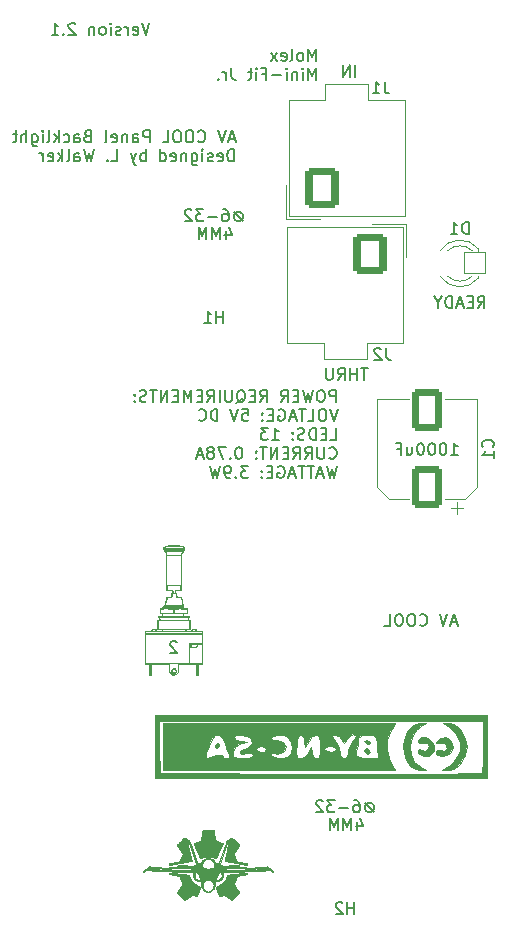
<source format=gbr>
%TF.GenerationSoftware,KiCad,Pcbnew,(6.0.9)*%
%TF.CreationDate,2022-12-16T22:56:41-09:00*%
%TF.ProjectId,PCB_ AV COOL PANEL,5043422c-2041-4562-9043-4f4f4c205041,rev?*%
%TF.SameCoordinates,Original*%
%TF.FileFunction,Legend,Bot*%
%TF.FilePolarity,Positive*%
%FSLAX46Y46*%
G04 Gerber Fmt 4.6, Leading zero omitted, Abs format (unit mm)*
G04 Created by KiCad (PCBNEW (6.0.9)) date 2022-12-16 22:56:41*
%MOMM*%
%LPD*%
G01*
G04 APERTURE LIST*
G04 Aperture macros list*
%AMRoundRect*
0 Rectangle with rounded corners*
0 $1 Rounding radius*
0 $2 $3 $4 $5 $6 $7 $8 $9 X,Y pos of 4 corners*
0 Add a 4 corners polygon primitive as box body*
4,1,4,$2,$3,$4,$5,$6,$7,$8,$9,$2,$3,0*
0 Add four circle primitives for the rounded corners*
1,1,$1+$1,$2,$3*
1,1,$1+$1,$4,$5*
1,1,$1+$1,$6,$7*
1,1,$1+$1,$8,$9*
0 Add four rect primitives between the rounded corners*
20,1,$1+$1,$2,$3,$4,$5,0*
20,1,$1+$1,$4,$5,$6,$7,0*
20,1,$1+$1,$6,$7,$8,$9,0*
20,1,$1+$1,$8,$9,$2,$3,0*%
G04 Aperture macros list end*
%ADD10C,0.150000*%
%ADD11C,0.100000*%
%ADD12C,0.010000*%
%ADD13C,0.120000*%
%ADD14C,4.400000*%
%ADD15RoundRect,0.300000X1.000000X-1.500000X1.000000X1.500000X-1.000000X1.500000X-1.000000X-1.500000X0*%
%ADD16RoundRect,0.050000X0.900000X0.900000X-0.900000X0.900000X-0.900000X-0.900000X0.900000X-0.900000X0*%
%ADD17C,1.900000*%
%ADD18RoundRect,0.300001X-1.099999X-1.399999X1.099999X-1.399999X1.099999X1.399999X-1.099999X1.399999X0*%
%ADD19O,2.800000X3.400000*%
%ADD20RoundRect,0.300001X1.099999X1.399999X-1.099999X1.399999X-1.099999X-1.399999X1.099999X-1.399999X0*%
G04 APERTURE END LIST*
D10*
X222376476Y-36790380D02*
X222043142Y-37790380D01*
X221709809Y-36790380D01*
X220995523Y-37742761D02*
X221090761Y-37790380D01*
X221281238Y-37790380D01*
X221376476Y-37742761D01*
X221424095Y-37647523D01*
X221424095Y-37266571D01*
X221376476Y-37171333D01*
X221281238Y-37123714D01*
X221090761Y-37123714D01*
X220995523Y-37171333D01*
X220947904Y-37266571D01*
X220947904Y-37361809D01*
X221424095Y-37457047D01*
X220519333Y-37790380D02*
X220519333Y-37123714D01*
X220519333Y-37314190D02*
X220471714Y-37218952D01*
X220424095Y-37171333D01*
X220328857Y-37123714D01*
X220233619Y-37123714D01*
X219947904Y-37742761D02*
X219852666Y-37790380D01*
X219662190Y-37790380D01*
X219566952Y-37742761D01*
X219519333Y-37647523D01*
X219519333Y-37599904D01*
X219566952Y-37504666D01*
X219662190Y-37457047D01*
X219805047Y-37457047D01*
X219900285Y-37409428D01*
X219947904Y-37314190D01*
X219947904Y-37266571D01*
X219900285Y-37171333D01*
X219805047Y-37123714D01*
X219662190Y-37123714D01*
X219566952Y-37171333D01*
X219090761Y-37790380D02*
X219090761Y-37123714D01*
X219090761Y-36790380D02*
X219138380Y-36838000D01*
X219090761Y-36885619D01*
X219043142Y-36838000D01*
X219090761Y-36790380D01*
X219090761Y-36885619D01*
X218471714Y-37790380D02*
X218566952Y-37742761D01*
X218614571Y-37695142D01*
X218662190Y-37599904D01*
X218662190Y-37314190D01*
X218614571Y-37218952D01*
X218566952Y-37171333D01*
X218471714Y-37123714D01*
X218328857Y-37123714D01*
X218233619Y-37171333D01*
X218186000Y-37218952D01*
X218138380Y-37314190D01*
X218138380Y-37599904D01*
X218186000Y-37695142D01*
X218233619Y-37742761D01*
X218328857Y-37790380D01*
X218471714Y-37790380D01*
X217709809Y-37123714D02*
X217709809Y-37790380D01*
X217709809Y-37218952D02*
X217662190Y-37171333D01*
X217566952Y-37123714D01*
X217424095Y-37123714D01*
X217328857Y-37171333D01*
X217281238Y-37266571D01*
X217281238Y-37790380D01*
X216090761Y-36885619D02*
X216043142Y-36838000D01*
X215947904Y-36790380D01*
X215709809Y-36790380D01*
X215614571Y-36838000D01*
X215566952Y-36885619D01*
X215519333Y-36980857D01*
X215519333Y-37076095D01*
X215566952Y-37218952D01*
X216138380Y-37790380D01*
X215519333Y-37790380D01*
X215090761Y-37695142D02*
X215043142Y-37742761D01*
X215090761Y-37790380D01*
X215138380Y-37742761D01*
X215090761Y-37695142D01*
X215090761Y-37790380D01*
X214090761Y-37790380D02*
X214662190Y-37790380D01*
X214376476Y-37790380D02*
X214376476Y-36790380D01*
X214471714Y-36933238D01*
X214566952Y-37028476D01*
X214662190Y-37076095D01*
X247895809Y-73350380D02*
X248467238Y-73350380D01*
X248181523Y-73350380D02*
X248181523Y-72350380D01*
X248276761Y-72493238D01*
X248372000Y-72588476D01*
X248467238Y-72636095D01*
X247276761Y-72350380D02*
X247181523Y-72350380D01*
X247086285Y-72398000D01*
X247038666Y-72445619D01*
X246991047Y-72540857D01*
X246943428Y-72731333D01*
X246943428Y-72969428D01*
X246991047Y-73159904D01*
X247038666Y-73255142D01*
X247086285Y-73302761D01*
X247181523Y-73350380D01*
X247276761Y-73350380D01*
X247372000Y-73302761D01*
X247419619Y-73255142D01*
X247467238Y-73159904D01*
X247514857Y-72969428D01*
X247514857Y-72731333D01*
X247467238Y-72540857D01*
X247419619Y-72445619D01*
X247372000Y-72398000D01*
X247276761Y-72350380D01*
X246324380Y-72350380D02*
X246229142Y-72350380D01*
X246133904Y-72398000D01*
X246086285Y-72445619D01*
X246038666Y-72540857D01*
X245991047Y-72731333D01*
X245991047Y-72969428D01*
X246038666Y-73159904D01*
X246086285Y-73255142D01*
X246133904Y-73302761D01*
X246229142Y-73350380D01*
X246324380Y-73350380D01*
X246419619Y-73302761D01*
X246467238Y-73255142D01*
X246514857Y-73159904D01*
X246562476Y-72969428D01*
X246562476Y-72731333D01*
X246514857Y-72540857D01*
X246467238Y-72445619D01*
X246419619Y-72398000D01*
X246324380Y-72350380D01*
X245372000Y-72350380D02*
X245276761Y-72350380D01*
X245181523Y-72398000D01*
X245133904Y-72445619D01*
X245086285Y-72540857D01*
X245038666Y-72731333D01*
X245038666Y-72969428D01*
X245086285Y-73159904D01*
X245133904Y-73255142D01*
X245181523Y-73302761D01*
X245276761Y-73350380D01*
X245372000Y-73350380D01*
X245467238Y-73302761D01*
X245514857Y-73255142D01*
X245562476Y-73159904D01*
X245610095Y-72969428D01*
X245610095Y-72731333D01*
X245562476Y-72540857D01*
X245514857Y-72445619D01*
X245467238Y-72398000D01*
X245372000Y-72350380D01*
X244181523Y-72683714D02*
X244181523Y-73350380D01*
X244610095Y-72683714D02*
X244610095Y-73207523D01*
X244562476Y-73302761D01*
X244467238Y-73350380D01*
X244324380Y-73350380D01*
X244229142Y-73302761D01*
X244181523Y-73255142D01*
X243372000Y-72826571D02*
X243705333Y-72826571D01*
X243705333Y-73350380D02*
X243705333Y-72350380D01*
X243229142Y-72350380D01*
X238170404Y-68860380D02*
X238170404Y-67860380D01*
X237789452Y-67860380D01*
X237694214Y-67908000D01*
X237646595Y-67955619D01*
X237598976Y-68050857D01*
X237598976Y-68193714D01*
X237646595Y-68288952D01*
X237694214Y-68336571D01*
X237789452Y-68384190D01*
X238170404Y-68384190D01*
X236979928Y-67860380D02*
X236789452Y-67860380D01*
X236694214Y-67908000D01*
X236598976Y-68003238D01*
X236551357Y-68193714D01*
X236551357Y-68527047D01*
X236598976Y-68717523D01*
X236694214Y-68812761D01*
X236789452Y-68860380D01*
X236979928Y-68860380D01*
X237075166Y-68812761D01*
X237170404Y-68717523D01*
X237218023Y-68527047D01*
X237218023Y-68193714D01*
X237170404Y-68003238D01*
X237075166Y-67908000D01*
X236979928Y-67860380D01*
X236218023Y-67860380D02*
X235979928Y-68860380D01*
X235789452Y-68146095D01*
X235598976Y-68860380D01*
X235360880Y-67860380D01*
X234979928Y-68336571D02*
X234646595Y-68336571D01*
X234503738Y-68860380D02*
X234979928Y-68860380D01*
X234979928Y-67860380D01*
X234503738Y-67860380D01*
X233503738Y-68860380D02*
X233837071Y-68384190D01*
X234075166Y-68860380D02*
X234075166Y-67860380D01*
X233694214Y-67860380D01*
X233598976Y-67908000D01*
X233551357Y-67955619D01*
X233503738Y-68050857D01*
X233503738Y-68193714D01*
X233551357Y-68288952D01*
X233598976Y-68336571D01*
X233694214Y-68384190D01*
X234075166Y-68384190D01*
X231741833Y-68860380D02*
X232075166Y-68384190D01*
X232313261Y-68860380D02*
X232313261Y-67860380D01*
X231932309Y-67860380D01*
X231837071Y-67908000D01*
X231789452Y-67955619D01*
X231741833Y-68050857D01*
X231741833Y-68193714D01*
X231789452Y-68288952D01*
X231837071Y-68336571D01*
X231932309Y-68384190D01*
X232313261Y-68384190D01*
X231313261Y-68336571D02*
X230979928Y-68336571D01*
X230837071Y-68860380D02*
X231313261Y-68860380D01*
X231313261Y-67860380D01*
X230837071Y-67860380D01*
X229741833Y-68955619D02*
X229837071Y-68908000D01*
X229932309Y-68812761D01*
X230075166Y-68669904D01*
X230170404Y-68622285D01*
X230265642Y-68622285D01*
X230218023Y-68860380D02*
X230313261Y-68812761D01*
X230408500Y-68717523D01*
X230456119Y-68527047D01*
X230456119Y-68193714D01*
X230408500Y-68003238D01*
X230313261Y-67908000D01*
X230218023Y-67860380D01*
X230027547Y-67860380D01*
X229932309Y-67908000D01*
X229837071Y-68003238D01*
X229789452Y-68193714D01*
X229789452Y-68527047D01*
X229837071Y-68717523D01*
X229932309Y-68812761D01*
X230027547Y-68860380D01*
X230218023Y-68860380D01*
X229360880Y-67860380D02*
X229360880Y-68669904D01*
X229313261Y-68765142D01*
X229265642Y-68812761D01*
X229170404Y-68860380D01*
X228979928Y-68860380D01*
X228884690Y-68812761D01*
X228837071Y-68765142D01*
X228789452Y-68669904D01*
X228789452Y-67860380D01*
X228313261Y-68860380D02*
X228313261Y-67860380D01*
X227265642Y-68860380D02*
X227598976Y-68384190D01*
X227837071Y-68860380D02*
X227837071Y-67860380D01*
X227456119Y-67860380D01*
X227360880Y-67908000D01*
X227313261Y-67955619D01*
X227265642Y-68050857D01*
X227265642Y-68193714D01*
X227313261Y-68288952D01*
X227360880Y-68336571D01*
X227456119Y-68384190D01*
X227837071Y-68384190D01*
X226837071Y-68336571D02*
X226503738Y-68336571D01*
X226360880Y-68860380D02*
X226837071Y-68860380D01*
X226837071Y-67860380D01*
X226360880Y-67860380D01*
X225932309Y-68860380D02*
X225932309Y-67860380D01*
X225598976Y-68574666D01*
X225265642Y-67860380D01*
X225265642Y-68860380D01*
X224789452Y-68336571D02*
X224456119Y-68336571D01*
X224313261Y-68860380D02*
X224789452Y-68860380D01*
X224789452Y-67860380D01*
X224313261Y-67860380D01*
X223884690Y-68860380D02*
X223884690Y-67860380D01*
X223313261Y-68860380D01*
X223313261Y-67860380D01*
X222979928Y-67860380D02*
X222408500Y-67860380D01*
X222694214Y-68860380D02*
X222694214Y-67860380D01*
X222122785Y-68812761D02*
X221979928Y-68860380D01*
X221741833Y-68860380D01*
X221646595Y-68812761D01*
X221598976Y-68765142D01*
X221551357Y-68669904D01*
X221551357Y-68574666D01*
X221598976Y-68479428D01*
X221646595Y-68431809D01*
X221741833Y-68384190D01*
X221932309Y-68336571D01*
X222027547Y-68288952D01*
X222075166Y-68241333D01*
X222122785Y-68146095D01*
X222122785Y-68050857D01*
X222075166Y-67955619D01*
X222027547Y-67908000D01*
X221932309Y-67860380D01*
X221694214Y-67860380D01*
X221551357Y-67908000D01*
X221122785Y-68765142D02*
X221075166Y-68812761D01*
X221122785Y-68860380D01*
X221170404Y-68812761D01*
X221122785Y-68765142D01*
X221122785Y-68860380D01*
X221122785Y-68241333D02*
X221075166Y-68288952D01*
X221122785Y-68336571D01*
X221170404Y-68288952D01*
X221122785Y-68241333D01*
X221122785Y-68336571D01*
X238313261Y-69470380D02*
X237979928Y-70470380D01*
X237646595Y-69470380D01*
X237122785Y-69470380D02*
X236932309Y-69470380D01*
X236837071Y-69518000D01*
X236741833Y-69613238D01*
X236694214Y-69803714D01*
X236694214Y-70137047D01*
X236741833Y-70327523D01*
X236837071Y-70422761D01*
X236932309Y-70470380D01*
X237122785Y-70470380D01*
X237218023Y-70422761D01*
X237313261Y-70327523D01*
X237360880Y-70137047D01*
X237360880Y-69803714D01*
X237313261Y-69613238D01*
X237218023Y-69518000D01*
X237122785Y-69470380D01*
X235789452Y-70470380D02*
X236265642Y-70470380D01*
X236265642Y-69470380D01*
X235598976Y-69470380D02*
X235027547Y-69470380D01*
X235313261Y-70470380D02*
X235313261Y-69470380D01*
X234741833Y-70184666D02*
X234265642Y-70184666D01*
X234837071Y-70470380D02*
X234503738Y-69470380D01*
X234170404Y-70470380D01*
X233313261Y-69518000D02*
X233408500Y-69470380D01*
X233551357Y-69470380D01*
X233694214Y-69518000D01*
X233789452Y-69613238D01*
X233837071Y-69708476D01*
X233884690Y-69898952D01*
X233884690Y-70041809D01*
X233837071Y-70232285D01*
X233789452Y-70327523D01*
X233694214Y-70422761D01*
X233551357Y-70470380D01*
X233456119Y-70470380D01*
X233313261Y-70422761D01*
X233265642Y-70375142D01*
X233265642Y-70041809D01*
X233456119Y-70041809D01*
X232837071Y-69946571D02*
X232503738Y-69946571D01*
X232360880Y-70470380D02*
X232837071Y-70470380D01*
X232837071Y-69470380D01*
X232360880Y-69470380D01*
X231932309Y-70375142D02*
X231884690Y-70422761D01*
X231932309Y-70470380D01*
X231979928Y-70422761D01*
X231932309Y-70375142D01*
X231932309Y-70470380D01*
X231932309Y-69851333D02*
X231884690Y-69898952D01*
X231932309Y-69946571D01*
X231979928Y-69898952D01*
X231932309Y-69851333D01*
X231932309Y-69946571D01*
X230218023Y-69470380D02*
X230694214Y-69470380D01*
X230741833Y-69946571D01*
X230694214Y-69898952D01*
X230598976Y-69851333D01*
X230360880Y-69851333D01*
X230265642Y-69898952D01*
X230218023Y-69946571D01*
X230170404Y-70041809D01*
X230170404Y-70279904D01*
X230218023Y-70375142D01*
X230265642Y-70422761D01*
X230360880Y-70470380D01*
X230598976Y-70470380D01*
X230694214Y-70422761D01*
X230741833Y-70375142D01*
X229884690Y-69470380D02*
X229551357Y-70470380D01*
X229218023Y-69470380D01*
X228122785Y-70470380D02*
X228122785Y-69470380D01*
X227884690Y-69470380D01*
X227741833Y-69518000D01*
X227646595Y-69613238D01*
X227598976Y-69708476D01*
X227551357Y-69898952D01*
X227551357Y-70041809D01*
X227598976Y-70232285D01*
X227646595Y-70327523D01*
X227741833Y-70422761D01*
X227884690Y-70470380D01*
X228122785Y-70470380D01*
X226551357Y-70375142D02*
X226598976Y-70422761D01*
X226741833Y-70470380D01*
X226837071Y-70470380D01*
X226979928Y-70422761D01*
X227075166Y-70327523D01*
X227122785Y-70232285D01*
X227170404Y-70041809D01*
X227170404Y-69898952D01*
X227122785Y-69708476D01*
X227075166Y-69613238D01*
X226979928Y-69518000D01*
X226837071Y-69470380D01*
X226741833Y-69470380D01*
X226598976Y-69518000D01*
X226551357Y-69565619D01*
X237694214Y-72080380D02*
X238170404Y-72080380D01*
X238170404Y-71080380D01*
X237360880Y-71556571D02*
X237027547Y-71556571D01*
X236884690Y-72080380D02*
X237360880Y-72080380D01*
X237360880Y-71080380D01*
X236884690Y-71080380D01*
X236456119Y-72080380D02*
X236456119Y-71080380D01*
X236218023Y-71080380D01*
X236075166Y-71128000D01*
X235979928Y-71223238D01*
X235932309Y-71318476D01*
X235884690Y-71508952D01*
X235884690Y-71651809D01*
X235932309Y-71842285D01*
X235979928Y-71937523D01*
X236075166Y-72032761D01*
X236218023Y-72080380D01*
X236456119Y-72080380D01*
X235503738Y-72032761D02*
X235360880Y-72080380D01*
X235122785Y-72080380D01*
X235027547Y-72032761D01*
X234979928Y-71985142D01*
X234932309Y-71889904D01*
X234932309Y-71794666D01*
X234979928Y-71699428D01*
X235027547Y-71651809D01*
X235122785Y-71604190D01*
X235313261Y-71556571D01*
X235408500Y-71508952D01*
X235456119Y-71461333D01*
X235503738Y-71366095D01*
X235503738Y-71270857D01*
X235456119Y-71175619D01*
X235408500Y-71128000D01*
X235313261Y-71080380D01*
X235075166Y-71080380D01*
X234932309Y-71128000D01*
X234503738Y-71985142D02*
X234456119Y-72032761D01*
X234503738Y-72080380D01*
X234551357Y-72032761D01*
X234503738Y-71985142D01*
X234503738Y-72080380D01*
X234503738Y-71461333D02*
X234456119Y-71508952D01*
X234503738Y-71556571D01*
X234551357Y-71508952D01*
X234503738Y-71461333D01*
X234503738Y-71556571D01*
X232741833Y-72080380D02*
X233313261Y-72080380D01*
X233027547Y-72080380D02*
X233027547Y-71080380D01*
X233122785Y-71223238D01*
X233218023Y-71318476D01*
X233313261Y-71366095D01*
X232408500Y-71080380D02*
X231789452Y-71080380D01*
X232122785Y-71461333D01*
X231979928Y-71461333D01*
X231884690Y-71508952D01*
X231837071Y-71556571D01*
X231789452Y-71651809D01*
X231789452Y-71889904D01*
X231837071Y-71985142D01*
X231884690Y-72032761D01*
X231979928Y-72080380D01*
X232265642Y-72080380D01*
X232360880Y-72032761D01*
X232408500Y-71985142D01*
X237598976Y-73595142D02*
X237646595Y-73642761D01*
X237789452Y-73690380D01*
X237884690Y-73690380D01*
X238027547Y-73642761D01*
X238122785Y-73547523D01*
X238170404Y-73452285D01*
X238218023Y-73261809D01*
X238218023Y-73118952D01*
X238170404Y-72928476D01*
X238122785Y-72833238D01*
X238027547Y-72738000D01*
X237884690Y-72690380D01*
X237789452Y-72690380D01*
X237646595Y-72738000D01*
X237598976Y-72785619D01*
X237170404Y-72690380D02*
X237170404Y-73499904D01*
X237122785Y-73595142D01*
X237075166Y-73642761D01*
X236979928Y-73690380D01*
X236789452Y-73690380D01*
X236694214Y-73642761D01*
X236646595Y-73595142D01*
X236598976Y-73499904D01*
X236598976Y-72690380D01*
X235551357Y-73690380D02*
X235884690Y-73214190D01*
X236122785Y-73690380D02*
X236122785Y-72690380D01*
X235741833Y-72690380D01*
X235646595Y-72738000D01*
X235598976Y-72785619D01*
X235551357Y-72880857D01*
X235551357Y-73023714D01*
X235598976Y-73118952D01*
X235646595Y-73166571D01*
X235741833Y-73214190D01*
X236122785Y-73214190D01*
X234551357Y-73690380D02*
X234884690Y-73214190D01*
X235122785Y-73690380D02*
X235122785Y-72690380D01*
X234741833Y-72690380D01*
X234646595Y-72738000D01*
X234598976Y-72785619D01*
X234551357Y-72880857D01*
X234551357Y-73023714D01*
X234598976Y-73118952D01*
X234646595Y-73166571D01*
X234741833Y-73214190D01*
X235122785Y-73214190D01*
X234122785Y-73166571D02*
X233789452Y-73166571D01*
X233646595Y-73690380D02*
X234122785Y-73690380D01*
X234122785Y-72690380D01*
X233646595Y-72690380D01*
X233218023Y-73690380D02*
X233218023Y-72690380D01*
X232646595Y-73690380D01*
X232646595Y-72690380D01*
X232313261Y-72690380D02*
X231741833Y-72690380D01*
X232027547Y-73690380D02*
X232027547Y-72690380D01*
X231408500Y-73595142D02*
X231360880Y-73642761D01*
X231408500Y-73690380D01*
X231456119Y-73642761D01*
X231408500Y-73595142D01*
X231408500Y-73690380D01*
X231408500Y-73071333D02*
X231360880Y-73118952D01*
X231408500Y-73166571D01*
X231456119Y-73118952D01*
X231408500Y-73071333D01*
X231408500Y-73166571D01*
X229979928Y-72690380D02*
X229884690Y-72690380D01*
X229789452Y-72738000D01*
X229741833Y-72785619D01*
X229694214Y-72880857D01*
X229646595Y-73071333D01*
X229646595Y-73309428D01*
X229694214Y-73499904D01*
X229741833Y-73595142D01*
X229789452Y-73642761D01*
X229884690Y-73690380D01*
X229979928Y-73690380D01*
X230075166Y-73642761D01*
X230122785Y-73595142D01*
X230170404Y-73499904D01*
X230218023Y-73309428D01*
X230218023Y-73071333D01*
X230170404Y-72880857D01*
X230122785Y-72785619D01*
X230075166Y-72738000D01*
X229979928Y-72690380D01*
X229218023Y-73595142D02*
X229170404Y-73642761D01*
X229218023Y-73690380D01*
X229265642Y-73642761D01*
X229218023Y-73595142D01*
X229218023Y-73690380D01*
X228837071Y-72690380D02*
X228170404Y-72690380D01*
X228598976Y-73690380D01*
X227646595Y-73118952D02*
X227741833Y-73071333D01*
X227789452Y-73023714D01*
X227837071Y-72928476D01*
X227837071Y-72880857D01*
X227789452Y-72785619D01*
X227741833Y-72738000D01*
X227646595Y-72690380D01*
X227456119Y-72690380D01*
X227360880Y-72738000D01*
X227313261Y-72785619D01*
X227265642Y-72880857D01*
X227265642Y-72928476D01*
X227313261Y-73023714D01*
X227360880Y-73071333D01*
X227456119Y-73118952D01*
X227646595Y-73118952D01*
X227741833Y-73166571D01*
X227789452Y-73214190D01*
X227837071Y-73309428D01*
X227837071Y-73499904D01*
X227789452Y-73595142D01*
X227741833Y-73642761D01*
X227646595Y-73690380D01*
X227456119Y-73690380D01*
X227360880Y-73642761D01*
X227313261Y-73595142D01*
X227265642Y-73499904D01*
X227265642Y-73309428D01*
X227313261Y-73214190D01*
X227360880Y-73166571D01*
X227456119Y-73118952D01*
X226884690Y-73404666D02*
X226408500Y-73404666D01*
X226979928Y-73690380D02*
X226646595Y-72690380D01*
X226313261Y-73690380D01*
X238265642Y-74300380D02*
X238027547Y-75300380D01*
X237837071Y-74586095D01*
X237646595Y-75300380D01*
X237408500Y-74300380D01*
X237075166Y-75014666D02*
X236598976Y-75014666D01*
X237170404Y-75300380D02*
X236837071Y-74300380D01*
X236503738Y-75300380D01*
X236313261Y-74300380D02*
X235741833Y-74300380D01*
X236027547Y-75300380D02*
X236027547Y-74300380D01*
X235551357Y-74300380D02*
X234979928Y-74300380D01*
X235265642Y-75300380D02*
X235265642Y-74300380D01*
X234694214Y-75014666D02*
X234218023Y-75014666D01*
X234789452Y-75300380D02*
X234456119Y-74300380D01*
X234122785Y-75300380D01*
X233265642Y-74348000D02*
X233360880Y-74300380D01*
X233503738Y-74300380D01*
X233646595Y-74348000D01*
X233741833Y-74443238D01*
X233789452Y-74538476D01*
X233837071Y-74728952D01*
X233837071Y-74871809D01*
X233789452Y-75062285D01*
X233741833Y-75157523D01*
X233646595Y-75252761D01*
X233503738Y-75300380D01*
X233408500Y-75300380D01*
X233265642Y-75252761D01*
X233218023Y-75205142D01*
X233218023Y-74871809D01*
X233408500Y-74871809D01*
X232789452Y-74776571D02*
X232456119Y-74776571D01*
X232313261Y-75300380D02*
X232789452Y-75300380D01*
X232789452Y-74300380D01*
X232313261Y-74300380D01*
X231884690Y-75205142D02*
X231837071Y-75252761D01*
X231884690Y-75300380D01*
X231932309Y-75252761D01*
X231884690Y-75205142D01*
X231884690Y-75300380D01*
X231884690Y-74681333D02*
X231837071Y-74728952D01*
X231884690Y-74776571D01*
X231932309Y-74728952D01*
X231884690Y-74681333D01*
X231884690Y-74776571D01*
X230741833Y-74300380D02*
X230122785Y-74300380D01*
X230456119Y-74681333D01*
X230313261Y-74681333D01*
X230218023Y-74728952D01*
X230170404Y-74776571D01*
X230122785Y-74871809D01*
X230122785Y-75109904D01*
X230170404Y-75205142D01*
X230218023Y-75252761D01*
X230313261Y-75300380D01*
X230598976Y-75300380D01*
X230694214Y-75252761D01*
X230741833Y-75205142D01*
X229694214Y-75205142D02*
X229646595Y-75252761D01*
X229694214Y-75300380D01*
X229741833Y-75252761D01*
X229694214Y-75205142D01*
X229694214Y-75300380D01*
X229170404Y-75300380D02*
X228979928Y-75300380D01*
X228884690Y-75252761D01*
X228837071Y-75205142D01*
X228741833Y-75062285D01*
X228694214Y-74871809D01*
X228694214Y-74490857D01*
X228741833Y-74395619D01*
X228789452Y-74348000D01*
X228884690Y-74300380D01*
X229075166Y-74300380D01*
X229170404Y-74348000D01*
X229218023Y-74395619D01*
X229265642Y-74490857D01*
X229265642Y-74728952D01*
X229218023Y-74824190D01*
X229170404Y-74871809D01*
X229075166Y-74919428D01*
X228884690Y-74919428D01*
X228789452Y-74871809D01*
X228741833Y-74824190D01*
X228694214Y-74728952D01*
X228360880Y-74300380D02*
X228122785Y-75300380D01*
X227932309Y-74586095D01*
X227741833Y-75300380D01*
X227503738Y-74300380D01*
X239791809Y-41346380D02*
X239791809Y-40346380D01*
X239315619Y-41346380D02*
X239315619Y-40346380D01*
X238744190Y-41346380D01*
X238744190Y-40346380D01*
X240847333Y-66000380D02*
X240275904Y-66000380D01*
X240561619Y-67000380D02*
X240561619Y-66000380D01*
X239942571Y-67000380D02*
X239942571Y-66000380D01*
X239942571Y-66476571D02*
X239371142Y-66476571D01*
X239371142Y-67000380D02*
X239371142Y-66000380D01*
X238323523Y-67000380D02*
X238656857Y-66524190D01*
X238894952Y-67000380D02*
X238894952Y-66000380D01*
X238514000Y-66000380D01*
X238418761Y-66048000D01*
X238371142Y-66095619D01*
X238323523Y-66190857D01*
X238323523Y-66333714D01*
X238371142Y-66428952D01*
X238418761Y-66476571D01*
X238514000Y-66524190D01*
X238894952Y-66524190D01*
X237894952Y-66000380D02*
X237894952Y-66809904D01*
X237847333Y-66905142D01*
X237799714Y-66952761D01*
X237704476Y-67000380D01*
X237514000Y-67000380D01*
X237418761Y-66952761D01*
X237371142Y-66905142D01*
X237323523Y-66809904D01*
X237323523Y-66000380D01*
X248364000Y-87542666D02*
X247887809Y-87542666D01*
X248459238Y-87828380D02*
X248125904Y-86828380D01*
X247792571Y-87828380D01*
X247602095Y-86828380D02*
X247268761Y-87828380D01*
X246935428Y-86828380D01*
X245268761Y-87733142D02*
X245316380Y-87780761D01*
X245459238Y-87828380D01*
X245554476Y-87828380D01*
X245697333Y-87780761D01*
X245792571Y-87685523D01*
X245840190Y-87590285D01*
X245887809Y-87399809D01*
X245887809Y-87256952D01*
X245840190Y-87066476D01*
X245792571Y-86971238D01*
X245697333Y-86876000D01*
X245554476Y-86828380D01*
X245459238Y-86828380D01*
X245316380Y-86876000D01*
X245268761Y-86923619D01*
X244649714Y-86828380D02*
X244459238Y-86828380D01*
X244364000Y-86876000D01*
X244268761Y-86971238D01*
X244221142Y-87161714D01*
X244221142Y-87495047D01*
X244268761Y-87685523D01*
X244364000Y-87780761D01*
X244459238Y-87828380D01*
X244649714Y-87828380D01*
X244744952Y-87780761D01*
X244840190Y-87685523D01*
X244887809Y-87495047D01*
X244887809Y-87161714D01*
X244840190Y-86971238D01*
X244744952Y-86876000D01*
X244649714Y-86828380D01*
X243602095Y-86828380D02*
X243411619Y-86828380D01*
X243316380Y-86876000D01*
X243221142Y-86971238D01*
X243173523Y-87161714D01*
X243173523Y-87495047D01*
X243221142Y-87685523D01*
X243316380Y-87780761D01*
X243411619Y-87828380D01*
X243602095Y-87828380D01*
X243697333Y-87780761D01*
X243792571Y-87685523D01*
X243840190Y-87495047D01*
X243840190Y-87161714D01*
X243792571Y-86971238D01*
X243697333Y-86876000D01*
X243602095Y-86828380D01*
X242268761Y-87828380D02*
X242744952Y-87828380D01*
X242744952Y-86828380D01*
X229582023Y-46605666D02*
X229105833Y-46605666D01*
X229677261Y-46891380D02*
X229343928Y-45891380D01*
X229010595Y-46891380D01*
X228820119Y-45891380D02*
X228486785Y-46891380D01*
X228153452Y-45891380D01*
X226486785Y-46796142D02*
X226534404Y-46843761D01*
X226677261Y-46891380D01*
X226772500Y-46891380D01*
X226915357Y-46843761D01*
X227010595Y-46748523D01*
X227058214Y-46653285D01*
X227105833Y-46462809D01*
X227105833Y-46319952D01*
X227058214Y-46129476D01*
X227010595Y-46034238D01*
X226915357Y-45939000D01*
X226772500Y-45891380D01*
X226677261Y-45891380D01*
X226534404Y-45939000D01*
X226486785Y-45986619D01*
X225867738Y-45891380D02*
X225677261Y-45891380D01*
X225582023Y-45939000D01*
X225486785Y-46034238D01*
X225439166Y-46224714D01*
X225439166Y-46558047D01*
X225486785Y-46748523D01*
X225582023Y-46843761D01*
X225677261Y-46891380D01*
X225867738Y-46891380D01*
X225962976Y-46843761D01*
X226058214Y-46748523D01*
X226105833Y-46558047D01*
X226105833Y-46224714D01*
X226058214Y-46034238D01*
X225962976Y-45939000D01*
X225867738Y-45891380D01*
X224820119Y-45891380D02*
X224629642Y-45891380D01*
X224534404Y-45939000D01*
X224439166Y-46034238D01*
X224391547Y-46224714D01*
X224391547Y-46558047D01*
X224439166Y-46748523D01*
X224534404Y-46843761D01*
X224629642Y-46891380D01*
X224820119Y-46891380D01*
X224915357Y-46843761D01*
X225010595Y-46748523D01*
X225058214Y-46558047D01*
X225058214Y-46224714D01*
X225010595Y-46034238D01*
X224915357Y-45939000D01*
X224820119Y-45891380D01*
X223486785Y-46891380D02*
X223962976Y-46891380D01*
X223962976Y-45891380D01*
X222391547Y-46891380D02*
X222391547Y-45891380D01*
X222010595Y-45891380D01*
X221915357Y-45939000D01*
X221867738Y-45986619D01*
X221820119Y-46081857D01*
X221820119Y-46224714D01*
X221867738Y-46319952D01*
X221915357Y-46367571D01*
X222010595Y-46415190D01*
X222391547Y-46415190D01*
X220962976Y-46891380D02*
X220962976Y-46367571D01*
X221010595Y-46272333D01*
X221105833Y-46224714D01*
X221296309Y-46224714D01*
X221391547Y-46272333D01*
X220962976Y-46843761D02*
X221058214Y-46891380D01*
X221296309Y-46891380D01*
X221391547Y-46843761D01*
X221439166Y-46748523D01*
X221439166Y-46653285D01*
X221391547Y-46558047D01*
X221296309Y-46510428D01*
X221058214Y-46510428D01*
X220962976Y-46462809D01*
X220486785Y-46224714D02*
X220486785Y-46891380D01*
X220486785Y-46319952D02*
X220439166Y-46272333D01*
X220343928Y-46224714D01*
X220201071Y-46224714D01*
X220105833Y-46272333D01*
X220058214Y-46367571D01*
X220058214Y-46891380D01*
X219201071Y-46843761D02*
X219296309Y-46891380D01*
X219486785Y-46891380D01*
X219582023Y-46843761D01*
X219629642Y-46748523D01*
X219629642Y-46367571D01*
X219582023Y-46272333D01*
X219486785Y-46224714D01*
X219296309Y-46224714D01*
X219201071Y-46272333D01*
X219153452Y-46367571D01*
X219153452Y-46462809D01*
X219629642Y-46558047D01*
X218582023Y-46891380D02*
X218677261Y-46843761D01*
X218724880Y-46748523D01*
X218724880Y-45891380D01*
X217105833Y-46367571D02*
X216962976Y-46415190D01*
X216915357Y-46462809D01*
X216867738Y-46558047D01*
X216867738Y-46700904D01*
X216915357Y-46796142D01*
X216962976Y-46843761D01*
X217058214Y-46891380D01*
X217439166Y-46891380D01*
X217439166Y-45891380D01*
X217105833Y-45891380D01*
X217010595Y-45939000D01*
X216962976Y-45986619D01*
X216915357Y-46081857D01*
X216915357Y-46177095D01*
X216962976Y-46272333D01*
X217010595Y-46319952D01*
X217105833Y-46367571D01*
X217439166Y-46367571D01*
X216010595Y-46891380D02*
X216010595Y-46367571D01*
X216058214Y-46272333D01*
X216153452Y-46224714D01*
X216343928Y-46224714D01*
X216439166Y-46272333D01*
X216010595Y-46843761D02*
X216105833Y-46891380D01*
X216343928Y-46891380D01*
X216439166Y-46843761D01*
X216486785Y-46748523D01*
X216486785Y-46653285D01*
X216439166Y-46558047D01*
X216343928Y-46510428D01*
X216105833Y-46510428D01*
X216010595Y-46462809D01*
X215105833Y-46843761D02*
X215201071Y-46891380D01*
X215391547Y-46891380D01*
X215486785Y-46843761D01*
X215534404Y-46796142D01*
X215582023Y-46700904D01*
X215582023Y-46415190D01*
X215534404Y-46319952D01*
X215486785Y-46272333D01*
X215391547Y-46224714D01*
X215201071Y-46224714D01*
X215105833Y-46272333D01*
X214677261Y-46891380D02*
X214677261Y-45891380D01*
X214582023Y-46510428D02*
X214296309Y-46891380D01*
X214296309Y-46224714D02*
X214677261Y-46605666D01*
X213724880Y-46891380D02*
X213820119Y-46843761D01*
X213867738Y-46748523D01*
X213867738Y-45891380D01*
X213343928Y-46891380D02*
X213343928Y-46224714D01*
X213343928Y-45891380D02*
X213391547Y-45939000D01*
X213343928Y-45986619D01*
X213296309Y-45939000D01*
X213343928Y-45891380D01*
X213343928Y-45986619D01*
X212439166Y-46224714D02*
X212439166Y-47034238D01*
X212486785Y-47129476D01*
X212534404Y-47177095D01*
X212629642Y-47224714D01*
X212772500Y-47224714D01*
X212867738Y-47177095D01*
X212439166Y-46843761D02*
X212534404Y-46891380D01*
X212724880Y-46891380D01*
X212820119Y-46843761D01*
X212867738Y-46796142D01*
X212915357Y-46700904D01*
X212915357Y-46415190D01*
X212867738Y-46319952D01*
X212820119Y-46272333D01*
X212724880Y-46224714D01*
X212534404Y-46224714D01*
X212439166Y-46272333D01*
X211962976Y-46891380D02*
X211962976Y-45891380D01*
X211534404Y-46891380D02*
X211534404Y-46367571D01*
X211582023Y-46272333D01*
X211677261Y-46224714D01*
X211820119Y-46224714D01*
X211915357Y-46272333D01*
X211962976Y-46319952D01*
X211201071Y-46224714D02*
X210820119Y-46224714D01*
X211058214Y-45891380D02*
X211058214Y-46748523D01*
X211010595Y-46843761D01*
X210915357Y-46891380D01*
X210820119Y-46891380D01*
X229534404Y-48501380D02*
X229534404Y-47501380D01*
X229296309Y-47501380D01*
X229153452Y-47549000D01*
X229058214Y-47644238D01*
X229010595Y-47739476D01*
X228962976Y-47929952D01*
X228962976Y-48072809D01*
X229010595Y-48263285D01*
X229058214Y-48358523D01*
X229153452Y-48453761D01*
X229296309Y-48501380D01*
X229534404Y-48501380D01*
X228153452Y-48453761D02*
X228248690Y-48501380D01*
X228439166Y-48501380D01*
X228534404Y-48453761D01*
X228582023Y-48358523D01*
X228582023Y-47977571D01*
X228534404Y-47882333D01*
X228439166Y-47834714D01*
X228248690Y-47834714D01*
X228153452Y-47882333D01*
X228105833Y-47977571D01*
X228105833Y-48072809D01*
X228582023Y-48168047D01*
X227724880Y-48453761D02*
X227629642Y-48501380D01*
X227439166Y-48501380D01*
X227343928Y-48453761D01*
X227296309Y-48358523D01*
X227296309Y-48310904D01*
X227343928Y-48215666D01*
X227439166Y-48168047D01*
X227582023Y-48168047D01*
X227677261Y-48120428D01*
X227724880Y-48025190D01*
X227724880Y-47977571D01*
X227677261Y-47882333D01*
X227582023Y-47834714D01*
X227439166Y-47834714D01*
X227343928Y-47882333D01*
X226867738Y-48501380D02*
X226867738Y-47834714D01*
X226867738Y-47501380D02*
X226915357Y-47549000D01*
X226867738Y-47596619D01*
X226820119Y-47549000D01*
X226867738Y-47501380D01*
X226867738Y-47596619D01*
X225962976Y-47834714D02*
X225962976Y-48644238D01*
X226010595Y-48739476D01*
X226058214Y-48787095D01*
X226153452Y-48834714D01*
X226296309Y-48834714D01*
X226391547Y-48787095D01*
X225962976Y-48453761D02*
X226058214Y-48501380D01*
X226248690Y-48501380D01*
X226343928Y-48453761D01*
X226391547Y-48406142D01*
X226439166Y-48310904D01*
X226439166Y-48025190D01*
X226391547Y-47929952D01*
X226343928Y-47882333D01*
X226248690Y-47834714D01*
X226058214Y-47834714D01*
X225962976Y-47882333D01*
X225486785Y-47834714D02*
X225486785Y-48501380D01*
X225486785Y-47929952D02*
X225439166Y-47882333D01*
X225343928Y-47834714D01*
X225201071Y-47834714D01*
X225105833Y-47882333D01*
X225058214Y-47977571D01*
X225058214Y-48501380D01*
X224201071Y-48453761D02*
X224296309Y-48501380D01*
X224486785Y-48501380D01*
X224582023Y-48453761D01*
X224629642Y-48358523D01*
X224629642Y-47977571D01*
X224582023Y-47882333D01*
X224486785Y-47834714D01*
X224296309Y-47834714D01*
X224201071Y-47882333D01*
X224153452Y-47977571D01*
X224153452Y-48072809D01*
X224629642Y-48168047D01*
X223296309Y-48501380D02*
X223296309Y-47501380D01*
X223296309Y-48453761D02*
X223391547Y-48501380D01*
X223582023Y-48501380D01*
X223677261Y-48453761D01*
X223724880Y-48406142D01*
X223772500Y-48310904D01*
X223772500Y-48025190D01*
X223724880Y-47929952D01*
X223677261Y-47882333D01*
X223582023Y-47834714D01*
X223391547Y-47834714D01*
X223296309Y-47882333D01*
X222058214Y-48501380D02*
X222058214Y-47501380D01*
X222058214Y-47882333D02*
X221962976Y-47834714D01*
X221772500Y-47834714D01*
X221677261Y-47882333D01*
X221629642Y-47929952D01*
X221582023Y-48025190D01*
X221582023Y-48310904D01*
X221629642Y-48406142D01*
X221677261Y-48453761D01*
X221772500Y-48501380D01*
X221962976Y-48501380D01*
X222058214Y-48453761D01*
X221248690Y-47834714D02*
X221010595Y-48501380D01*
X220772500Y-47834714D02*
X221010595Y-48501380D01*
X221105833Y-48739476D01*
X221153452Y-48787095D01*
X221248690Y-48834714D01*
X219153452Y-48501380D02*
X219629642Y-48501380D01*
X219629642Y-47501380D01*
X218820119Y-48406142D02*
X218772500Y-48453761D01*
X218820119Y-48501380D01*
X218867738Y-48453761D01*
X218820119Y-48406142D01*
X218820119Y-48501380D01*
X217677261Y-47501380D02*
X217439166Y-48501380D01*
X217248690Y-47787095D01*
X217058214Y-48501380D01*
X216820119Y-47501380D01*
X216010595Y-48501380D02*
X216010595Y-47977571D01*
X216058214Y-47882333D01*
X216153452Y-47834714D01*
X216343928Y-47834714D01*
X216439166Y-47882333D01*
X216010595Y-48453761D02*
X216105833Y-48501380D01*
X216343928Y-48501380D01*
X216439166Y-48453761D01*
X216486785Y-48358523D01*
X216486785Y-48263285D01*
X216439166Y-48168047D01*
X216343928Y-48120428D01*
X216105833Y-48120428D01*
X216010595Y-48072809D01*
X215391547Y-48501380D02*
X215486785Y-48453761D01*
X215534404Y-48358523D01*
X215534404Y-47501380D01*
X215010595Y-48501380D02*
X215010595Y-47501380D01*
X214915357Y-48120428D02*
X214629642Y-48501380D01*
X214629642Y-47834714D02*
X215010595Y-48215666D01*
X213820119Y-48453761D02*
X213915357Y-48501380D01*
X214105833Y-48501380D01*
X214201071Y-48453761D01*
X214248690Y-48358523D01*
X214248690Y-47977571D01*
X214201071Y-47882333D01*
X214105833Y-47834714D01*
X213915357Y-47834714D01*
X213820119Y-47882333D01*
X213772500Y-47977571D01*
X213772500Y-48072809D01*
X214248690Y-48168047D01*
X213343928Y-48501380D02*
X213343928Y-47834714D01*
X213343928Y-48025190D02*
X213296309Y-47929952D01*
X213248690Y-47882333D01*
X213153452Y-47834714D01*
X213058214Y-47834714D01*
X236504498Y-39991953D02*
X236504498Y-38991953D01*
X236171165Y-39706239D01*
X235837832Y-38991953D01*
X235837832Y-39991953D01*
X235218784Y-39991953D02*
X235314022Y-39944334D01*
X235361641Y-39896715D01*
X235409260Y-39801477D01*
X235409260Y-39515763D01*
X235361641Y-39420525D01*
X235314022Y-39372906D01*
X235218784Y-39325287D01*
X235075927Y-39325287D01*
X234980689Y-39372906D01*
X234933070Y-39420525D01*
X234885451Y-39515763D01*
X234885451Y-39801477D01*
X234933070Y-39896715D01*
X234980689Y-39944334D01*
X235075927Y-39991953D01*
X235218784Y-39991953D01*
X234314022Y-39991953D02*
X234409260Y-39944334D01*
X234456879Y-39849096D01*
X234456879Y-38991953D01*
X233552117Y-39944334D02*
X233647355Y-39991953D01*
X233837832Y-39991953D01*
X233933070Y-39944334D01*
X233980689Y-39849096D01*
X233980689Y-39468144D01*
X233933070Y-39372906D01*
X233837832Y-39325287D01*
X233647355Y-39325287D01*
X233552117Y-39372906D01*
X233504498Y-39468144D01*
X233504498Y-39563382D01*
X233980689Y-39658620D01*
X233171165Y-39991953D02*
X232647355Y-39325287D01*
X233171165Y-39325287D02*
X232647355Y-39991953D01*
X236504498Y-41601953D02*
X236504498Y-40601953D01*
X236171165Y-41316239D01*
X235837832Y-40601953D01*
X235837832Y-41601953D01*
X235361641Y-41601953D02*
X235361641Y-40935287D01*
X235361641Y-40601953D02*
X235409260Y-40649573D01*
X235361641Y-40697192D01*
X235314022Y-40649573D01*
X235361641Y-40601953D01*
X235361641Y-40697192D01*
X234885451Y-40935287D02*
X234885451Y-41601953D01*
X234885451Y-41030525D02*
X234837832Y-40982906D01*
X234742594Y-40935287D01*
X234599736Y-40935287D01*
X234504498Y-40982906D01*
X234456879Y-41078144D01*
X234456879Y-41601953D01*
X233980689Y-41601953D02*
X233980689Y-40935287D01*
X233980689Y-40601953D02*
X234028308Y-40649573D01*
X233980689Y-40697192D01*
X233933070Y-40649573D01*
X233980689Y-40601953D01*
X233980689Y-40697192D01*
X233504498Y-41221001D02*
X232742594Y-41221001D01*
X231933070Y-41078144D02*
X232266403Y-41078144D01*
X232266403Y-41601953D02*
X232266403Y-40601953D01*
X231790213Y-40601953D01*
X231409260Y-41601953D02*
X231409260Y-40935287D01*
X231409260Y-40601953D02*
X231456879Y-40649573D01*
X231409260Y-40697192D01*
X231361641Y-40649573D01*
X231409260Y-40601953D01*
X231409260Y-40697192D01*
X231075927Y-40935287D02*
X230694974Y-40935287D01*
X230933070Y-40601953D02*
X230933070Y-41459096D01*
X230885451Y-41554334D01*
X230790213Y-41601953D01*
X230694974Y-41601953D01*
X229314022Y-40601953D02*
X229314022Y-41316239D01*
X229361641Y-41459096D01*
X229456879Y-41554334D01*
X229599736Y-41601953D01*
X229694974Y-41601953D01*
X228837832Y-41601953D02*
X228837832Y-40935287D01*
X228837832Y-41125763D02*
X228790213Y-41030525D01*
X228742594Y-40982906D01*
X228647355Y-40935287D01*
X228552117Y-40935287D01*
X228218784Y-41506715D02*
X228171165Y-41554334D01*
X228218784Y-41601953D01*
X228266403Y-41554334D01*
X228218784Y-41506715D01*
X228218784Y-41601953D01*
X250166000Y-60904380D02*
X250499333Y-60428190D01*
X250737428Y-60904380D02*
X250737428Y-59904380D01*
X250356476Y-59904380D01*
X250261238Y-59952000D01*
X250213619Y-59999619D01*
X250166000Y-60094857D01*
X250166000Y-60237714D01*
X250213619Y-60332952D01*
X250261238Y-60380571D01*
X250356476Y-60428190D01*
X250737428Y-60428190D01*
X249737428Y-60380571D02*
X249404095Y-60380571D01*
X249261238Y-60904380D02*
X249737428Y-60904380D01*
X249737428Y-59904380D01*
X249261238Y-59904380D01*
X248880285Y-60618666D02*
X248404095Y-60618666D01*
X248975523Y-60904380D02*
X248642190Y-59904380D01*
X248308857Y-60904380D01*
X247975523Y-60904380D02*
X247975523Y-59904380D01*
X247737428Y-59904380D01*
X247594571Y-59952000D01*
X247499333Y-60047238D01*
X247451714Y-60142476D01*
X247404095Y-60332952D01*
X247404095Y-60475809D01*
X247451714Y-60666285D01*
X247499333Y-60761523D01*
X247594571Y-60856761D01*
X247737428Y-60904380D01*
X247975523Y-60904380D01*
X246785047Y-60428190D02*
X246785047Y-60904380D01*
X247118380Y-59904380D02*
X246785047Y-60428190D01*
X246451714Y-59904380D01*
%TO.C,REF\u002A\u002A*%
X229980857Y-52802476D02*
X229790380Y-52802476D01*
X229599904Y-52897714D01*
X229504666Y-53088190D01*
X229504666Y-53278666D01*
X229599904Y-53469142D01*
X229790380Y-53564380D01*
X229980857Y-53564380D01*
X230171333Y-53469142D01*
X230266571Y-53278666D01*
X230266571Y-53088190D01*
X230171333Y-52897714D01*
X229980857Y-52802476D01*
X229504666Y-52802476D02*
X230266571Y-53564380D01*
X228599904Y-52564380D02*
X228790380Y-52564380D01*
X228885619Y-52612000D01*
X228933238Y-52659619D01*
X229028476Y-52802476D01*
X229076095Y-52992952D01*
X229076095Y-53373904D01*
X229028476Y-53469142D01*
X228980857Y-53516761D01*
X228885619Y-53564380D01*
X228695142Y-53564380D01*
X228599904Y-53516761D01*
X228552285Y-53469142D01*
X228504666Y-53373904D01*
X228504666Y-53135809D01*
X228552285Y-53040571D01*
X228599904Y-52992952D01*
X228695142Y-52945333D01*
X228885619Y-52945333D01*
X228980857Y-52992952D01*
X229028476Y-53040571D01*
X229076095Y-53135809D01*
X228076095Y-53183428D02*
X227314190Y-53183428D01*
X226933238Y-52564380D02*
X226314190Y-52564380D01*
X226647523Y-52945333D01*
X226504666Y-52945333D01*
X226409428Y-52992952D01*
X226361809Y-53040571D01*
X226314190Y-53135809D01*
X226314190Y-53373904D01*
X226361809Y-53469142D01*
X226409428Y-53516761D01*
X226504666Y-53564380D01*
X226790380Y-53564380D01*
X226885619Y-53516761D01*
X226933238Y-53469142D01*
X225933238Y-52659619D02*
X225885619Y-52612000D01*
X225790380Y-52564380D01*
X225552285Y-52564380D01*
X225457047Y-52612000D01*
X225409428Y-52659619D01*
X225361809Y-52754857D01*
X225361809Y-52850095D01*
X225409428Y-52992952D01*
X225980857Y-53564380D01*
X225361809Y-53564380D01*
X228865380Y-54422714D02*
X228865380Y-55089380D01*
X229103476Y-54041761D02*
X229341571Y-54756047D01*
X228722523Y-54756047D01*
X228341571Y-55089380D02*
X228341571Y-54089380D01*
X228008238Y-54803666D01*
X227674904Y-54089380D01*
X227674904Y-55089380D01*
X227198714Y-55089380D02*
X227198714Y-54089380D01*
X226865380Y-54803666D01*
X226532047Y-54089380D01*
X226532047Y-55089380D01*
X228599904Y-62174380D02*
X228599904Y-61174380D01*
X228599904Y-61650571D02*
X228028476Y-61650571D01*
X228028476Y-62174380D02*
X228028476Y-61174380D01*
X227028476Y-62174380D02*
X227599904Y-62174380D01*
X227314190Y-62174380D02*
X227314190Y-61174380D01*
X227409428Y-61317238D01*
X227504666Y-61412476D01*
X227599904Y-61460095D01*
X239712423Y-112212390D02*
X239712423Y-111212390D01*
X239712423Y-111688581D02*
X239140995Y-111688581D01*
X239140995Y-112212390D02*
X239140995Y-111212390D01*
X238712423Y-111307629D02*
X238664804Y-111260010D01*
X238569566Y-111212390D01*
X238331471Y-111212390D01*
X238236233Y-111260010D01*
X238188614Y-111307629D01*
X238140995Y-111402867D01*
X238140995Y-111498105D01*
X238188614Y-111640962D01*
X238760042Y-112212390D01*
X238140995Y-112212390D01*
X239977899Y-104460724D02*
X239977899Y-105127390D01*
X240215995Y-104079771D02*
X240454090Y-104794057D01*
X239835042Y-104794057D01*
X239454090Y-105127390D02*
X239454090Y-104127390D01*
X239120757Y-104841676D01*
X238787423Y-104127390D01*
X238787423Y-105127390D01*
X238311233Y-105127390D02*
X238311233Y-104127390D01*
X237977899Y-104841676D01*
X237644566Y-104127390D01*
X237644566Y-105127390D01*
X241093376Y-102840486D02*
X240902899Y-102840486D01*
X240712423Y-102935724D01*
X240617185Y-103126200D01*
X240617185Y-103316676D01*
X240712423Y-103507152D01*
X240902899Y-103602390D01*
X241093376Y-103602390D01*
X241283852Y-103507152D01*
X241379090Y-103316676D01*
X241379090Y-103126200D01*
X241283852Y-102935724D01*
X241093376Y-102840486D01*
X240617185Y-102840486D02*
X241379090Y-103602390D01*
X239712423Y-102602390D02*
X239902899Y-102602390D01*
X239998138Y-102650010D01*
X240045757Y-102697629D01*
X240140995Y-102840486D01*
X240188614Y-103030962D01*
X240188614Y-103411914D01*
X240140995Y-103507152D01*
X240093376Y-103554771D01*
X239998138Y-103602390D01*
X239807661Y-103602390D01*
X239712423Y-103554771D01*
X239664804Y-103507152D01*
X239617185Y-103411914D01*
X239617185Y-103173819D01*
X239664804Y-103078581D01*
X239712423Y-103030962D01*
X239807661Y-102983343D01*
X239998138Y-102983343D01*
X240093376Y-103030962D01*
X240140995Y-103078581D01*
X240188614Y-103173819D01*
X239188614Y-103221438D02*
X238426709Y-103221438D01*
X238045757Y-102602390D02*
X237426709Y-102602390D01*
X237760042Y-102983343D01*
X237617185Y-102983343D01*
X237521947Y-103030962D01*
X237474328Y-103078581D01*
X237426709Y-103173819D01*
X237426709Y-103411914D01*
X237474328Y-103507152D01*
X237521947Y-103554771D01*
X237617185Y-103602390D01*
X237902899Y-103602390D01*
X237998138Y-103554771D01*
X238045757Y-103507152D01*
X237045757Y-102697629D02*
X236998138Y-102650010D01*
X236902899Y-102602390D01*
X236664804Y-102602390D01*
X236569566Y-102650010D01*
X236521947Y-102697629D01*
X236474328Y-102792867D01*
X236474328Y-102888105D01*
X236521947Y-103030962D01*
X237093376Y-103602390D01*
X236474328Y-103602390D01*
%TO.C,G\u002A\u002A\u002A*%
X224692714Y-89236619D02*
X224645095Y-89189000D01*
X224549857Y-89141380D01*
X224311761Y-89141380D01*
X224216523Y-89189000D01*
X224168904Y-89236619D01*
X224121285Y-89331857D01*
X224121285Y-89427095D01*
X224168904Y-89569952D01*
X224740333Y-90141380D01*
X224121285Y-90141380D01*
%TO.C,C1*%
X251429142Y-72679333D02*
X251476761Y-72631714D01*
X251524380Y-72488857D01*
X251524380Y-72393619D01*
X251476761Y-72250761D01*
X251381523Y-72155523D01*
X251286285Y-72107904D01*
X251095809Y-72060285D01*
X250952952Y-72060285D01*
X250762476Y-72107904D01*
X250667238Y-72155523D01*
X250572000Y-72250761D01*
X250524380Y-72393619D01*
X250524380Y-72488857D01*
X250572000Y-72631714D01*
X250619619Y-72679333D01*
X251524380Y-73631714D02*
X251524380Y-73060285D01*
X251524380Y-73346000D02*
X250524380Y-73346000D01*
X250667238Y-73250761D01*
X250762476Y-73155523D01*
X250810095Y-73060285D01*
%TO.C,D1*%
X249404095Y-54642380D02*
X249404095Y-53642380D01*
X249166000Y-53642380D01*
X249023142Y-53690000D01*
X248927904Y-53785238D01*
X248880285Y-53880476D01*
X248832666Y-54070952D01*
X248832666Y-54213809D01*
X248880285Y-54404285D01*
X248927904Y-54499523D01*
X249023142Y-54594761D01*
X249166000Y-54642380D01*
X249404095Y-54642380D01*
X247880285Y-54642380D02*
X248451714Y-54642380D01*
X248166000Y-54642380D02*
X248166000Y-53642380D01*
X248261238Y-53785238D01*
X248356476Y-53880476D01*
X248451714Y-53928095D01*
%TO.C,J1*%
X242282667Y-41752171D02*
X242282667Y-42466457D01*
X242330286Y-42609314D01*
X242425524Y-42704552D01*
X242568381Y-42752171D01*
X242663619Y-42752171D01*
X241282667Y-42752171D02*
X241854095Y-42752171D01*
X241568381Y-42752171D02*
X241568381Y-41752171D01*
X241663619Y-41895029D01*
X241758857Y-41990267D01*
X241854095Y-42037886D01*
%TO.C,J2*%
X242404938Y-64318065D02*
X242404938Y-65032351D01*
X242452557Y-65175208D01*
X242547795Y-65270446D01*
X242690652Y-65318065D01*
X242785890Y-65318065D01*
X241976366Y-64413304D02*
X241928747Y-64365685D01*
X241833509Y-64318065D01*
X241595414Y-64318065D01*
X241500176Y-64365685D01*
X241452557Y-64413304D01*
X241404938Y-64508542D01*
X241404938Y-64603780D01*
X241452557Y-64746637D01*
X242023985Y-65318065D01*
X241404938Y-65318065D01*
%TO.C,G\u002A\u002A\u002A*%
G36*
X225917950Y-88180964D02*
G01*
X225934763Y-88145378D01*
X225948534Y-88127275D01*
X225965730Y-88115829D01*
X225993300Y-88109522D01*
X226038192Y-88106836D01*
X226107355Y-88106251D01*
X226113793Y-88106250D01*
X226204278Y-88108697D01*
X226267597Y-88117370D01*
X226308049Y-88134269D01*
X226329936Y-88161392D01*
X226337558Y-88200738D01*
X226337750Y-88210337D01*
X226337750Y-88265000D01*
X226845750Y-88265000D01*
X226845750Y-91043125D01*
X226496500Y-91043125D01*
X226496500Y-91963875D01*
X226337750Y-91963875D01*
X226337750Y-91932125D01*
X226369500Y-91932125D01*
X226464750Y-91932125D01*
X226464750Y-91043125D01*
X226369500Y-91043125D01*
X226369500Y-91932125D01*
X226337750Y-91932125D01*
X226337750Y-91043125D01*
X224829625Y-91043125D01*
X224829625Y-91325993D01*
X224828282Y-91456470D01*
X224823584Y-91560163D01*
X224814528Y-91641947D01*
X224800110Y-91706702D01*
X224779328Y-91759305D01*
X224751178Y-91804632D01*
X224724532Y-91836893D01*
X224648709Y-91904227D01*
X224564091Y-91944997D01*
X224463887Y-91962047D01*
X224423769Y-91962937D01*
X224324328Y-91954601D01*
X224244604Y-91928651D01*
X224176641Y-91880820D01*
X224112478Y-91806841D01*
X224099915Y-91789268D01*
X224027937Y-91686098D01*
X224022798Y-91364611D01*
X224017659Y-91043125D01*
X222496000Y-91043125D01*
X222496000Y-91963875D01*
X222337250Y-91963875D01*
X222337250Y-91932125D01*
X222369000Y-91932125D01*
X222464250Y-91932125D01*
X222464250Y-91043125D01*
X222369000Y-91043125D01*
X222369000Y-91932125D01*
X222337250Y-91932125D01*
X222337250Y-91043125D01*
X221988000Y-91043125D01*
X221988000Y-91011375D01*
X222019750Y-91011375D01*
X224001916Y-91011375D01*
X224008679Y-90963750D01*
X224050061Y-90963750D01*
X224054874Y-91319497D01*
X224059687Y-91675245D01*
X224123364Y-91767836D01*
X224190971Y-91847942D01*
X224266543Y-91899589D01*
X224356049Y-91926006D01*
X224425424Y-91931187D01*
X224516521Y-91923551D01*
X224583259Y-91900529D01*
X224635809Y-91867962D01*
X224687990Y-91827053D01*
X224698176Y-91817618D01*
X224728811Y-91783802D01*
X224752624Y-91745995D01*
X224770426Y-91699879D01*
X224783026Y-91641133D01*
X224791235Y-91565438D01*
X224795864Y-91468472D01*
X224797724Y-91345917D01*
X224797875Y-91286306D01*
X224797875Y-90963750D01*
X224050061Y-90963750D01*
X224008679Y-90963750D01*
X224012062Y-90939937D01*
X224821687Y-90939937D01*
X224831833Y-91011375D01*
X225734221Y-91011375D01*
X225766250Y-91011375D01*
X226814000Y-91011375D01*
X226814000Y-89344500D01*
X226420823Y-89344500D01*
X226414087Y-89450296D01*
X226409103Y-89508600D01*
X226400182Y-89546295D01*
X226382556Y-89574514D01*
X226351459Y-89604387D01*
X226346092Y-89609046D01*
X226295705Y-89645370D01*
X226248601Y-89660529D01*
X226223980Y-89662000D01*
X226180829Y-89657715D01*
X226163827Y-89643664D01*
X226163125Y-89638187D01*
X226149324Y-89619035D01*
X226123437Y-89614375D01*
X226091517Y-89622655D01*
X226083750Y-89638187D01*
X226071014Y-89656967D01*
X226037532Y-89661069D01*
X225990392Y-89651087D01*
X225936682Y-89627615D01*
X225932937Y-89625526D01*
X225871850Y-89577055D01*
X225835804Y-89513022D01*
X225822521Y-89429192D01*
X225822359Y-89419955D01*
X225822273Y-89418391D01*
X225845625Y-89418391D01*
X225860178Y-89492356D01*
X225899987Y-89556342D01*
X225951548Y-89596786D01*
X226007691Y-89622571D01*
X226039881Y-89627958D01*
X226048454Y-89612993D01*
X226048031Y-89610406D01*
X226058145Y-89595330D01*
X226088261Y-89586547D01*
X226127189Y-89584448D01*
X226163734Y-89589421D01*
X226186703Y-89601854D01*
X226188781Y-89605517D01*
X226211196Y-89626962D01*
X226249169Y-89625995D01*
X226296731Y-89603547D01*
X226321973Y-89584783D01*
X226352921Y-89556251D01*
X226369288Y-89529223D01*
X226375751Y-89491884D01*
X226376936Y-89445876D01*
X226377437Y-89352437D01*
X226133511Y-89348045D01*
X226031004Y-89346866D01*
X225955993Y-89348254D01*
X225904263Y-89353238D01*
X225871597Y-89362849D01*
X225853778Y-89378117D01*
X225846592Y-89400072D01*
X225845625Y-89418391D01*
X225822273Y-89418391D01*
X225819768Y-89373033D01*
X225811049Y-89350345D01*
X225794031Y-89344549D01*
X225787891Y-89346045D01*
X225782726Y-89352233D01*
X225778452Y-89365625D01*
X225774985Y-89388733D01*
X225772241Y-89424071D01*
X225770137Y-89474150D01*
X225768589Y-89541485D01*
X225767512Y-89628586D01*
X225766824Y-89737968D01*
X225766440Y-89872142D01*
X225766277Y-90033621D01*
X225766250Y-90177937D01*
X225766250Y-91011375D01*
X225734221Y-91011375D01*
X225738271Y-90177937D01*
X225742437Y-89320687D01*
X226278218Y-89316507D01*
X226814000Y-89312327D01*
X226814000Y-88503125D01*
X222019750Y-88503125D01*
X222019750Y-91011375D01*
X221988000Y-91011375D01*
X221988000Y-89663698D01*
X221988041Y-89421276D01*
X221988189Y-89208662D01*
X221988478Y-89023917D01*
X221988943Y-88865098D01*
X221989620Y-88730266D01*
X221990544Y-88617478D01*
X221991749Y-88524794D01*
X221992191Y-88503125D01*
X221992840Y-88471375D01*
X222019750Y-88471375D01*
X226814000Y-88471375D01*
X226814000Y-88296750D01*
X222019750Y-88296750D01*
X222019750Y-88471375D01*
X221992840Y-88471375D01*
X221993271Y-88450274D01*
X221995146Y-88391975D01*
X221997407Y-88347957D01*
X222000090Y-88316280D01*
X222002971Y-88296750D01*
X222003230Y-88295001D01*
X222006862Y-88282180D01*
X222011022Y-88275877D01*
X222013110Y-88274635D01*
X222037277Y-88271236D01*
X222086884Y-88268362D01*
X222155625Y-88266247D01*
X222237193Y-88265121D01*
X222275048Y-88265000D01*
X222511875Y-88265000D01*
X222511875Y-88232206D01*
X222543625Y-88232206D01*
X222545352Y-88246285D01*
X222554125Y-88255629D01*
X222575326Y-88261204D01*
X222614339Y-88263977D01*
X222676547Y-88264915D01*
X222726187Y-88265000D01*
X222908750Y-88265000D01*
X222908750Y-88220550D01*
X222905045Y-88184931D01*
X222890526Y-88161144D01*
X222860087Y-88146913D01*
X222808620Y-88139959D01*
X222731019Y-88138008D01*
X222723571Y-88138000D01*
X222653075Y-88138750D01*
X222607680Y-88141832D01*
X222580754Y-88148491D01*
X222565666Y-88159972D01*
X222560058Y-88168706D01*
X222546216Y-88209742D01*
X222543625Y-88232206D01*
X222511875Y-88232206D01*
X222511875Y-88224753D01*
X222520700Y-88180964D01*
X222537513Y-88145378D01*
X222551284Y-88127275D01*
X222568480Y-88115829D01*
X222596050Y-88109522D01*
X222640942Y-88106836D01*
X222710105Y-88106251D01*
X222716543Y-88106250D01*
X222807028Y-88108697D01*
X222870347Y-88117370D01*
X222910799Y-88134269D01*
X222932686Y-88161392D01*
X222940308Y-88200738D01*
X222940500Y-88210337D01*
X222940500Y-88265000D01*
X223381894Y-88265000D01*
X223390709Y-88239712D01*
X223423056Y-88239712D01*
X223423247Y-88244826D01*
X223429523Y-88249206D01*
X223444110Y-88252909D01*
X223469233Y-88255991D01*
X223507118Y-88258508D01*
X223559991Y-88260515D01*
X223630075Y-88262068D01*
X223719598Y-88263223D01*
X223830785Y-88264037D01*
X223965861Y-88264564D01*
X224127051Y-88264862D01*
X224316581Y-88264986D01*
X224429774Y-88265000D01*
X225446195Y-88265000D01*
X225421252Y-88201500D01*
X225396308Y-88138000D01*
X223451941Y-88138000D01*
X223442351Y-88176212D01*
X223430778Y-88216946D01*
X223423056Y-88239712D01*
X223390709Y-88239712D01*
X223399322Y-88215006D01*
X223411330Y-88176816D01*
X223416727Y-88152263D01*
X223416750Y-88151506D01*
X223401899Y-88146292D01*
X223361436Y-88142013D01*
X223301496Y-88139104D01*
X223228213Y-88138000D01*
X223035750Y-88138000D01*
X223035750Y-88106250D01*
X223067500Y-88106250D01*
X225766250Y-88106250D01*
X225766250Y-87344250D01*
X223067500Y-87344250D01*
X223067500Y-88106250D01*
X223035750Y-88106250D01*
X223035750Y-87734885D01*
X223035700Y-87608150D01*
X223036140Y-87509622D01*
X223037948Y-87435762D01*
X223042005Y-87383030D01*
X223049192Y-87347887D01*
X223051122Y-87344250D01*
X223060388Y-87326793D01*
X223076474Y-87316208D01*
X223098331Y-87312592D01*
X223126838Y-87312406D01*
X223140794Y-87312500D01*
X223176432Y-87310569D01*
X223186757Y-87301382D01*
X223179183Y-87281793D01*
X223164035Y-87227964D01*
X223194308Y-87227964D01*
X223195121Y-87244331D01*
X223199023Y-87258402D01*
X223208094Y-87270353D01*
X223224418Y-87280358D01*
X223250078Y-87288591D01*
X223287155Y-87295228D01*
X223337732Y-87300442D01*
X223403893Y-87304408D01*
X223487719Y-87307301D01*
X223591293Y-87309296D01*
X223716698Y-87310566D01*
X223866016Y-87311287D01*
X224041329Y-87311633D01*
X224244720Y-87311779D01*
X224420096Y-87311864D01*
X224658627Y-87311835D01*
X224866765Y-87311452D01*
X225045862Y-87310694D01*
X225197273Y-87309541D01*
X225322352Y-87307972D01*
X225422454Y-87305967D01*
X225498932Y-87303507D01*
X225553140Y-87300570D01*
X225586434Y-87297136D01*
X225598510Y-87294215D01*
X225639233Y-87262024D01*
X225654444Y-87219475D01*
X225644783Y-87174207D01*
X225610894Y-87133862D01*
X225583643Y-87117238D01*
X225570516Y-87111970D01*
X225553301Y-87107430D01*
X225529703Y-87103564D01*
X225497430Y-87100319D01*
X225454190Y-87097642D01*
X225397689Y-87095478D01*
X225325634Y-87093776D01*
X225235733Y-87092481D01*
X225125693Y-87091540D01*
X224993220Y-87090899D01*
X224836022Y-87090506D01*
X224651806Y-87090308D01*
X224438279Y-87090250D01*
X224423641Y-87090250D01*
X224209643Y-87090272D01*
X224025068Y-87090384D01*
X223867589Y-87090647D01*
X223734880Y-87091127D01*
X223624613Y-87091887D01*
X223534462Y-87092992D01*
X223462100Y-87094504D01*
X223405199Y-87096490D01*
X223361434Y-87099011D01*
X223328477Y-87102132D01*
X223304001Y-87105918D01*
X223285680Y-87110432D01*
X223271187Y-87115739D01*
X223258194Y-87121901D01*
X223257367Y-87122322D01*
X223217319Y-87146137D01*
X223199057Y-87170288D01*
X223194512Y-87205916D01*
X223194500Y-87209128D01*
X223194308Y-87227964D01*
X223164035Y-87227964D01*
X223163820Y-87227200D01*
X223168727Y-87169877D01*
X223192545Y-87124029D01*
X223194500Y-87122000D01*
X223226250Y-87090250D01*
X223177619Y-87090250D01*
X223144584Y-87087365D01*
X223132942Y-87072139D01*
X223133962Y-87038656D01*
X223134344Y-87034687D01*
X223162750Y-87034687D01*
X223165576Y-87039076D01*
X223175383Y-87042899D01*
X223194165Y-87046196D01*
X223223914Y-87049003D01*
X223266622Y-87051358D01*
X223324283Y-87053300D01*
X223398889Y-87054867D01*
X223492434Y-87056095D01*
X223606910Y-87057023D01*
X223744309Y-87057688D01*
X223906625Y-87058130D01*
X224095851Y-87058384D01*
X224313980Y-87058490D01*
X224416875Y-87058500D01*
X224648008Y-87058446D01*
X224849385Y-87058260D01*
X225022997Y-87057903D01*
X225170839Y-87057338D01*
X225294901Y-87056527D01*
X225397178Y-87055432D01*
X225479662Y-87054016D01*
X225544346Y-87052240D01*
X225593223Y-87050066D01*
X225628285Y-87047457D01*
X225651526Y-87044375D01*
X225664938Y-87040782D01*
X225670515Y-87036641D01*
X225671000Y-87034687D01*
X225668173Y-87030298D01*
X225658366Y-87026475D01*
X225639584Y-87023178D01*
X225609835Y-87020371D01*
X225567127Y-87018016D01*
X225509466Y-87016074D01*
X225434860Y-87014507D01*
X225341315Y-87013279D01*
X225226839Y-87012351D01*
X225089440Y-87011686D01*
X224927124Y-87011244D01*
X224737898Y-87010990D01*
X224519769Y-87010884D01*
X224416875Y-87010875D01*
X224185741Y-87010928D01*
X223984364Y-87011114D01*
X223810752Y-87011471D01*
X223662910Y-87012036D01*
X223538848Y-87012847D01*
X223436571Y-87013942D01*
X223354087Y-87015358D01*
X223289403Y-87017134D01*
X223240526Y-87019308D01*
X223205464Y-87021917D01*
X223182223Y-87024999D01*
X223168811Y-87028592D01*
X223163234Y-87032733D01*
X223162750Y-87034687D01*
X223134344Y-87034687D01*
X223138937Y-86987062D01*
X223285781Y-86982498D01*
X223394282Y-86979125D01*
X223464375Y-86979125D01*
X225194750Y-86979125D01*
X225194750Y-86756875D01*
X223464375Y-86756875D01*
X223464375Y-86979125D01*
X223394282Y-86979125D01*
X223432625Y-86977933D01*
X223432625Y-86756875D01*
X223273875Y-86756875D01*
X223273875Y-86725125D01*
X223305625Y-86725125D01*
X224401000Y-86725125D01*
X224432750Y-86725125D01*
X225528125Y-86725125D01*
X225528125Y-86429219D01*
X225251950Y-86392863D01*
X225046751Y-86365851D01*
X225342940Y-86365851D01*
X225345378Y-86369326D01*
X225372158Y-86374944D01*
X225377312Y-86375875D01*
X225454438Y-86387029D01*
X225504904Y-86388288D01*
X225527153Y-86379650D01*
X225528125Y-86375875D01*
X225513400Y-86367756D01*
X225473629Y-86362980D01*
X225420968Y-86362252D01*
X225367314Y-86363750D01*
X225342940Y-86365851D01*
X225046751Y-86365851D01*
X224975775Y-86356508D01*
X224704262Y-86392915D01*
X224432750Y-86429322D01*
X224432750Y-86725125D01*
X224401000Y-86725125D01*
X224401000Y-86428276D01*
X224140532Y-86391955D01*
X223984110Y-86370142D01*
X224257059Y-86370142D01*
X224258684Y-86374290D01*
X224266062Y-86375875D01*
X224360098Y-86386104D01*
X224464582Y-86387195D01*
X224560774Y-86379098D01*
X224575625Y-86376685D01*
X224595376Y-86371607D01*
X224588319Y-86367941D01*
X224553121Y-86365578D01*
X224488454Y-86364408D01*
X224424812Y-86364239D01*
X224341607Y-86365008D01*
X224285194Y-86367012D01*
X224257059Y-86370142D01*
X223984110Y-86370142D01*
X223880065Y-86355633D01*
X223305625Y-86429237D01*
X223305625Y-86725125D01*
X223273875Y-86725125D01*
X223273875Y-86552198D01*
X223274207Y-86463984D01*
X223275623Y-86429237D01*
X223276708Y-86402639D01*
X223281195Y-86377138D01*
X223305625Y-86377138D01*
X223319400Y-86386014D01*
X223361634Y-86387212D01*
X223412781Y-86383121D01*
X223467590Y-86376691D01*
X223508445Y-86370541D01*
X223526535Y-86365997D01*
X223526552Y-86365982D01*
X223515386Y-86363080D01*
X223479807Y-86360954D01*
X223427149Y-86360013D01*
X223419395Y-86360000D01*
X223355861Y-86362283D01*
X223316762Y-86368744D01*
X223305625Y-86377138D01*
X223281195Y-86377138D01*
X223283633Y-86363284D01*
X223297239Y-86341038D01*
X223319782Y-86331021D01*
X223353517Y-86328353D01*
X223377402Y-86328250D01*
X223464375Y-86328250D01*
X225194750Y-86328250D01*
X225194750Y-86233000D01*
X223464375Y-86233000D01*
X223464375Y-86328250D01*
X223377402Y-86328250D01*
X223412728Y-86325559D01*
X223428841Y-86311186D01*
X223435090Y-86275682D01*
X223435635Y-86269393D01*
X223443120Y-86233000D01*
X223443966Y-86228891D01*
X223462156Y-86201250D01*
X223507718Y-86201250D01*
X224351234Y-86201250D01*
X224536224Y-86201226D01*
X224691979Y-86201093D01*
X224821013Y-86200754D01*
X224925838Y-86200117D01*
X225008970Y-86199086D01*
X225072923Y-86197566D01*
X225120210Y-86195463D01*
X225153347Y-86192682D01*
X225174846Y-86189129D01*
X225187222Y-86184709D01*
X225192990Y-86179327D01*
X225194663Y-86172888D01*
X225194750Y-86169500D01*
X225194105Y-86162378D01*
X225190455Y-86156410D01*
X225181222Y-86151493D01*
X225163830Y-86147525D01*
X225135702Y-86144406D01*
X225094262Y-86142032D01*
X225036934Y-86140303D01*
X224961142Y-86139115D01*
X224864307Y-86138368D01*
X224743855Y-86137959D01*
X224597209Y-86137787D01*
X224421792Y-86137750D01*
X224391597Y-86137750D01*
X224211194Y-86137787D01*
X224059833Y-86137966D01*
X223934802Y-86138388D01*
X223833395Y-86139157D01*
X223752900Y-86140374D01*
X223690611Y-86142141D01*
X223643816Y-86144559D01*
X223609807Y-86147732D01*
X223585875Y-86151760D01*
X223569310Y-86156746D01*
X223557405Y-86162792D01*
X223548081Y-86169500D01*
X223507718Y-86201250D01*
X223462156Y-86201250D01*
X223465790Y-86195729D01*
X223508363Y-86158955D01*
X223509265Y-86158268D01*
X223555010Y-86128524D01*
X223596906Y-86109592D01*
X223615135Y-86106000D01*
X223627409Y-86105871D01*
X223637473Y-86103197D01*
X223646303Y-86094548D01*
X223652253Y-86082009D01*
X223689900Y-86082009D01*
X223692219Y-86088054D01*
X223700704Y-86092988D01*
X223718005Y-86096924D01*
X223746771Y-86099973D01*
X223789651Y-86102250D01*
X223849297Y-86103866D01*
X223928358Y-86104936D01*
X224029484Y-86105571D01*
X224155324Y-86105884D01*
X224308528Y-86105990D01*
X224424989Y-86106000D01*
X225167057Y-86106000D01*
X225156703Y-86038531D01*
X225150555Y-86000815D01*
X225139991Y-85938470D01*
X225126150Y-85858126D01*
X225110174Y-85766413D01*
X225096617Y-85689281D01*
X225046885Y-85407500D01*
X224645154Y-85407500D01*
X224586894Y-85058250D01*
X224279111Y-85058250D01*
X224248758Y-85228906D01*
X224218406Y-85399562D01*
X224019419Y-85403980D01*
X223820433Y-85408397D01*
X223759852Y-85725938D01*
X223741011Y-85824143D01*
X223723737Y-85913145D01*
X223709066Y-85987688D01*
X223698033Y-86042516D01*
X223691676Y-86072375D01*
X223691096Y-86074739D01*
X223689900Y-86082009D01*
X223652253Y-86082009D01*
X223654872Y-86076492D01*
X223664154Y-86045598D01*
X223675124Y-85998436D01*
X223688755Y-85931573D01*
X223706021Y-85841580D01*
X223727897Y-85725024D01*
X223736812Y-85677375D01*
X223754479Y-85587060D01*
X223771455Y-85507683D01*
X223786499Y-85444490D01*
X223798373Y-85402731D01*
X223805185Y-85387899D01*
X223826783Y-85383267D01*
X223873136Y-85379463D01*
X223937251Y-85376899D01*
X224006076Y-85375993D01*
X224190590Y-85375750D01*
X224216420Y-85234568D01*
X224227969Y-85168849D01*
X224236852Y-85113358D01*
X224241723Y-85076729D01*
X224242250Y-85068950D01*
X224255546Y-85045310D01*
X224275927Y-85033825D01*
X224296263Y-85023519D01*
X224303877Y-85003728D01*
X224301536Y-84964846D01*
X224299739Y-84951165D01*
X224293594Y-84898116D01*
X224290145Y-84852410D01*
X224289875Y-84841721D01*
X224289875Y-84804250D01*
X223813625Y-84804250D01*
X223813625Y-84772500D01*
X223845375Y-84772500D01*
X224076060Y-84772500D01*
X224173529Y-84773299D01*
X224242609Y-84775882D01*
X224286625Y-84780528D01*
X224308902Y-84787515D01*
X224313059Y-84792343D01*
X224317725Y-84817503D01*
X224323794Y-84864026D01*
X224329699Y-84919343D01*
X224340027Y-85026500D01*
X224508338Y-85026500D01*
X224522138Y-84903468D01*
X224535937Y-84780437D01*
X224770093Y-84776044D01*
X225004250Y-84771651D01*
X225004250Y-84407375D01*
X223845375Y-84407375D01*
X223845375Y-84772500D01*
X223813625Y-84772500D01*
X223813625Y-84605812D01*
X223812462Y-84524419D01*
X223809214Y-84461129D01*
X223804237Y-84420589D01*
X223798342Y-84407375D01*
X223795435Y-84391660D01*
X223794488Y-84375625D01*
X223813625Y-84375625D01*
X225036000Y-84375625D01*
X225036000Y-81867375D01*
X223813625Y-81867375D01*
X223813625Y-84375625D01*
X223794488Y-84375625D01*
X223792689Y-84345155D01*
X223790119Y-84268819D01*
X223787739Y-84163612D01*
X223785563Y-84030494D01*
X223783605Y-83870424D01*
X223781879Y-83684361D01*
X223780400Y-83473266D01*
X223779181Y-83238096D01*
X223778498Y-83061968D01*
X223777767Y-82819682D01*
X223777189Y-82607007D01*
X223776561Y-82421806D01*
X223775684Y-82261941D01*
X223774356Y-82125275D01*
X223772376Y-82009671D01*
X223769543Y-81912992D01*
X223767324Y-81867375D01*
X223765656Y-81833100D01*
X223760514Y-81767858D01*
X223753916Y-81715130D01*
X223745662Y-81672777D01*
X223735549Y-81638663D01*
X223723377Y-81610650D01*
X223708945Y-81586602D01*
X223692052Y-81564380D01*
X223672497Y-81541848D01*
X223650078Y-81516869D01*
X223631116Y-81495068D01*
X223612018Y-81470500D01*
X223652052Y-81470500D01*
X223695605Y-81522093D01*
X223739705Y-81584683D01*
X223774419Y-81653396D01*
X223794494Y-81716835D01*
X223797401Y-81743045D01*
X223797209Y-81766338D01*
X223798151Y-81785368D01*
X223803134Y-81800566D01*
X223815066Y-81812359D01*
X223836854Y-81821178D01*
X223871405Y-81827451D01*
X223921628Y-81831607D01*
X223990430Y-81834076D01*
X224080717Y-81835287D01*
X224195398Y-81835668D01*
X224337381Y-81835650D01*
X224424659Y-81835625D01*
X225032296Y-81835625D01*
X225041869Y-81799906D01*
X225049917Y-81755387D01*
X225051658Y-81730833D01*
X225060300Y-81694045D01*
X225082338Y-81641991D01*
X225112439Y-81585042D01*
X225145270Y-81533570D01*
X225167146Y-81506218D01*
X225200284Y-81470500D01*
X223652052Y-81470500D01*
X223612018Y-81470500D01*
X223574278Y-81421952D01*
X223541158Y-81361107D01*
X223534153Y-81325484D01*
X223559625Y-81325484D01*
X223569070Y-81358204D01*
X223591859Y-81396066D01*
X223592527Y-81396921D01*
X223625429Y-81438750D01*
X224433343Y-81438750D01*
X224614231Y-81438713D01*
X224765988Y-81438538D01*
X224891236Y-81438128D01*
X224992595Y-81437384D01*
X225072684Y-81436210D01*
X225134124Y-81434507D01*
X225179535Y-81432178D01*
X225211537Y-81429125D01*
X225232750Y-81425250D01*
X225245795Y-81420457D01*
X225253292Y-81414648D01*
X225257691Y-81408043D01*
X225270749Y-81367571D01*
X225274125Y-81336606D01*
X225274125Y-81295875D01*
X224416875Y-81295875D01*
X224230134Y-81295910D01*
X224072655Y-81296075D01*
X223941948Y-81296455D01*
X223835525Y-81297136D01*
X223750896Y-81298204D01*
X223685572Y-81299745D01*
X223637066Y-81301845D01*
X223602887Y-81304590D01*
X223580547Y-81308065D01*
X223567557Y-81312358D01*
X223561428Y-81317553D01*
X223559672Y-81323736D01*
X223559625Y-81325484D01*
X223534153Y-81325484D01*
X223530231Y-81305546D01*
X223537276Y-81264125D01*
X223560138Y-81264125D01*
X224417131Y-81264125D01*
X224605086Y-81264052D01*
X224763724Y-81263786D01*
X224895482Y-81263257D01*
X225002791Y-81262395D01*
X225088088Y-81261127D01*
X225153806Y-81259385D01*
X225202379Y-81257097D01*
X225236241Y-81254193D01*
X225257826Y-81250602D01*
X225269570Y-81246253D01*
X225273904Y-81241076D01*
X225274125Y-81239268D01*
X225258614Y-81187001D01*
X225212565Y-81141179D01*
X225178976Y-81121301D01*
X225162714Y-81113641D01*
X225144721Y-81107319D01*
X225121962Y-81102207D01*
X225091400Y-81098177D01*
X225049998Y-81095100D01*
X224994721Y-81092849D01*
X224922531Y-81091296D01*
X224830392Y-81090313D01*
X224715268Y-81089771D01*
X224574122Y-81089543D01*
X224424812Y-81089500D01*
X224257705Y-81089569D01*
X224119329Y-81089860D01*
X224006662Y-81090494D01*
X223916685Y-81091591D01*
X223846379Y-81093273D01*
X223792723Y-81095662D01*
X223752697Y-81098878D01*
X223723282Y-81103045D01*
X223701457Y-81108282D01*
X223684204Y-81114711D01*
X223673799Y-81119694D01*
X223617600Y-81163052D01*
X223587376Y-81207006D01*
X223560138Y-81264125D01*
X223537276Y-81264125D01*
X223539971Y-81248284D01*
X223564616Y-81190563D01*
X223589097Y-81148768D01*
X223618045Y-81116342D01*
X223656619Y-81090838D01*
X223709977Y-81069804D01*
X223783279Y-81050792D01*
X223813762Y-81044770D01*
X224023828Y-81044770D01*
X224049823Y-81048000D01*
X224104282Y-81050597D01*
X224185564Y-81052507D01*
X224292027Y-81053675D01*
X224416875Y-81054046D01*
X224530189Y-81053634D01*
X224629903Y-81052496D01*
X224712575Y-81050734D01*
X224774767Y-81048452D01*
X224813036Y-81045754D01*
X224823942Y-81042744D01*
X224821687Y-81041875D01*
X224788303Y-81037594D01*
X224729143Y-81034175D01*
X224650171Y-81031625D01*
X224557351Y-81029951D01*
X224456646Y-81029159D01*
X224354019Y-81029257D01*
X224255432Y-81030252D01*
X224166851Y-81032149D01*
X224094237Y-81034957D01*
X224043555Y-81038681D01*
X224027937Y-81040964D01*
X224023828Y-81044770D01*
X223813762Y-81044770D01*
X223881681Y-81031353D01*
X223910988Y-81026108D01*
X224051345Y-81007359D01*
X224213149Y-80995748D01*
X224386922Y-80991230D01*
X224563184Y-80993756D01*
X224732457Y-81003278D01*
X224885262Y-81019750D01*
X224956625Y-81031336D01*
X225037419Y-81047776D01*
X225111323Y-81065234D01*
X225170235Y-81081644D01*
X225206056Y-81094936D01*
X225206387Y-81095106D01*
X225258408Y-81135606D01*
X225290638Y-81194680D01*
X225304837Y-81276165D01*
X225305875Y-81311911D01*
X225304731Y-81363841D01*
X225298080Y-81399924D01*
X225281088Y-81431365D01*
X225248922Y-81469366D01*
X225228489Y-81491294D01*
X225182098Y-81545398D01*
X225139299Y-81603219D01*
X225113395Y-81645125D01*
X225075687Y-81716562D01*
X225071206Y-83061968D01*
X225070181Y-83315647D01*
X225068885Y-83545140D01*
X225067329Y-83749570D01*
X225065527Y-83928063D01*
X225063492Y-84079744D01*
X225061237Y-84203738D01*
X225058774Y-84299170D01*
X225056117Y-84365166D01*
X225053278Y-84400849D01*
X225051362Y-84407375D01*
X225045012Y-84422491D01*
X225040105Y-84464848D01*
X225036988Y-84529953D01*
X225036000Y-84605812D01*
X225036000Y-84804250D01*
X224564172Y-84804250D01*
X224554161Y-84887593D01*
X224546873Y-84954152D01*
X224545118Y-84995306D01*
X224549777Y-85017058D01*
X224561731Y-85025410D01*
X224574555Y-85026500D01*
X224589927Y-85027953D01*
X224601619Y-85035653D01*
X224611446Y-85054611D01*
X224621222Y-85089838D01*
X224632760Y-85146346D01*
X224647833Y-85228906D01*
X224674173Y-85375750D01*
X224869263Y-85375750D01*
X224956345Y-85376615D01*
X225015984Y-85379513D01*
X225052445Y-85384892D01*
X225069994Y-85393201D01*
X225072575Y-85397178D01*
X225077641Y-85418585D01*
X225087181Y-85466402D01*
X225100279Y-85535746D01*
X225116021Y-85621739D01*
X225133490Y-85719499D01*
X225140323Y-85758334D01*
X225158345Y-85858075D01*
X225175406Y-85946728D01*
X225190536Y-86019698D01*
X225202764Y-86072391D01*
X225211121Y-86100213D01*
X225213174Y-86103354D01*
X225219808Y-86120661D01*
X225224581Y-86161103D01*
X225226496Y-86216075D01*
X225226500Y-86218447D01*
X225226500Y-86328250D01*
X225559875Y-86328250D01*
X225559875Y-86756875D01*
X225226500Y-86756875D01*
X225226500Y-86978276D01*
X225694812Y-86987062D01*
X225699787Y-87038656D01*
X225700312Y-87074097D01*
X225687761Y-87088056D01*
X225662934Y-87090250D01*
X225634707Y-87092236D01*
X225634109Y-87102184D01*
X225646029Y-87115172D01*
X225676060Y-87165242D01*
X225682400Y-87223924D01*
X225673014Y-87258855D01*
X225659520Y-87290876D01*
X225661171Y-87306668D01*
X225683689Y-87311965D01*
X225726562Y-87312500D01*
X225798000Y-87312500D01*
X225798000Y-88138000D01*
X225615437Y-88138000D01*
X225543561Y-88138686D01*
X225485006Y-88140551D01*
X225446041Y-88143305D01*
X225432875Y-88146447D01*
X225438441Y-88165264D01*
X225452196Y-88201029D01*
X225455877Y-88209947D01*
X225478879Y-88265000D01*
X225909125Y-88265000D01*
X225909125Y-88232206D01*
X225940875Y-88232206D01*
X225942602Y-88246285D01*
X225951375Y-88255629D01*
X225972576Y-88261204D01*
X226011589Y-88263977D01*
X226073797Y-88264915D01*
X226123437Y-88265000D01*
X226306000Y-88265000D01*
X226306000Y-88220550D01*
X226302295Y-88184931D01*
X226287776Y-88161144D01*
X226257337Y-88146913D01*
X226205870Y-88139959D01*
X226128269Y-88138008D01*
X226120821Y-88138000D01*
X226050325Y-88138750D01*
X226004930Y-88141832D01*
X225978004Y-88148491D01*
X225962916Y-88159972D01*
X225957308Y-88168706D01*
X225943466Y-88209742D01*
X225940875Y-88232206D01*
X225909125Y-88232206D01*
X225909125Y-88224753D01*
X225917950Y-88180964D01*
G37*
D11*
X225917950Y-88180964D02*
X225934763Y-88145378D01*
X225948534Y-88127275D01*
X225965730Y-88115829D01*
X225993300Y-88109522D01*
X226038192Y-88106836D01*
X226107355Y-88106251D01*
X226113793Y-88106250D01*
X226204278Y-88108697D01*
X226267597Y-88117370D01*
X226308049Y-88134269D01*
X226329936Y-88161392D01*
X226337558Y-88200738D01*
X226337750Y-88210337D01*
X226337750Y-88265000D01*
X226845750Y-88265000D01*
X226845750Y-91043125D01*
X226496500Y-91043125D01*
X226496500Y-91963875D01*
X226337750Y-91963875D01*
X226337750Y-91932125D01*
X226369500Y-91932125D01*
X226464750Y-91932125D01*
X226464750Y-91043125D01*
X226369500Y-91043125D01*
X226369500Y-91932125D01*
X226337750Y-91932125D01*
X226337750Y-91043125D01*
X224829625Y-91043125D01*
X224829625Y-91325993D01*
X224828282Y-91456470D01*
X224823584Y-91560163D01*
X224814528Y-91641947D01*
X224800110Y-91706702D01*
X224779328Y-91759305D01*
X224751178Y-91804632D01*
X224724532Y-91836893D01*
X224648709Y-91904227D01*
X224564091Y-91944997D01*
X224463887Y-91962047D01*
X224423769Y-91962937D01*
X224324328Y-91954601D01*
X224244604Y-91928651D01*
X224176641Y-91880820D01*
X224112478Y-91806841D01*
X224099915Y-91789268D01*
X224027937Y-91686098D01*
X224022798Y-91364611D01*
X224017659Y-91043125D01*
X222496000Y-91043125D01*
X222496000Y-91963875D01*
X222337250Y-91963875D01*
X222337250Y-91932125D01*
X222369000Y-91932125D01*
X222464250Y-91932125D01*
X222464250Y-91043125D01*
X222369000Y-91043125D01*
X222369000Y-91932125D01*
X222337250Y-91932125D01*
X222337250Y-91043125D01*
X221988000Y-91043125D01*
X221988000Y-91011375D01*
X222019750Y-91011375D01*
X224001916Y-91011375D01*
X224008679Y-90963750D01*
X224050061Y-90963750D01*
X224054874Y-91319497D01*
X224059687Y-91675245D01*
X224123364Y-91767836D01*
X224190971Y-91847942D01*
X224266543Y-91899589D01*
X224356049Y-91926006D01*
X224425424Y-91931187D01*
X224516521Y-91923551D01*
X224583259Y-91900529D01*
X224635809Y-91867962D01*
X224687990Y-91827053D01*
X224698176Y-91817618D01*
X224728811Y-91783802D01*
X224752624Y-91745995D01*
X224770426Y-91699879D01*
X224783026Y-91641133D01*
X224791235Y-91565438D01*
X224795864Y-91468472D01*
X224797724Y-91345917D01*
X224797875Y-91286306D01*
X224797875Y-90963750D01*
X224050061Y-90963750D01*
X224008679Y-90963750D01*
X224012062Y-90939937D01*
X224821687Y-90939937D01*
X224831833Y-91011375D01*
X225734221Y-91011375D01*
X225766250Y-91011375D01*
X226814000Y-91011375D01*
X226814000Y-89344500D01*
X226420823Y-89344500D01*
X226414087Y-89450296D01*
X226409103Y-89508600D01*
X226400182Y-89546295D01*
X226382556Y-89574514D01*
X226351459Y-89604387D01*
X226346092Y-89609046D01*
X226295705Y-89645370D01*
X226248601Y-89660529D01*
X226223980Y-89662000D01*
X226180829Y-89657715D01*
X226163827Y-89643664D01*
X226163125Y-89638187D01*
X226149324Y-89619035D01*
X226123437Y-89614375D01*
X226091517Y-89622655D01*
X226083750Y-89638187D01*
X226071014Y-89656967D01*
X226037532Y-89661069D01*
X225990392Y-89651087D01*
X225936682Y-89627615D01*
X225932937Y-89625526D01*
X225871850Y-89577055D01*
X225835804Y-89513022D01*
X225822521Y-89429192D01*
X225822359Y-89419955D01*
X225822273Y-89418391D01*
X225845625Y-89418391D01*
X225860178Y-89492356D01*
X225899987Y-89556342D01*
X225951548Y-89596786D01*
X226007691Y-89622571D01*
X226039881Y-89627958D01*
X226048454Y-89612993D01*
X226048031Y-89610406D01*
X226058145Y-89595330D01*
X226088261Y-89586547D01*
X226127189Y-89584448D01*
X226163734Y-89589421D01*
X226186703Y-89601854D01*
X226188781Y-89605517D01*
X226211196Y-89626962D01*
X226249169Y-89625995D01*
X226296731Y-89603547D01*
X226321973Y-89584783D01*
X226352921Y-89556251D01*
X226369288Y-89529223D01*
X226375751Y-89491884D01*
X226376936Y-89445876D01*
X226377437Y-89352437D01*
X226133511Y-89348045D01*
X226031004Y-89346866D01*
X225955993Y-89348254D01*
X225904263Y-89353238D01*
X225871597Y-89362849D01*
X225853778Y-89378117D01*
X225846592Y-89400072D01*
X225845625Y-89418391D01*
X225822273Y-89418391D01*
X225819768Y-89373033D01*
X225811049Y-89350345D01*
X225794031Y-89344549D01*
X225787891Y-89346045D01*
X225782726Y-89352233D01*
X225778452Y-89365625D01*
X225774985Y-89388733D01*
X225772241Y-89424071D01*
X225770137Y-89474150D01*
X225768589Y-89541485D01*
X225767512Y-89628586D01*
X225766824Y-89737968D01*
X225766440Y-89872142D01*
X225766277Y-90033621D01*
X225766250Y-90177937D01*
X225766250Y-91011375D01*
X225734221Y-91011375D01*
X225738271Y-90177937D01*
X225742437Y-89320687D01*
X226278218Y-89316507D01*
X226814000Y-89312327D01*
X226814000Y-88503125D01*
X222019750Y-88503125D01*
X222019750Y-91011375D01*
X221988000Y-91011375D01*
X221988000Y-89663698D01*
X221988041Y-89421276D01*
X221988189Y-89208662D01*
X221988478Y-89023917D01*
X221988943Y-88865098D01*
X221989620Y-88730266D01*
X221990544Y-88617478D01*
X221991749Y-88524794D01*
X221992191Y-88503125D01*
X221992840Y-88471375D01*
X222019750Y-88471375D01*
X226814000Y-88471375D01*
X226814000Y-88296750D01*
X222019750Y-88296750D01*
X222019750Y-88471375D01*
X221992840Y-88471375D01*
X221993271Y-88450274D01*
X221995146Y-88391975D01*
X221997407Y-88347957D01*
X222000090Y-88316280D01*
X222002971Y-88296750D01*
X222003230Y-88295001D01*
X222006862Y-88282180D01*
X222011022Y-88275877D01*
X222013110Y-88274635D01*
X222037277Y-88271236D01*
X222086884Y-88268362D01*
X222155625Y-88266247D01*
X222237193Y-88265121D01*
X222275048Y-88265000D01*
X222511875Y-88265000D01*
X222511875Y-88232206D01*
X222543625Y-88232206D01*
X222545352Y-88246285D01*
X222554125Y-88255629D01*
X222575326Y-88261204D01*
X222614339Y-88263977D01*
X222676547Y-88264915D01*
X222726187Y-88265000D01*
X222908750Y-88265000D01*
X222908750Y-88220550D01*
X222905045Y-88184931D01*
X222890526Y-88161144D01*
X222860087Y-88146913D01*
X222808620Y-88139959D01*
X222731019Y-88138008D01*
X222723571Y-88138000D01*
X222653075Y-88138750D01*
X222607680Y-88141832D01*
X222580754Y-88148491D01*
X222565666Y-88159972D01*
X222560058Y-88168706D01*
X222546216Y-88209742D01*
X222543625Y-88232206D01*
X222511875Y-88232206D01*
X222511875Y-88224753D01*
X222520700Y-88180964D01*
X222537513Y-88145378D01*
X222551284Y-88127275D01*
X222568480Y-88115829D01*
X222596050Y-88109522D01*
X222640942Y-88106836D01*
X222710105Y-88106251D01*
X222716543Y-88106250D01*
X222807028Y-88108697D01*
X222870347Y-88117370D01*
X222910799Y-88134269D01*
X222932686Y-88161392D01*
X222940308Y-88200738D01*
X222940500Y-88210337D01*
X222940500Y-88265000D01*
X223381894Y-88265000D01*
X223390709Y-88239712D01*
X223423056Y-88239712D01*
X223423247Y-88244826D01*
X223429523Y-88249206D01*
X223444110Y-88252909D01*
X223469233Y-88255991D01*
X223507118Y-88258508D01*
X223559991Y-88260515D01*
X223630075Y-88262068D01*
X223719598Y-88263223D01*
X223830785Y-88264037D01*
X223965861Y-88264564D01*
X224127051Y-88264862D01*
X224316581Y-88264986D01*
X224429774Y-88265000D01*
X225446195Y-88265000D01*
X225421252Y-88201500D01*
X225396308Y-88138000D01*
X223451941Y-88138000D01*
X223442351Y-88176212D01*
X223430778Y-88216946D01*
X223423056Y-88239712D01*
X223390709Y-88239712D01*
X223399322Y-88215006D01*
X223411330Y-88176816D01*
X223416727Y-88152263D01*
X223416750Y-88151506D01*
X223401899Y-88146292D01*
X223361436Y-88142013D01*
X223301496Y-88139104D01*
X223228213Y-88138000D01*
X223035750Y-88138000D01*
X223035750Y-88106250D01*
X223067500Y-88106250D01*
X225766250Y-88106250D01*
X225766250Y-87344250D01*
X223067500Y-87344250D01*
X223067500Y-88106250D01*
X223035750Y-88106250D01*
X223035750Y-87734885D01*
X223035700Y-87608150D01*
X223036140Y-87509622D01*
X223037948Y-87435762D01*
X223042005Y-87383030D01*
X223049192Y-87347887D01*
X223051122Y-87344250D01*
X223060388Y-87326793D01*
X223076474Y-87316208D01*
X223098331Y-87312592D01*
X223126838Y-87312406D01*
X223140794Y-87312500D01*
X223176432Y-87310569D01*
X223186757Y-87301382D01*
X223179183Y-87281793D01*
X223164035Y-87227964D01*
X223194308Y-87227964D01*
X223195121Y-87244331D01*
X223199023Y-87258402D01*
X223208094Y-87270353D01*
X223224418Y-87280358D01*
X223250078Y-87288591D01*
X223287155Y-87295228D01*
X223337732Y-87300442D01*
X223403893Y-87304408D01*
X223487719Y-87307301D01*
X223591293Y-87309296D01*
X223716698Y-87310566D01*
X223866016Y-87311287D01*
X224041329Y-87311633D01*
X224244720Y-87311779D01*
X224420096Y-87311864D01*
X224658627Y-87311835D01*
X224866765Y-87311452D01*
X225045862Y-87310694D01*
X225197273Y-87309541D01*
X225322352Y-87307972D01*
X225422454Y-87305967D01*
X225498932Y-87303507D01*
X225553140Y-87300570D01*
X225586434Y-87297136D01*
X225598510Y-87294215D01*
X225639233Y-87262024D01*
X225654444Y-87219475D01*
X225644783Y-87174207D01*
X225610894Y-87133862D01*
X225583643Y-87117238D01*
X225570516Y-87111970D01*
X225553301Y-87107430D01*
X225529703Y-87103564D01*
X225497430Y-87100319D01*
X225454190Y-87097642D01*
X225397689Y-87095478D01*
X225325634Y-87093776D01*
X225235733Y-87092481D01*
X225125693Y-87091540D01*
X224993220Y-87090899D01*
X224836022Y-87090506D01*
X224651806Y-87090308D01*
X224438279Y-87090250D01*
X224423641Y-87090250D01*
X224209643Y-87090272D01*
X224025068Y-87090384D01*
X223867589Y-87090647D01*
X223734880Y-87091127D01*
X223624613Y-87091887D01*
X223534462Y-87092992D01*
X223462100Y-87094504D01*
X223405199Y-87096490D01*
X223361434Y-87099011D01*
X223328477Y-87102132D01*
X223304001Y-87105918D01*
X223285680Y-87110432D01*
X223271187Y-87115739D01*
X223258194Y-87121901D01*
X223257367Y-87122322D01*
X223217319Y-87146137D01*
X223199057Y-87170288D01*
X223194512Y-87205916D01*
X223194500Y-87209128D01*
X223194308Y-87227964D01*
X223164035Y-87227964D01*
X223163820Y-87227200D01*
X223168727Y-87169877D01*
X223192545Y-87124029D01*
X223194500Y-87122000D01*
X223226250Y-87090250D01*
X223177619Y-87090250D01*
X223144584Y-87087365D01*
X223132942Y-87072139D01*
X223133962Y-87038656D01*
X223134344Y-87034687D01*
X223162750Y-87034687D01*
X223165576Y-87039076D01*
X223175383Y-87042899D01*
X223194165Y-87046196D01*
X223223914Y-87049003D01*
X223266622Y-87051358D01*
X223324283Y-87053300D01*
X223398889Y-87054867D01*
X223492434Y-87056095D01*
X223606910Y-87057023D01*
X223744309Y-87057688D01*
X223906625Y-87058130D01*
X224095851Y-87058384D01*
X224313980Y-87058490D01*
X224416875Y-87058500D01*
X224648008Y-87058446D01*
X224849385Y-87058260D01*
X225022997Y-87057903D01*
X225170839Y-87057338D01*
X225294901Y-87056527D01*
X225397178Y-87055432D01*
X225479662Y-87054016D01*
X225544346Y-87052240D01*
X225593223Y-87050066D01*
X225628285Y-87047457D01*
X225651526Y-87044375D01*
X225664938Y-87040782D01*
X225670515Y-87036641D01*
X225671000Y-87034687D01*
X225668173Y-87030298D01*
X225658366Y-87026475D01*
X225639584Y-87023178D01*
X225609835Y-87020371D01*
X225567127Y-87018016D01*
X225509466Y-87016074D01*
X225434860Y-87014507D01*
X225341315Y-87013279D01*
X225226839Y-87012351D01*
X225089440Y-87011686D01*
X224927124Y-87011244D01*
X224737898Y-87010990D01*
X224519769Y-87010884D01*
X224416875Y-87010875D01*
X224185741Y-87010928D01*
X223984364Y-87011114D01*
X223810752Y-87011471D01*
X223662910Y-87012036D01*
X223538848Y-87012847D01*
X223436571Y-87013942D01*
X223354087Y-87015358D01*
X223289403Y-87017134D01*
X223240526Y-87019308D01*
X223205464Y-87021917D01*
X223182223Y-87024999D01*
X223168811Y-87028592D01*
X223163234Y-87032733D01*
X223162750Y-87034687D01*
X223134344Y-87034687D01*
X223138937Y-86987062D01*
X223285781Y-86982498D01*
X223394282Y-86979125D01*
X223464375Y-86979125D01*
X225194750Y-86979125D01*
X225194750Y-86756875D01*
X223464375Y-86756875D01*
X223464375Y-86979125D01*
X223394282Y-86979125D01*
X223432625Y-86977933D01*
X223432625Y-86756875D01*
X223273875Y-86756875D01*
X223273875Y-86725125D01*
X223305625Y-86725125D01*
X224401000Y-86725125D01*
X224432750Y-86725125D01*
X225528125Y-86725125D01*
X225528125Y-86429219D01*
X225251950Y-86392863D01*
X225046751Y-86365851D01*
X225342940Y-86365851D01*
X225345378Y-86369326D01*
X225372158Y-86374944D01*
X225377312Y-86375875D01*
X225454438Y-86387029D01*
X225504904Y-86388288D01*
X225527153Y-86379650D01*
X225528125Y-86375875D01*
X225513400Y-86367756D01*
X225473629Y-86362980D01*
X225420968Y-86362252D01*
X225367314Y-86363750D01*
X225342940Y-86365851D01*
X225046751Y-86365851D01*
X224975775Y-86356508D01*
X224704262Y-86392915D01*
X224432750Y-86429322D01*
X224432750Y-86725125D01*
X224401000Y-86725125D01*
X224401000Y-86428276D01*
X224140532Y-86391955D01*
X223984110Y-86370142D01*
X224257059Y-86370142D01*
X224258684Y-86374290D01*
X224266062Y-86375875D01*
X224360098Y-86386104D01*
X224464582Y-86387195D01*
X224560774Y-86379098D01*
X224575625Y-86376685D01*
X224595376Y-86371607D01*
X224588319Y-86367941D01*
X224553121Y-86365578D01*
X224488454Y-86364408D01*
X224424812Y-86364239D01*
X224341607Y-86365008D01*
X224285194Y-86367012D01*
X224257059Y-86370142D01*
X223984110Y-86370142D01*
X223880065Y-86355633D01*
X223305625Y-86429237D01*
X223305625Y-86725125D01*
X223273875Y-86725125D01*
X223273875Y-86552198D01*
X223274207Y-86463984D01*
X223275623Y-86429237D01*
X223276708Y-86402639D01*
X223281195Y-86377138D01*
X223305625Y-86377138D01*
X223319400Y-86386014D01*
X223361634Y-86387212D01*
X223412781Y-86383121D01*
X223467590Y-86376691D01*
X223508445Y-86370541D01*
X223526535Y-86365997D01*
X223526552Y-86365982D01*
X223515386Y-86363080D01*
X223479807Y-86360954D01*
X223427149Y-86360013D01*
X223419395Y-86360000D01*
X223355861Y-86362283D01*
X223316762Y-86368744D01*
X223305625Y-86377138D01*
X223281195Y-86377138D01*
X223283633Y-86363284D01*
X223297239Y-86341038D01*
X223319782Y-86331021D01*
X223353517Y-86328353D01*
X223377402Y-86328250D01*
X223464375Y-86328250D01*
X225194750Y-86328250D01*
X225194750Y-86233000D01*
X223464375Y-86233000D01*
X223464375Y-86328250D01*
X223377402Y-86328250D01*
X223412728Y-86325559D01*
X223428841Y-86311186D01*
X223435090Y-86275682D01*
X223435635Y-86269393D01*
X223443120Y-86233000D01*
X223443966Y-86228891D01*
X223462156Y-86201250D01*
X223507718Y-86201250D01*
X224351234Y-86201250D01*
X224536224Y-86201226D01*
X224691979Y-86201093D01*
X224821013Y-86200754D01*
X224925838Y-86200117D01*
X225008970Y-86199086D01*
X225072923Y-86197566D01*
X225120210Y-86195463D01*
X225153347Y-86192682D01*
X225174846Y-86189129D01*
X225187222Y-86184709D01*
X225192990Y-86179327D01*
X225194663Y-86172888D01*
X225194750Y-86169500D01*
X225194105Y-86162378D01*
X225190455Y-86156410D01*
X225181222Y-86151493D01*
X225163830Y-86147525D01*
X225135702Y-86144406D01*
X225094262Y-86142032D01*
X225036934Y-86140303D01*
X224961142Y-86139115D01*
X224864307Y-86138368D01*
X224743855Y-86137959D01*
X224597209Y-86137787D01*
X224421792Y-86137750D01*
X224391597Y-86137750D01*
X224211194Y-86137787D01*
X224059833Y-86137966D01*
X223934802Y-86138388D01*
X223833395Y-86139157D01*
X223752900Y-86140374D01*
X223690611Y-86142141D01*
X223643816Y-86144559D01*
X223609807Y-86147732D01*
X223585875Y-86151760D01*
X223569310Y-86156746D01*
X223557405Y-86162792D01*
X223548081Y-86169500D01*
X223507718Y-86201250D01*
X223462156Y-86201250D01*
X223465790Y-86195729D01*
X223508363Y-86158955D01*
X223509265Y-86158268D01*
X223555010Y-86128524D01*
X223596906Y-86109592D01*
X223615135Y-86106000D01*
X223627409Y-86105871D01*
X223637473Y-86103197D01*
X223646303Y-86094548D01*
X223652253Y-86082009D01*
X223689900Y-86082009D01*
X223692219Y-86088054D01*
X223700704Y-86092988D01*
X223718005Y-86096924D01*
X223746771Y-86099973D01*
X223789651Y-86102250D01*
X223849297Y-86103866D01*
X223928358Y-86104936D01*
X224029484Y-86105571D01*
X224155324Y-86105884D01*
X224308528Y-86105990D01*
X224424989Y-86106000D01*
X225167057Y-86106000D01*
X225156703Y-86038531D01*
X225150555Y-86000815D01*
X225139991Y-85938470D01*
X225126150Y-85858126D01*
X225110174Y-85766413D01*
X225096617Y-85689281D01*
X225046885Y-85407500D01*
X224645154Y-85407500D01*
X224586894Y-85058250D01*
X224279111Y-85058250D01*
X224248758Y-85228906D01*
X224218406Y-85399562D01*
X224019419Y-85403980D01*
X223820433Y-85408397D01*
X223759852Y-85725938D01*
X223741011Y-85824143D01*
X223723737Y-85913145D01*
X223709066Y-85987688D01*
X223698033Y-86042516D01*
X223691676Y-86072375D01*
X223691096Y-86074739D01*
X223689900Y-86082009D01*
X223652253Y-86082009D01*
X223654872Y-86076492D01*
X223664154Y-86045598D01*
X223675124Y-85998436D01*
X223688755Y-85931573D01*
X223706021Y-85841580D01*
X223727897Y-85725024D01*
X223736812Y-85677375D01*
X223754479Y-85587060D01*
X223771455Y-85507683D01*
X223786499Y-85444490D01*
X223798373Y-85402731D01*
X223805185Y-85387899D01*
X223826783Y-85383267D01*
X223873136Y-85379463D01*
X223937251Y-85376899D01*
X224006076Y-85375993D01*
X224190590Y-85375750D01*
X224216420Y-85234568D01*
X224227969Y-85168849D01*
X224236852Y-85113358D01*
X224241723Y-85076729D01*
X224242250Y-85068950D01*
X224255546Y-85045310D01*
X224275927Y-85033825D01*
X224296263Y-85023519D01*
X224303877Y-85003728D01*
X224301536Y-84964846D01*
X224299739Y-84951165D01*
X224293594Y-84898116D01*
X224290145Y-84852410D01*
X224289875Y-84841721D01*
X224289875Y-84804250D01*
X223813625Y-84804250D01*
X223813625Y-84772500D01*
X223845375Y-84772500D01*
X224076060Y-84772500D01*
X224173529Y-84773299D01*
X224242609Y-84775882D01*
X224286625Y-84780528D01*
X224308902Y-84787515D01*
X224313059Y-84792343D01*
X224317725Y-84817503D01*
X224323794Y-84864026D01*
X224329699Y-84919343D01*
X224340027Y-85026500D01*
X224508338Y-85026500D01*
X224522138Y-84903468D01*
X224535937Y-84780437D01*
X224770093Y-84776044D01*
X225004250Y-84771651D01*
X225004250Y-84407375D01*
X223845375Y-84407375D01*
X223845375Y-84772500D01*
X223813625Y-84772500D01*
X223813625Y-84605812D01*
X223812462Y-84524419D01*
X223809214Y-84461129D01*
X223804237Y-84420589D01*
X223798342Y-84407375D01*
X223795435Y-84391660D01*
X223794488Y-84375625D01*
X223813625Y-84375625D01*
X225036000Y-84375625D01*
X225036000Y-81867375D01*
X223813625Y-81867375D01*
X223813625Y-84375625D01*
X223794488Y-84375625D01*
X223792689Y-84345155D01*
X223790119Y-84268819D01*
X223787739Y-84163612D01*
X223785563Y-84030494D01*
X223783605Y-83870424D01*
X223781879Y-83684361D01*
X223780400Y-83473266D01*
X223779181Y-83238096D01*
X223778498Y-83061968D01*
X223777767Y-82819682D01*
X223777189Y-82607007D01*
X223776561Y-82421806D01*
X223775684Y-82261941D01*
X223774356Y-82125275D01*
X223772376Y-82009671D01*
X223769543Y-81912992D01*
X223767324Y-81867375D01*
X223765656Y-81833100D01*
X223760514Y-81767858D01*
X223753916Y-81715130D01*
X223745662Y-81672777D01*
X223735549Y-81638663D01*
X223723377Y-81610650D01*
X223708945Y-81586602D01*
X223692052Y-81564380D01*
X223672497Y-81541848D01*
X223650078Y-81516869D01*
X223631116Y-81495068D01*
X223612018Y-81470500D01*
X223652052Y-81470500D01*
X223695605Y-81522093D01*
X223739705Y-81584683D01*
X223774419Y-81653396D01*
X223794494Y-81716835D01*
X223797401Y-81743045D01*
X223797209Y-81766338D01*
X223798151Y-81785368D01*
X223803134Y-81800566D01*
X223815066Y-81812359D01*
X223836854Y-81821178D01*
X223871405Y-81827451D01*
X223921628Y-81831607D01*
X223990430Y-81834076D01*
X224080717Y-81835287D01*
X224195398Y-81835668D01*
X224337381Y-81835650D01*
X224424659Y-81835625D01*
X225032296Y-81835625D01*
X225041869Y-81799906D01*
X225049917Y-81755387D01*
X225051658Y-81730833D01*
X225060300Y-81694045D01*
X225082338Y-81641991D01*
X225112439Y-81585042D01*
X225145270Y-81533570D01*
X225167146Y-81506218D01*
X225200284Y-81470500D01*
X223652052Y-81470500D01*
X223612018Y-81470500D01*
X223574278Y-81421952D01*
X223541158Y-81361107D01*
X223534153Y-81325484D01*
X223559625Y-81325484D01*
X223569070Y-81358204D01*
X223591859Y-81396066D01*
X223592527Y-81396921D01*
X223625429Y-81438750D01*
X224433343Y-81438750D01*
X224614231Y-81438713D01*
X224765988Y-81438538D01*
X224891236Y-81438128D01*
X224992595Y-81437384D01*
X225072684Y-81436210D01*
X225134124Y-81434507D01*
X225179535Y-81432178D01*
X225211537Y-81429125D01*
X225232750Y-81425250D01*
X225245795Y-81420457D01*
X225253292Y-81414648D01*
X225257691Y-81408043D01*
X225270749Y-81367571D01*
X225274125Y-81336606D01*
X225274125Y-81295875D01*
X224416875Y-81295875D01*
X224230134Y-81295910D01*
X224072655Y-81296075D01*
X223941948Y-81296455D01*
X223835525Y-81297136D01*
X223750896Y-81298204D01*
X223685572Y-81299745D01*
X223637066Y-81301845D01*
X223602887Y-81304590D01*
X223580547Y-81308065D01*
X223567557Y-81312358D01*
X223561428Y-81317553D01*
X223559672Y-81323736D01*
X223559625Y-81325484D01*
X223534153Y-81325484D01*
X223530231Y-81305546D01*
X223537276Y-81264125D01*
X223560138Y-81264125D01*
X224417131Y-81264125D01*
X224605086Y-81264052D01*
X224763724Y-81263786D01*
X224895482Y-81263257D01*
X225002791Y-81262395D01*
X225088088Y-81261127D01*
X225153806Y-81259385D01*
X225202379Y-81257097D01*
X225236241Y-81254193D01*
X225257826Y-81250602D01*
X225269570Y-81246253D01*
X225273904Y-81241076D01*
X225274125Y-81239268D01*
X225258614Y-81187001D01*
X225212565Y-81141179D01*
X225178976Y-81121301D01*
X225162714Y-81113641D01*
X225144721Y-81107319D01*
X225121962Y-81102207D01*
X225091400Y-81098177D01*
X225049998Y-81095100D01*
X224994721Y-81092849D01*
X224922531Y-81091296D01*
X224830392Y-81090313D01*
X224715268Y-81089771D01*
X224574122Y-81089543D01*
X224424812Y-81089500D01*
X224257705Y-81089569D01*
X224119329Y-81089860D01*
X224006662Y-81090494D01*
X223916685Y-81091591D01*
X223846379Y-81093273D01*
X223792723Y-81095662D01*
X223752697Y-81098878D01*
X223723282Y-81103045D01*
X223701457Y-81108282D01*
X223684204Y-81114711D01*
X223673799Y-81119694D01*
X223617600Y-81163052D01*
X223587376Y-81207006D01*
X223560138Y-81264125D01*
X223537276Y-81264125D01*
X223539971Y-81248284D01*
X223564616Y-81190563D01*
X223589097Y-81148768D01*
X223618045Y-81116342D01*
X223656619Y-81090838D01*
X223709977Y-81069804D01*
X223783279Y-81050792D01*
X223813762Y-81044770D01*
X224023828Y-81044770D01*
X224049823Y-81048000D01*
X224104282Y-81050597D01*
X224185564Y-81052507D01*
X224292027Y-81053675D01*
X224416875Y-81054046D01*
X224530189Y-81053634D01*
X224629903Y-81052496D01*
X224712575Y-81050734D01*
X224774767Y-81048452D01*
X224813036Y-81045754D01*
X224823942Y-81042744D01*
X224821687Y-81041875D01*
X224788303Y-81037594D01*
X224729143Y-81034175D01*
X224650171Y-81031625D01*
X224557351Y-81029951D01*
X224456646Y-81029159D01*
X224354019Y-81029257D01*
X224255432Y-81030252D01*
X224166851Y-81032149D01*
X224094237Y-81034957D01*
X224043555Y-81038681D01*
X224027937Y-81040964D01*
X224023828Y-81044770D01*
X223813762Y-81044770D01*
X223881681Y-81031353D01*
X223910988Y-81026108D01*
X224051345Y-81007359D01*
X224213149Y-80995748D01*
X224386922Y-80991230D01*
X224563184Y-80993756D01*
X224732457Y-81003278D01*
X224885262Y-81019750D01*
X224956625Y-81031336D01*
X225037419Y-81047776D01*
X225111323Y-81065234D01*
X225170235Y-81081644D01*
X225206056Y-81094936D01*
X225206387Y-81095106D01*
X225258408Y-81135606D01*
X225290638Y-81194680D01*
X225304837Y-81276165D01*
X225305875Y-81311911D01*
X225304731Y-81363841D01*
X225298080Y-81399924D01*
X225281088Y-81431365D01*
X225248922Y-81469366D01*
X225228489Y-81491294D01*
X225182098Y-81545398D01*
X225139299Y-81603219D01*
X225113395Y-81645125D01*
X225075687Y-81716562D01*
X225071206Y-83061968D01*
X225070181Y-83315647D01*
X225068885Y-83545140D01*
X225067329Y-83749570D01*
X225065527Y-83928063D01*
X225063492Y-84079744D01*
X225061237Y-84203738D01*
X225058774Y-84299170D01*
X225056117Y-84365166D01*
X225053278Y-84400849D01*
X225051362Y-84407375D01*
X225045012Y-84422491D01*
X225040105Y-84464848D01*
X225036988Y-84529953D01*
X225036000Y-84605812D01*
X225036000Y-84804250D01*
X224564172Y-84804250D01*
X224554161Y-84887593D01*
X224546873Y-84954152D01*
X224545118Y-84995306D01*
X224549777Y-85017058D01*
X224561731Y-85025410D01*
X224574555Y-85026500D01*
X224589927Y-85027953D01*
X224601619Y-85035653D01*
X224611446Y-85054611D01*
X224621222Y-85089838D01*
X224632760Y-85146346D01*
X224647833Y-85228906D01*
X224674173Y-85375750D01*
X224869263Y-85375750D01*
X224956345Y-85376615D01*
X225015984Y-85379513D01*
X225052445Y-85384892D01*
X225069994Y-85393201D01*
X225072575Y-85397178D01*
X225077641Y-85418585D01*
X225087181Y-85466402D01*
X225100279Y-85535746D01*
X225116021Y-85621739D01*
X225133490Y-85719499D01*
X225140323Y-85758334D01*
X225158345Y-85858075D01*
X225175406Y-85946728D01*
X225190536Y-86019698D01*
X225202764Y-86072391D01*
X225211121Y-86100213D01*
X225213174Y-86103354D01*
X225219808Y-86120661D01*
X225224581Y-86161103D01*
X225226496Y-86216075D01*
X225226500Y-86218447D01*
X225226500Y-86328250D01*
X225559875Y-86328250D01*
X225559875Y-86756875D01*
X225226500Y-86756875D01*
X225226500Y-86978276D01*
X225694812Y-86987062D01*
X225699787Y-87038656D01*
X225700312Y-87074097D01*
X225687761Y-87088056D01*
X225662934Y-87090250D01*
X225634707Y-87092236D01*
X225634109Y-87102184D01*
X225646029Y-87115172D01*
X225676060Y-87165242D01*
X225682400Y-87223924D01*
X225673014Y-87258855D01*
X225659520Y-87290876D01*
X225661171Y-87306668D01*
X225683689Y-87311965D01*
X225726562Y-87312500D01*
X225798000Y-87312500D01*
X225798000Y-88138000D01*
X225615437Y-88138000D01*
X225543561Y-88138686D01*
X225485006Y-88140551D01*
X225446041Y-88143305D01*
X225432875Y-88146447D01*
X225438441Y-88165264D01*
X225452196Y-88201029D01*
X225455877Y-88209947D01*
X225478879Y-88265000D01*
X225909125Y-88265000D01*
X225909125Y-88232206D01*
X225940875Y-88232206D01*
X225942602Y-88246285D01*
X225951375Y-88255629D01*
X225972576Y-88261204D01*
X226011589Y-88263977D01*
X226073797Y-88264915D01*
X226123437Y-88265000D01*
X226306000Y-88265000D01*
X226306000Y-88220550D01*
X226302295Y-88184931D01*
X226287776Y-88161144D01*
X226257337Y-88146913D01*
X226205870Y-88139959D01*
X226128269Y-88138008D01*
X226120821Y-88138000D01*
X226050325Y-88138750D01*
X226004930Y-88141832D01*
X225978004Y-88148491D01*
X225962916Y-88159972D01*
X225957308Y-88168706D01*
X225943466Y-88209742D01*
X225940875Y-88232206D01*
X225909125Y-88232206D01*
X225909125Y-88224753D01*
X225917950Y-88180964D01*
G36*
X224226443Y-91566793D02*
G01*
X224262823Y-91497589D01*
X224321208Y-91448649D01*
X224384569Y-91422415D01*
X224426336Y-91413503D01*
X224462394Y-91418045D01*
X224508470Y-91438138D01*
X224510621Y-91439232D01*
X224569141Y-91484937D01*
X224607130Y-91547066D01*
X224623601Y-91617918D01*
X224617567Y-91689792D01*
X224588044Y-91754986D01*
X224555566Y-91790319D01*
X224508722Y-91812492D01*
X224445257Y-91821686D01*
X224377411Y-91818158D01*
X224317421Y-91802165D01*
X224287845Y-91784710D01*
X224238257Y-91723701D01*
X224216542Y-91650978D01*
X224218751Y-91629338D01*
X224243738Y-91629338D01*
X224258345Y-91692391D01*
X224301579Y-91750996D01*
X224312049Y-91760283D01*
X224357893Y-91781569D01*
X224418897Y-91789009D01*
X224481748Y-91782804D01*
X224533132Y-91763156D01*
X224541875Y-91756801D01*
X224571230Y-91714606D01*
X224587299Y-91655067D01*
X224587963Y-91590558D01*
X224577646Y-91547805D01*
X224550589Y-91510454D01*
X224504390Y-91476111D01*
X224496448Y-91471851D01*
X224456361Y-91452654D01*
X224428334Y-91446985D01*
X224397627Y-91454618D01*
X224361998Y-91469811D01*
X224296533Y-91512416D01*
X224256791Y-91567469D01*
X224243738Y-91629338D01*
X224218751Y-91629338D01*
X224224509Y-91572952D01*
X224226443Y-91566793D01*
G37*
D12*
X224226443Y-91566793D02*
X224262823Y-91497589D01*
X224321208Y-91448649D01*
X224384569Y-91422415D01*
X224426336Y-91413503D01*
X224462394Y-91418045D01*
X224508470Y-91438138D01*
X224510621Y-91439232D01*
X224569141Y-91484937D01*
X224607130Y-91547066D01*
X224623601Y-91617918D01*
X224617567Y-91689792D01*
X224588044Y-91754986D01*
X224555566Y-91790319D01*
X224508722Y-91812492D01*
X224445257Y-91821686D01*
X224377411Y-91818158D01*
X224317421Y-91802165D01*
X224287845Y-91784710D01*
X224238257Y-91723701D01*
X224216542Y-91650978D01*
X224218751Y-91629338D01*
X224243738Y-91629338D01*
X224258345Y-91692391D01*
X224301579Y-91750996D01*
X224312049Y-91760283D01*
X224357893Y-91781569D01*
X224418897Y-91789009D01*
X224481748Y-91782804D01*
X224533132Y-91763156D01*
X224541875Y-91756801D01*
X224571230Y-91714606D01*
X224587299Y-91655067D01*
X224587963Y-91590558D01*
X224577646Y-91547805D01*
X224550589Y-91510454D01*
X224504390Y-91476111D01*
X224496448Y-91471851D01*
X224456361Y-91452654D01*
X224428334Y-91446985D01*
X224397627Y-91454618D01*
X224361998Y-91469811D01*
X224296533Y-91512416D01*
X224256791Y-91567469D01*
X224243738Y-91629338D01*
X224218751Y-91629338D01*
X224224509Y-91572952D01*
X224226443Y-91566793D01*
D13*
%TO.C,C1*%
X250132000Y-76041563D02*
X250132000Y-68586000D01*
X242676437Y-77106000D02*
X241612000Y-76041563D01*
X249067563Y-77106000D02*
X247382000Y-77106000D01*
X241612000Y-68586000D02*
X244362000Y-68586000D01*
X250132000Y-68586000D02*
X247382000Y-68586000D01*
X248382000Y-78346000D02*
X248382000Y-77346000D01*
X249067563Y-77106000D02*
X250132000Y-76041563D01*
X241612000Y-76041563D02*
X241612000Y-68586000D01*
X248882000Y-77846000D02*
X247882000Y-77846000D01*
X242676437Y-77106000D02*
X244362000Y-77106000D01*
%TO.C,D1*%
X250226000Y-55914000D02*
X250226000Y-56070000D01*
X250226000Y-58230000D02*
X250226000Y-58386000D01*
X247624870Y-58229837D02*
G75*
G03*
X249706961Y-58230000I1041130J1079837D01*
G01*
X246993665Y-58228608D02*
G75*
G03*
X250226000Y-58385516I1672335J1078608D01*
G01*
X250226000Y-55914484D02*
G75*
G03*
X246993665Y-56071392I-1560000J-1235516D01*
G01*
X249706961Y-56070000D02*
G75*
G03*
X247624870Y-56070163I-1040961J-1080000D01*
G01*
%TO.C,J1*%
X237272000Y-41940000D02*
X239082000Y-41940000D01*
X239082000Y-53160000D02*
X243992000Y-53160000D01*
X237272000Y-43340000D02*
X237272000Y-41940000D01*
X234172000Y-53160000D02*
X234172000Y-43340000D01*
X243992000Y-53160000D02*
X243992000Y-43340000D01*
X236782000Y-53400000D02*
X233932000Y-53400000D01*
X240892000Y-43340000D02*
X240892000Y-41940000D01*
X239082000Y-53160000D02*
X234172000Y-53160000D01*
X240892000Y-41940000D02*
X239082000Y-41940000D01*
X233932000Y-53400000D02*
X233932000Y-50550000D01*
X234172000Y-43340000D02*
X237272000Y-43340000D01*
X243992000Y-43340000D02*
X240892000Y-43340000D01*
%TO.C,J2*%
X237136000Y-65248000D02*
X238946000Y-65248000D01*
X234036000Y-54028000D02*
X234036000Y-63848000D01*
X241246000Y-53788000D02*
X244096000Y-53788000D01*
X240756000Y-65248000D02*
X238946000Y-65248000D01*
X244096000Y-53788000D02*
X244096000Y-56638000D01*
X237136000Y-63848000D02*
X237136000Y-65248000D01*
X234036000Y-63848000D02*
X237136000Y-63848000D01*
X240756000Y-63848000D02*
X240756000Y-65248000D01*
X243856000Y-54028000D02*
X243856000Y-63848000D01*
X238946000Y-54028000D02*
X234036000Y-54028000D01*
X238946000Y-54028000D02*
X243856000Y-54028000D01*
X243856000Y-63848000D02*
X240756000Y-63848000D01*
%TO.C,G\u002A\u002A\u002A*%
G36*
X222852199Y-100735391D02*
G01*
X222852199Y-95857245D01*
X223178858Y-95857245D01*
X223225793Y-98086053D01*
X223272729Y-100314861D01*
X236826817Y-100357903D01*
X237721855Y-100360498D01*
X239789984Y-100364567D01*
X241750002Y-100365769D01*
X243576542Y-100364236D01*
X245244235Y-100360096D01*
X246727714Y-100353480D01*
X248001612Y-100344518D01*
X249040561Y-100333341D01*
X249819193Y-100320078D01*
X250312140Y-100304859D01*
X250494036Y-100287814D01*
X250500229Y-100278401D01*
X250541985Y-100035127D01*
X250575962Y-99532081D01*
X250598806Y-98836585D01*
X250607166Y-98015965D01*
X250607166Y-95857245D01*
X223178858Y-95857245D01*
X222852199Y-95857245D01*
X222852199Y-95352610D01*
X250943590Y-95352610D01*
X250943590Y-100735391D01*
X222852199Y-100735391D01*
G37*
D12*
X222852199Y-100735391D02*
X222852199Y-95857245D01*
X223178858Y-95857245D01*
X223225793Y-98086053D01*
X223272729Y-100314861D01*
X236826817Y-100357903D01*
X237721855Y-100360498D01*
X239789984Y-100364567D01*
X241750002Y-100365769D01*
X243576542Y-100364236D01*
X245244235Y-100360096D01*
X246727714Y-100353480D01*
X248001612Y-100344518D01*
X249040561Y-100333341D01*
X249819193Y-100320078D01*
X250312140Y-100304859D01*
X250494036Y-100287814D01*
X250500229Y-100278401D01*
X250541985Y-100035127D01*
X250575962Y-99532081D01*
X250598806Y-98836585D01*
X250607166Y-98015965D01*
X250607166Y-95857245D01*
X223178858Y-95857245D01*
X222852199Y-95857245D01*
X222852199Y-95352610D01*
X250943590Y-95352610D01*
X250943590Y-100735391D01*
X222852199Y-100735391D01*
G36*
X248184935Y-96134741D02*
G01*
X248643525Y-96526063D01*
X249039122Y-97156606D01*
X249226543Y-97972033D01*
X249094677Y-98792281D01*
X248643525Y-99561937D01*
X248640701Y-99565288D01*
X248195539Y-99948346D01*
X247690557Y-100061914D01*
X247158821Y-100061286D01*
X247715632Y-99721807D01*
X247741349Y-99705675D01*
X248199582Y-99284872D01*
X248535773Y-98755218D01*
X248644489Y-98403650D01*
X248640117Y-97659113D01*
X248338857Y-96969998D01*
X247764740Y-96409418D01*
X247193176Y-96025457D01*
X247707734Y-96025457D01*
X248184935Y-96134741D01*
G37*
X248184935Y-96134741D02*
X248643525Y-96526063D01*
X249039122Y-97156606D01*
X249226543Y-97972033D01*
X249094677Y-98792281D01*
X248643525Y-99561937D01*
X248640701Y-99565288D01*
X248195539Y-99948346D01*
X247690557Y-100061914D01*
X247158821Y-100061286D01*
X247715632Y-99721807D01*
X247741349Y-99705675D01*
X248199582Y-99284872D01*
X248535773Y-98755218D01*
X248644489Y-98403650D01*
X248640117Y-97659113D01*
X248338857Y-96969998D01*
X247764740Y-96409418D01*
X247193176Y-96025457D01*
X247707734Y-96025457D01*
X248184935Y-96134741D01*
G36*
X246242260Y-97547969D02*
G01*
X246465476Y-97947970D01*
X246443880Y-98400606D01*
X246168931Y-98756325D01*
X246066096Y-98810559D01*
X245704060Y-98869295D01*
X245356607Y-98793774D01*
X245130801Y-98621771D01*
X245133703Y-98391063D01*
X245236981Y-98291448D01*
X245469360Y-98374330D01*
X245646811Y-98457551D01*
X245889395Y-98305761D01*
X246008763Y-98014082D01*
X245878354Y-97787754D01*
X245541991Y-97761236D01*
X245490847Y-97772492D01*
X245200230Y-97735362D01*
X245093923Y-97562912D01*
X245244887Y-97354922D01*
X245441541Y-97254711D01*
X245829636Y-97250697D01*
X246242260Y-97547969D01*
G37*
X246242260Y-97547969D02*
X246465476Y-97947970D01*
X246443880Y-98400606D01*
X246168931Y-98756325D01*
X246066096Y-98810559D01*
X245704060Y-98869295D01*
X245356607Y-98793774D01*
X245130801Y-98621771D01*
X245133703Y-98391063D01*
X245236981Y-98291448D01*
X245469360Y-98374330D01*
X245646811Y-98457551D01*
X245889395Y-98305761D01*
X246008763Y-98014082D01*
X245878354Y-97787754D01*
X245541991Y-97761236D01*
X245490847Y-97772492D01*
X245200230Y-97735362D01*
X245093923Y-97562912D01*
X245244887Y-97354922D01*
X245441541Y-97254711D01*
X245829636Y-97250697D01*
X246242260Y-97547969D01*
G36*
X240882168Y-97559951D02*
G01*
X241019086Y-97707576D01*
X241014556Y-97747486D01*
X240860802Y-97875788D01*
X240813608Y-97869372D01*
X240598556Y-97707576D01*
X240582732Y-97620912D01*
X240756841Y-97539364D01*
X240882168Y-97559951D01*
G37*
X240882168Y-97559951D02*
X241019086Y-97707576D01*
X241014556Y-97747486D01*
X240860802Y-97875788D01*
X240813608Y-97869372D01*
X240598556Y-97707576D01*
X240582732Y-97620912D01*
X240756841Y-97539364D01*
X240882168Y-97559951D01*
G36*
X245371200Y-96300742D02*
G01*
X244971392Y-96633361D01*
X244568738Y-97261342D01*
X244405118Y-97972152D01*
X244480950Y-98686327D01*
X244796657Y-99324403D01*
X245352658Y-99806916D01*
X245813126Y-100064453D01*
X245229754Y-100021445D01*
X244970178Y-99974883D01*
X244470394Y-99683053D01*
X244122676Y-99192636D01*
X243927025Y-98574780D01*
X243883439Y-97900631D01*
X243991919Y-97241337D01*
X244252464Y-96668044D01*
X244665076Y-96251900D01*
X245229754Y-96064050D01*
X245813126Y-96018537D01*
X245371200Y-96300742D01*
G37*
X245371200Y-96300742D02*
X244971392Y-96633361D01*
X244568738Y-97261342D01*
X244405118Y-97972152D01*
X244480950Y-98686327D01*
X244796657Y-99324403D01*
X245352658Y-99806916D01*
X245813126Y-100064453D01*
X245229754Y-100021445D01*
X244970178Y-99974883D01*
X244470394Y-99683053D01*
X244122676Y-99192636D01*
X243927025Y-98574780D01*
X243883439Y-97900631D01*
X243991919Y-97241337D01*
X244252464Y-96668044D01*
X244665076Y-96251900D01*
X245229754Y-96064050D01*
X245813126Y-96018537D01*
X245371200Y-96300742D01*
G36*
X240883650Y-98246828D02*
G01*
X241019086Y-98478548D01*
X240921991Y-98662342D01*
X240720428Y-98634099D01*
X240552999Y-98411964D01*
X240556567Y-98310017D01*
X240752751Y-98212212D01*
X240883650Y-98246828D01*
G37*
X240883650Y-98246828D02*
X241019086Y-98478548D01*
X240921991Y-98662342D01*
X240720428Y-98634099D01*
X240552999Y-98411964D01*
X240556567Y-98310017D01*
X240752751Y-98212212D01*
X240883650Y-98246828D01*
G36*
X228234980Y-97949967D02*
G01*
X228214393Y-98075294D01*
X228066768Y-98212212D01*
X228026859Y-98207682D01*
X227898556Y-98053928D01*
X227904973Y-98006734D01*
X228066768Y-97791682D01*
X228153433Y-97775858D01*
X228234980Y-97949967D01*
G37*
X228234980Y-97949967D02*
X228214393Y-98075294D01*
X228066768Y-98212212D01*
X228026859Y-98207682D01*
X227898556Y-98053928D01*
X227904973Y-98006734D01*
X228066768Y-97791682D01*
X228153433Y-97775858D01*
X228234980Y-97949967D01*
G36*
X243160084Y-100062543D02*
G01*
X223525047Y-100062543D01*
X223525047Y-98923574D01*
X227128254Y-98923574D01*
X227254033Y-99050323D01*
X227567500Y-98920745D01*
X227724690Y-98838563D01*
X228113567Y-98731655D01*
X228436565Y-98745705D01*
X228571404Y-98885060D01*
X228633370Y-98982366D01*
X228905373Y-99053272D01*
X228921987Y-99053263D01*
X229097971Y-99036537D01*
X229152702Y-98936117D01*
X229085247Y-98675662D01*
X229011209Y-98482646D01*
X229418033Y-98482646D01*
X229490661Y-98875499D01*
X229546383Y-98923739D01*
X229589281Y-98936117D01*
X229860433Y-99014357D01*
X230302892Y-99051792D01*
X230726111Y-99029548D01*
X230982442Y-98941130D01*
X231101906Y-98740559D01*
X230976312Y-98610665D01*
X230605961Y-98629225D01*
X230241261Y-98657064D01*
X230006071Y-98556508D01*
X230004255Y-98553469D01*
X230069406Y-98396670D01*
X230345143Y-98296318D01*
X231431007Y-98296318D01*
X231513314Y-98460900D01*
X231851537Y-98548636D01*
X232125839Y-98499251D01*
X232272066Y-98296318D01*
X232189759Y-98131736D01*
X231851537Y-98044000D01*
X231577234Y-98093385D01*
X231431007Y-98296318D01*
X230345143Y-98296318D01*
X230405609Y-98274312D01*
X230489694Y-98254890D01*
X230905230Y-98035062D01*
X231061864Y-97720846D01*
X230976643Y-97394527D01*
X230911233Y-97340488D01*
X232646172Y-97340488D01*
X232751291Y-97490078D01*
X233171879Y-97539364D01*
X233323853Y-97543258D01*
X233697115Y-97634739D01*
X233872642Y-97883860D01*
X233895679Y-97972407D01*
X233854928Y-98296318D01*
X233844459Y-98379534D01*
X233546279Y-98625815D01*
X233066978Y-98648744D01*
X233026499Y-98640929D01*
X232703609Y-98625753D01*
X232657925Y-98740559D01*
X232650029Y-98760403D01*
X232664516Y-98790718D01*
X232911343Y-98937316D01*
X233332798Y-99007184D01*
X233795095Y-98990117D01*
X234164451Y-98875911D01*
X234370827Y-98624978D01*
X234373225Y-98612619D01*
X234809644Y-98612619D01*
X234841442Y-98911039D01*
X234955263Y-99031117D01*
X235180380Y-99053272D01*
X235490260Y-98971452D01*
X235812183Y-98590689D01*
X236042063Y-98128106D01*
X236102675Y-98590689D01*
X236215056Y-98929667D01*
X236488537Y-99053272D01*
X236624047Y-99036183D01*
X236745850Y-98914266D01*
X236800901Y-98608969D01*
X236808992Y-98254265D01*
X237191423Y-98254265D01*
X237195838Y-98266262D01*
X237417035Y-98454313D01*
X237763254Y-98527865D01*
X238040247Y-98443590D01*
X238155315Y-98268624D01*
X238048499Y-98102637D01*
X237640830Y-98044000D01*
X237279041Y-98094184D01*
X237191423Y-98254265D01*
X236808992Y-98254265D01*
X236813788Y-98044000D01*
X236807860Y-97606874D01*
X236767634Y-97237878D01*
X236685903Y-97103322D01*
X237862101Y-97103322D01*
X237889126Y-97312695D01*
X238159484Y-97707576D01*
X238384695Y-98119056D01*
X238418778Y-98268624D01*
X238492167Y-98590689D01*
X238493249Y-98642572D01*
X238576468Y-98963663D01*
X238832331Y-99053272D01*
X238870072Y-99052360D01*
X239104489Y-98941504D01*
X239172495Y-98590689D01*
X239212819Y-98401377D01*
X239846315Y-98401377D01*
X239897887Y-98729844D01*
X240107678Y-98951169D01*
X240156624Y-98966896D01*
X240540699Y-99028369D01*
X241041238Y-99053272D01*
X241708723Y-99053272D01*
X241658275Y-98086053D01*
X241630507Y-97670187D01*
X241565907Y-97303517D01*
X241438797Y-97129312D01*
X241212242Y-97062840D01*
X240891522Y-97050496D01*
X240395108Y-97112648D01*
X240304493Y-97137893D01*
X240270376Y-97160888D01*
X240059201Y-97303221D01*
X240053235Y-97635240D01*
X240069825Y-97927983D01*
X239987256Y-98142048D01*
X239979903Y-98146778D01*
X239846315Y-98401377D01*
X239212819Y-98401377D01*
X239263828Y-98161897D01*
X239505179Y-97707576D01*
X239512195Y-97698580D01*
X239740926Y-97369677D01*
X239837862Y-97160888D01*
X239817723Y-97079174D01*
X239637154Y-97030984D01*
X239362252Y-97146486D01*
X239107298Y-97389863D01*
X238858552Y-97744998D01*
X238636767Y-97389863D01*
X238430459Y-97166105D01*
X238119021Y-97034729D01*
X238075763Y-97035454D01*
X237862101Y-97103322D01*
X236685903Y-97103322D01*
X236667322Y-97072732D01*
X236481684Y-97034729D01*
X236161796Y-97181191D01*
X235851306Y-97581417D01*
X235553032Y-98128106D01*
X235499149Y-97571282D01*
X235482117Y-97430844D01*
X235374391Y-97122351D01*
X235162308Y-97068280D01*
X235155515Y-97069644D01*
X234984577Y-97189599D01*
X234883305Y-97505713D01*
X234828904Y-98087688D01*
X234825687Y-98175362D01*
X234809644Y-98612619D01*
X234373225Y-98612619D01*
X234458076Y-98175362D01*
X234379748Y-97688533D01*
X234138132Y-97301286D01*
X234101151Y-97270664D01*
X233724494Y-97108442D01*
X233268989Y-97065751D01*
X232866647Y-97140126D01*
X232649480Y-97329100D01*
X232646172Y-97340488D01*
X230911233Y-97340488D01*
X230666613Y-97138393D01*
X230148821Y-97034729D01*
X229729964Y-97102350D01*
X229568855Y-97269951D01*
X229700270Y-97457148D01*
X230127364Y-97583296D01*
X230674053Y-97648543D01*
X230125182Y-97783629D01*
X229998866Y-97823538D01*
X229607529Y-98097415D01*
X229418033Y-98482646D01*
X229011209Y-98482646D01*
X228894671Y-98178832D01*
X228737965Y-97784063D01*
X228553308Y-97355781D01*
X228413422Y-97132775D01*
X228270410Y-97048079D01*
X228076378Y-97034729D01*
X227930496Y-97079242D01*
X227675508Y-97372187D01*
X227391467Y-97965939D01*
X227188489Y-98531429D01*
X227128254Y-98923574D01*
X223525047Y-98923574D01*
X223525047Y-96025457D01*
X243194495Y-96025457D01*
X242872234Y-96572146D01*
X242849460Y-96611239D01*
X242487006Y-97506674D01*
X242454746Y-98379934D01*
X242680668Y-99053272D01*
X242751217Y-99263537D01*
X243160084Y-100062543D01*
G37*
X243160084Y-100062543D02*
X223525047Y-100062543D01*
X223525047Y-98923574D01*
X227128254Y-98923574D01*
X227254033Y-99050323D01*
X227567500Y-98920745D01*
X227724690Y-98838563D01*
X228113567Y-98731655D01*
X228436565Y-98745705D01*
X228571404Y-98885060D01*
X228633370Y-98982366D01*
X228905373Y-99053272D01*
X228921987Y-99053263D01*
X229097971Y-99036537D01*
X229152702Y-98936117D01*
X229085247Y-98675662D01*
X229011209Y-98482646D01*
X229418033Y-98482646D01*
X229490661Y-98875499D01*
X229546383Y-98923739D01*
X229589281Y-98936117D01*
X229860433Y-99014357D01*
X230302892Y-99051792D01*
X230726111Y-99029548D01*
X230982442Y-98941130D01*
X231101906Y-98740559D01*
X230976312Y-98610665D01*
X230605961Y-98629225D01*
X230241261Y-98657064D01*
X230006071Y-98556508D01*
X230004255Y-98553469D01*
X230069406Y-98396670D01*
X230345143Y-98296318D01*
X231431007Y-98296318D01*
X231513314Y-98460900D01*
X231851537Y-98548636D01*
X232125839Y-98499251D01*
X232272066Y-98296318D01*
X232189759Y-98131736D01*
X231851537Y-98044000D01*
X231577234Y-98093385D01*
X231431007Y-98296318D01*
X230345143Y-98296318D01*
X230405609Y-98274312D01*
X230489694Y-98254890D01*
X230905230Y-98035062D01*
X231061864Y-97720846D01*
X230976643Y-97394527D01*
X230911233Y-97340488D01*
X232646172Y-97340488D01*
X232751291Y-97490078D01*
X233171879Y-97539364D01*
X233323853Y-97543258D01*
X233697115Y-97634739D01*
X233872642Y-97883860D01*
X233895679Y-97972407D01*
X233854928Y-98296318D01*
X233844459Y-98379534D01*
X233546279Y-98625815D01*
X233066978Y-98648744D01*
X233026499Y-98640929D01*
X232703609Y-98625753D01*
X232657925Y-98740559D01*
X232650029Y-98760403D01*
X232664516Y-98790718D01*
X232911343Y-98937316D01*
X233332798Y-99007184D01*
X233795095Y-98990117D01*
X234164451Y-98875911D01*
X234370827Y-98624978D01*
X234373225Y-98612619D01*
X234809644Y-98612619D01*
X234841442Y-98911039D01*
X234955263Y-99031117D01*
X235180380Y-99053272D01*
X235490260Y-98971452D01*
X235812183Y-98590689D01*
X236042063Y-98128106D01*
X236102675Y-98590689D01*
X236215056Y-98929667D01*
X236488537Y-99053272D01*
X236624047Y-99036183D01*
X236745850Y-98914266D01*
X236800901Y-98608969D01*
X236808992Y-98254265D01*
X237191423Y-98254265D01*
X237195838Y-98266262D01*
X237417035Y-98454313D01*
X237763254Y-98527865D01*
X238040247Y-98443590D01*
X238155315Y-98268624D01*
X238048499Y-98102637D01*
X237640830Y-98044000D01*
X237279041Y-98094184D01*
X237191423Y-98254265D01*
X236808992Y-98254265D01*
X236813788Y-98044000D01*
X236807860Y-97606874D01*
X236767634Y-97237878D01*
X236685903Y-97103322D01*
X237862101Y-97103322D01*
X237889126Y-97312695D01*
X238159484Y-97707576D01*
X238384695Y-98119056D01*
X238418778Y-98268624D01*
X238492167Y-98590689D01*
X238493249Y-98642572D01*
X238576468Y-98963663D01*
X238832331Y-99053272D01*
X238870072Y-99052360D01*
X239104489Y-98941504D01*
X239172495Y-98590689D01*
X239212819Y-98401377D01*
X239846315Y-98401377D01*
X239897887Y-98729844D01*
X240107678Y-98951169D01*
X240156624Y-98966896D01*
X240540699Y-99028369D01*
X241041238Y-99053272D01*
X241708723Y-99053272D01*
X241658275Y-98086053D01*
X241630507Y-97670187D01*
X241565907Y-97303517D01*
X241438797Y-97129312D01*
X241212242Y-97062840D01*
X240891522Y-97050496D01*
X240395108Y-97112648D01*
X240304493Y-97137893D01*
X240270376Y-97160888D01*
X240059201Y-97303221D01*
X240053235Y-97635240D01*
X240069825Y-97927983D01*
X239987256Y-98142048D01*
X239979903Y-98146778D01*
X239846315Y-98401377D01*
X239212819Y-98401377D01*
X239263828Y-98161897D01*
X239505179Y-97707576D01*
X239512195Y-97698580D01*
X239740926Y-97369677D01*
X239837862Y-97160888D01*
X239817723Y-97079174D01*
X239637154Y-97030984D01*
X239362252Y-97146486D01*
X239107298Y-97389863D01*
X238858552Y-97744998D01*
X238636767Y-97389863D01*
X238430459Y-97166105D01*
X238119021Y-97034729D01*
X238075763Y-97035454D01*
X237862101Y-97103322D01*
X236685903Y-97103322D01*
X236667322Y-97072732D01*
X236481684Y-97034729D01*
X236161796Y-97181191D01*
X235851306Y-97581417D01*
X235553032Y-98128106D01*
X235499149Y-97571282D01*
X235482117Y-97430844D01*
X235374391Y-97122351D01*
X235162308Y-97068280D01*
X235155515Y-97069644D01*
X234984577Y-97189599D01*
X234883305Y-97505713D01*
X234828904Y-98087688D01*
X234825687Y-98175362D01*
X234809644Y-98612619D01*
X234373225Y-98612619D01*
X234458076Y-98175362D01*
X234379748Y-97688533D01*
X234138132Y-97301286D01*
X234101151Y-97270664D01*
X233724494Y-97108442D01*
X233268989Y-97065751D01*
X232866647Y-97140126D01*
X232649480Y-97329100D01*
X232646172Y-97340488D01*
X230911233Y-97340488D01*
X230666613Y-97138393D01*
X230148821Y-97034729D01*
X229729964Y-97102350D01*
X229568855Y-97269951D01*
X229700270Y-97457148D01*
X230127364Y-97583296D01*
X230674053Y-97648543D01*
X230125182Y-97783629D01*
X229998866Y-97823538D01*
X229607529Y-98097415D01*
X229418033Y-98482646D01*
X229011209Y-98482646D01*
X228894671Y-98178832D01*
X228737965Y-97784063D01*
X228553308Y-97355781D01*
X228413422Y-97132775D01*
X228270410Y-97048079D01*
X228076378Y-97034729D01*
X227930496Y-97079242D01*
X227675508Y-97372187D01*
X227391467Y-97965939D01*
X227188489Y-98531429D01*
X227128254Y-98923574D01*
X223525047Y-98923574D01*
X223525047Y-96025457D01*
X243194495Y-96025457D01*
X242872234Y-96572146D01*
X242849460Y-96611239D01*
X242487006Y-97506674D01*
X242454746Y-98379934D01*
X242680668Y-99053272D01*
X242751217Y-99263537D01*
X243160084Y-100062543D01*
G36*
X247746880Y-97454640D02*
G01*
X247977514Y-97737046D01*
X248061718Y-98188447D01*
X247819654Y-98620727D01*
X247728370Y-98701063D01*
X247256686Y-98874677D01*
X246758794Y-98733079D01*
X246651713Y-98642228D01*
X246608598Y-98440200D01*
X246777532Y-98321750D01*
X247074715Y-98380424D01*
X247357165Y-98449238D01*
X247543779Y-98291065D01*
X247508107Y-97932755D01*
X247400401Y-97792082D01*
X247072839Y-97756806D01*
X246927306Y-97784257D01*
X246678884Y-97731909D01*
X246689983Y-97556090D01*
X246980441Y-97345179D01*
X247106240Y-97291984D01*
X247434588Y-97251805D01*
X247746880Y-97454640D01*
G37*
X247746880Y-97454640D02*
X247977514Y-97737046D01*
X248061718Y-98188447D01*
X247819654Y-98620727D01*
X247728370Y-98701063D01*
X247256686Y-98874677D01*
X246758794Y-98733079D01*
X246651713Y-98642228D01*
X246608598Y-98440200D01*
X246777532Y-98321750D01*
X247074715Y-98380424D01*
X247357165Y-98449238D01*
X247543779Y-98291065D01*
X247508107Y-97932755D01*
X247400401Y-97792082D01*
X247072839Y-97756806D01*
X246927306Y-97784257D01*
X246678884Y-97731909D01*
X246689983Y-97556090D01*
X246980441Y-97345179D01*
X247106240Y-97291984D01*
X247434588Y-97251805D01*
X247746880Y-97454640D01*
G36*
X230637050Y-108721955D02*
G01*
X230639751Y-108723706D01*
X230641426Y-108728347D01*
X230642317Y-108737274D01*
X230642663Y-108751880D01*
X230642704Y-108773558D01*
X230642570Y-108789686D01*
X230641654Y-108811212D01*
X230639513Y-108826782D01*
X230635733Y-108837963D01*
X230629900Y-108846321D01*
X230621600Y-108853424D01*
X230620862Y-108853854D01*
X230614843Y-108855975D01*
X230603418Y-108858985D01*
X230586293Y-108862942D01*
X230563175Y-108867905D01*
X230533772Y-108873931D01*
X230497789Y-108881079D01*
X230454934Y-108889408D01*
X230404914Y-108898976D01*
X230347435Y-108909841D01*
X230282205Y-108922062D01*
X230208931Y-108935698D01*
X230186003Y-108939957D01*
X230129578Y-108950472D01*
X230075675Y-108960565D01*
X230024875Y-108970126D01*
X229977757Y-108979042D01*
X229934903Y-108987203D01*
X229896893Y-108994497D01*
X229864306Y-109000814D01*
X229837725Y-109006042D01*
X229817728Y-109010069D01*
X229804897Y-109012785D01*
X229799812Y-109014078D01*
X229798857Y-109014643D01*
X229791022Y-109021095D01*
X229782261Y-109030343D01*
X229780350Y-109033575D01*
X229775169Y-109044431D01*
X229767414Y-109061917D01*
X229757376Y-109085311D01*
X229745343Y-109113890D01*
X229731607Y-109146930D01*
X229716456Y-109183709D01*
X229700182Y-109223503D01*
X229683074Y-109265591D01*
X229665421Y-109309249D01*
X229647515Y-109353753D01*
X229629644Y-109398382D01*
X229612099Y-109442412D01*
X229595170Y-109485120D01*
X229579146Y-109525783D01*
X229564319Y-109563679D01*
X229550977Y-109598084D01*
X229539410Y-109628275D01*
X229529909Y-109653530D01*
X229522764Y-109673125D01*
X229518264Y-109686339D01*
X229516700Y-109692447D01*
X229518391Y-109704636D01*
X229522493Y-109717727D01*
X229522621Y-109718005D01*
X229526399Y-109724331D01*
X229534559Y-109736995D01*
X229546717Y-109755427D01*
X229562489Y-109779056D01*
X229581490Y-109807312D01*
X229603336Y-109839626D01*
X229627642Y-109875427D01*
X229654024Y-109914144D01*
X229682098Y-109955209D01*
X229711479Y-109998050D01*
X229738433Y-110037296D01*
X229768648Y-110081311D01*
X229798021Y-110124115D01*
X229826056Y-110164987D01*
X229852261Y-110203208D01*
X229876140Y-110238055D01*
X229897199Y-110268807D01*
X229914945Y-110294745D01*
X229928883Y-110315148D01*
X229938520Y-110329293D01*
X229940643Y-110332422D01*
X229957174Y-110357225D01*
X229969169Y-110376509D01*
X229977061Y-110391445D01*
X229981285Y-110403203D01*
X229982274Y-110412954D01*
X229980465Y-110421869D01*
X229976289Y-110431118D01*
X229976270Y-110431153D01*
X229972368Y-110435775D01*
X229962956Y-110445844D01*
X229948534Y-110460860D01*
X229929598Y-110480327D01*
X229906648Y-110503745D01*
X229880182Y-110530616D01*
X229850699Y-110560442D01*
X229818695Y-110592724D01*
X229784671Y-110626965D01*
X229749124Y-110662665D01*
X229712553Y-110699328D01*
X229675455Y-110736453D01*
X229638330Y-110773544D01*
X229601675Y-110810101D01*
X229565990Y-110845627D01*
X229531772Y-110879622D01*
X229499519Y-110911590D01*
X229469730Y-110941031D01*
X229442904Y-110967447D01*
X229419538Y-110990340D01*
X229400132Y-111009212D01*
X229385183Y-111023564D01*
X229375189Y-111032898D01*
X229370650Y-111036715D01*
X229369763Y-111037197D01*
X229365898Y-111039195D01*
X229362043Y-111040648D01*
X229357760Y-111041291D01*
X229352612Y-111040859D01*
X229346163Y-111039086D01*
X229337974Y-111035708D01*
X229327610Y-111030458D01*
X229314634Y-111023073D01*
X229298607Y-111013286D01*
X229279094Y-111000833D01*
X229255657Y-110985448D01*
X229227859Y-110966866D01*
X229195264Y-110944821D01*
X229157434Y-110919050D01*
X229113932Y-110889285D01*
X229064322Y-110855263D01*
X229008166Y-110816718D01*
X228997423Y-110809345D01*
X228950400Y-110777110D01*
X228905340Y-110746282D01*
X228862744Y-110717199D01*
X228823113Y-110690201D01*
X228786949Y-110665628D01*
X228754752Y-110643819D01*
X228727024Y-110625113D01*
X228704265Y-110609851D01*
X228686977Y-110598371D01*
X228675660Y-110591014D01*
X228670816Y-110588118D01*
X228666622Y-110586639D01*
X228660150Y-110585131D01*
X228653076Y-110584866D01*
X228644640Y-110586154D01*
X228634084Y-110589306D01*
X228620646Y-110594633D01*
X228603568Y-110602448D01*
X228582090Y-110613061D01*
X228555452Y-110626782D01*
X228522894Y-110643925D01*
X228483657Y-110664800D01*
X228472591Y-110670687D01*
X228439869Y-110687910D01*
X228409458Y-110703652D01*
X228382213Y-110717486D01*
X228358988Y-110728987D01*
X228340640Y-110737729D01*
X228328024Y-110743286D01*
X228321996Y-110745233D01*
X228313067Y-110743542D01*
X228302187Y-110737825D01*
X228301505Y-110736997D01*
X228297302Y-110729289D01*
X228290055Y-110713995D01*
X228279850Y-110691320D01*
X228266774Y-110661467D01*
X228250916Y-110624642D01*
X228232362Y-110581048D01*
X228211201Y-110530889D01*
X228187520Y-110474369D01*
X228161406Y-110411694D01*
X228132948Y-110343066D01*
X227972659Y-109955716D01*
X227991527Y-109945917D01*
X227996806Y-109943114D01*
X228012392Y-109934526D01*
X228033698Y-109922515D01*
X228059996Y-109907506D01*
X228090564Y-109889925D01*
X228124675Y-109870198D01*
X228161606Y-109848750D01*
X228200630Y-109826008D01*
X228241024Y-109802396D01*
X228282063Y-109778341D01*
X228323021Y-109754269D01*
X228363174Y-109730605D01*
X228401797Y-109707775D01*
X228438165Y-109686204D01*
X228471554Y-109666319D01*
X228501238Y-109648545D01*
X228526493Y-109633308D01*
X228546594Y-109621033D01*
X228560815Y-109612146D01*
X228568433Y-109607074D01*
X228568926Y-109606708D01*
X228602685Y-109579202D01*
X228637893Y-109546259D01*
X228673110Y-109509530D01*
X228706899Y-109470670D01*
X228737821Y-109431331D01*
X228764436Y-109393167D01*
X228785307Y-109357832D01*
X228789241Y-109350074D01*
X228797267Y-109333513D01*
X228807667Y-109311490D01*
X228820047Y-109284883D01*
X228834013Y-109254568D01*
X228849171Y-109221422D01*
X228865125Y-109186321D01*
X228881483Y-109150144D01*
X228897850Y-109113766D01*
X228913832Y-109078065D01*
X228929034Y-109043917D01*
X228943062Y-109012200D01*
X228955522Y-108983790D01*
X228966020Y-108959563D01*
X228974162Y-108940398D01*
X228979553Y-108927171D01*
X228981800Y-108920758D01*
X228984389Y-108913150D01*
X228990177Y-108908787D01*
X229001738Y-108906329D01*
X229004794Y-108905935D01*
X229016442Y-108904536D01*
X229035584Y-108902293D01*
X229061721Y-108899265D01*
X229094358Y-108895506D01*
X229132998Y-108891074D01*
X229177142Y-108886024D01*
X229226295Y-108880413D01*
X229279959Y-108874296D01*
X229337637Y-108867731D01*
X229398832Y-108860773D01*
X229463047Y-108853478D01*
X229529784Y-108845904D01*
X229598548Y-108838105D01*
X229668840Y-108830139D01*
X229740164Y-108822061D01*
X229812022Y-108813928D01*
X229883919Y-108805796D01*
X229955355Y-108797721D01*
X230025835Y-108789760D01*
X230094862Y-108781968D01*
X230161938Y-108774402D01*
X230226566Y-108767118D01*
X230288249Y-108760173D01*
X230346491Y-108753622D01*
X230400793Y-108747522D01*
X230450660Y-108741929D01*
X230495594Y-108736899D01*
X230535097Y-108732489D01*
X230568674Y-108728755D01*
X230595826Y-108725753D01*
X230616057Y-108723538D01*
X230628870Y-108722169D01*
X230633767Y-108721699D01*
X230637050Y-108721955D01*
G37*
X230637050Y-108721955D02*
X230639751Y-108723706D01*
X230641426Y-108728347D01*
X230642317Y-108737274D01*
X230642663Y-108751880D01*
X230642704Y-108773558D01*
X230642570Y-108789686D01*
X230641654Y-108811212D01*
X230639513Y-108826782D01*
X230635733Y-108837963D01*
X230629900Y-108846321D01*
X230621600Y-108853424D01*
X230620862Y-108853854D01*
X230614843Y-108855975D01*
X230603418Y-108858985D01*
X230586293Y-108862942D01*
X230563175Y-108867905D01*
X230533772Y-108873931D01*
X230497789Y-108881079D01*
X230454934Y-108889408D01*
X230404914Y-108898976D01*
X230347435Y-108909841D01*
X230282205Y-108922062D01*
X230208931Y-108935698D01*
X230186003Y-108939957D01*
X230129578Y-108950472D01*
X230075675Y-108960565D01*
X230024875Y-108970126D01*
X229977757Y-108979042D01*
X229934903Y-108987203D01*
X229896893Y-108994497D01*
X229864306Y-109000814D01*
X229837725Y-109006042D01*
X229817728Y-109010069D01*
X229804897Y-109012785D01*
X229799812Y-109014078D01*
X229798857Y-109014643D01*
X229791022Y-109021095D01*
X229782261Y-109030343D01*
X229780350Y-109033575D01*
X229775169Y-109044431D01*
X229767414Y-109061917D01*
X229757376Y-109085311D01*
X229745343Y-109113890D01*
X229731607Y-109146930D01*
X229716456Y-109183709D01*
X229700182Y-109223503D01*
X229683074Y-109265591D01*
X229665421Y-109309249D01*
X229647515Y-109353753D01*
X229629644Y-109398382D01*
X229612099Y-109442412D01*
X229595170Y-109485120D01*
X229579146Y-109525783D01*
X229564319Y-109563679D01*
X229550977Y-109598084D01*
X229539410Y-109628275D01*
X229529909Y-109653530D01*
X229522764Y-109673125D01*
X229518264Y-109686339D01*
X229516700Y-109692447D01*
X229518391Y-109704636D01*
X229522493Y-109717727D01*
X229522621Y-109718005D01*
X229526399Y-109724331D01*
X229534559Y-109736995D01*
X229546717Y-109755427D01*
X229562489Y-109779056D01*
X229581490Y-109807312D01*
X229603336Y-109839626D01*
X229627642Y-109875427D01*
X229654024Y-109914144D01*
X229682098Y-109955209D01*
X229711479Y-109998050D01*
X229738433Y-110037296D01*
X229768648Y-110081311D01*
X229798021Y-110124115D01*
X229826056Y-110164987D01*
X229852261Y-110203208D01*
X229876140Y-110238055D01*
X229897199Y-110268807D01*
X229914945Y-110294745D01*
X229928883Y-110315148D01*
X229938520Y-110329293D01*
X229940643Y-110332422D01*
X229957174Y-110357225D01*
X229969169Y-110376509D01*
X229977061Y-110391445D01*
X229981285Y-110403203D01*
X229982274Y-110412954D01*
X229980465Y-110421869D01*
X229976289Y-110431118D01*
X229976270Y-110431153D01*
X229972368Y-110435775D01*
X229962956Y-110445844D01*
X229948534Y-110460860D01*
X229929598Y-110480327D01*
X229906648Y-110503745D01*
X229880182Y-110530616D01*
X229850699Y-110560442D01*
X229818695Y-110592724D01*
X229784671Y-110626965D01*
X229749124Y-110662665D01*
X229712553Y-110699328D01*
X229675455Y-110736453D01*
X229638330Y-110773544D01*
X229601675Y-110810101D01*
X229565990Y-110845627D01*
X229531772Y-110879622D01*
X229499519Y-110911590D01*
X229469730Y-110941031D01*
X229442904Y-110967447D01*
X229419538Y-110990340D01*
X229400132Y-111009212D01*
X229385183Y-111023564D01*
X229375189Y-111032898D01*
X229370650Y-111036715D01*
X229369763Y-111037197D01*
X229365898Y-111039195D01*
X229362043Y-111040648D01*
X229357760Y-111041291D01*
X229352612Y-111040859D01*
X229346163Y-111039086D01*
X229337974Y-111035708D01*
X229327610Y-111030458D01*
X229314634Y-111023073D01*
X229298607Y-111013286D01*
X229279094Y-111000833D01*
X229255657Y-110985448D01*
X229227859Y-110966866D01*
X229195264Y-110944821D01*
X229157434Y-110919050D01*
X229113932Y-110889285D01*
X229064322Y-110855263D01*
X229008166Y-110816718D01*
X228997423Y-110809345D01*
X228950400Y-110777110D01*
X228905340Y-110746282D01*
X228862744Y-110717199D01*
X228823113Y-110690201D01*
X228786949Y-110665628D01*
X228754752Y-110643819D01*
X228727024Y-110625113D01*
X228704265Y-110609851D01*
X228686977Y-110598371D01*
X228675660Y-110591014D01*
X228670816Y-110588118D01*
X228666622Y-110586639D01*
X228660150Y-110585131D01*
X228653076Y-110584866D01*
X228644640Y-110586154D01*
X228634084Y-110589306D01*
X228620646Y-110594633D01*
X228603568Y-110602448D01*
X228582090Y-110613061D01*
X228555452Y-110626782D01*
X228522894Y-110643925D01*
X228483657Y-110664800D01*
X228472591Y-110670687D01*
X228439869Y-110687910D01*
X228409458Y-110703652D01*
X228382213Y-110717486D01*
X228358988Y-110728987D01*
X228340640Y-110737729D01*
X228328024Y-110743286D01*
X228321996Y-110745233D01*
X228313067Y-110743542D01*
X228302187Y-110737825D01*
X228301505Y-110736997D01*
X228297302Y-110729289D01*
X228290055Y-110713995D01*
X228279850Y-110691320D01*
X228266774Y-110661467D01*
X228250916Y-110624642D01*
X228232362Y-110581048D01*
X228211201Y-110530889D01*
X228187520Y-110474369D01*
X228161406Y-110411694D01*
X228132948Y-110343066D01*
X227972659Y-109955716D01*
X227991527Y-109945917D01*
X227996806Y-109943114D01*
X228012392Y-109934526D01*
X228033698Y-109922515D01*
X228059996Y-109907506D01*
X228090564Y-109889925D01*
X228124675Y-109870198D01*
X228161606Y-109848750D01*
X228200630Y-109826008D01*
X228241024Y-109802396D01*
X228282063Y-109778341D01*
X228323021Y-109754269D01*
X228363174Y-109730605D01*
X228401797Y-109707775D01*
X228438165Y-109686204D01*
X228471554Y-109666319D01*
X228501238Y-109648545D01*
X228526493Y-109633308D01*
X228546594Y-109621033D01*
X228560815Y-109612146D01*
X228568433Y-109607074D01*
X228568926Y-109606708D01*
X228602685Y-109579202D01*
X228637893Y-109546259D01*
X228673110Y-109509530D01*
X228706899Y-109470670D01*
X228737821Y-109431331D01*
X228764436Y-109393167D01*
X228785307Y-109357832D01*
X228789241Y-109350074D01*
X228797267Y-109333513D01*
X228807667Y-109311490D01*
X228820047Y-109284883D01*
X228834013Y-109254568D01*
X228849171Y-109221422D01*
X228865125Y-109186321D01*
X228881483Y-109150144D01*
X228897850Y-109113766D01*
X228913832Y-109078065D01*
X228929034Y-109043917D01*
X228943062Y-109012200D01*
X228955522Y-108983790D01*
X228966020Y-108959563D01*
X228974162Y-108940398D01*
X228979553Y-108927171D01*
X228981800Y-108920758D01*
X228984389Y-108913150D01*
X228990177Y-108908787D01*
X229001738Y-108906329D01*
X229004794Y-108905935D01*
X229016442Y-108904536D01*
X229035584Y-108902293D01*
X229061721Y-108899265D01*
X229094358Y-108895506D01*
X229132998Y-108891074D01*
X229177142Y-108886024D01*
X229226295Y-108880413D01*
X229279959Y-108874296D01*
X229337637Y-108867731D01*
X229398832Y-108860773D01*
X229463047Y-108853478D01*
X229529784Y-108845904D01*
X229598548Y-108838105D01*
X229668840Y-108830139D01*
X229740164Y-108822061D01*
X229812022Y-108813928D01*
X229883919Y-108805796D01*
X229955355Y-108797721D01*
X230025835Y-108789760D01*
X230094862Y-108781968D01*
X230161938Y-108774402D01*
X230226566Y-108767118D01*
X230288249Y-108760173D01*
X230346491Y-108753622D01*
X230400793Y-108747522D01*
X230450660Y-108741929D01*
X230495594Y-108736899D01*
X230535097Y-108732489D01*
X230568674Y-108728755D01*
X230595826Y-108725753D01*
X230616057Y-108723538D01*
X230628870Y-108722169D01*
X230633767Y-108721699D01*
X230637050Y-108721955D01*
G36*
X229674322Y-106066300D02*
G01*
X229685889Y-106077863D01*
X229734949Y-106126906D01*
X229778426Y-106170401D01*
X229816643Y-106208713D01*
X229849925Y-106242208D01*
X229878597Y-106271251D01*
X229902983Y-106296208D01*
X229923408Y-106317445D01*
X229940195Y-106335327D01*
X229953670Y-106350219D01*
X229964157Y-106362488D01*
X229971980Y-106372499D01*
X229977464Y-106380617D01*
X229980933Y-106387207D01*
X229982712Y-106392637D01*
X229983125Y-106397270D01*
X229982496Y-106401473D01*
X229981151Y-106405611D01*
X229979413Y-106410050D01*
X229978682Y-106411413D01*
X229973716Y-106419302D01*
X229964429Y-106433453D01*
X229951154Y-106453375D01*
X229934225Y-106478575D01*
X229913976Y-106508560D01*
X229890740Y-106542838D01*
X229864851Y-106580915D01*
X229836642Y-106622300D01*
X229806448Y-106666500D01*
X229774601Y-106713022D01*
X229741436Y-106761374D01*
X229726823Y-106782662D01*
X229694142Y-106830316D01*
X229662892Y-106875939D01*
X229633409Y-106919037D01*
X229606031Y-106959116D01*
X229581094Y-106995682D01*
X229558935Y-107028238D01*
X229539891Y-107056292D01*
X229524298Y-107079349D01*
X229512493Y-107096913D01*
X229504814Y-107108491D01*
X229501596Y-107113588D01*
X229500232Y-107116279D01*
X229498029Y-107121291D01*
X229496515Y-107126580D01*
X229495881Y-107132683D01*
X229496316Y-107140134D01*
X229498012Y-107149470D01*
X229501157Y-107161225D01*
X229505943Y-107175935D01*
X229512559Y-107194136D01*
X229521195Y-107216363D01*
X229532042Y-107243153D01*
X229545290Y-107275039D01*
X229561128Y-107312559D01*
X229579747Y-107356247D01*
X229601337Y-107406639D01*
X229626089Y-107464271D01*
X229646062Y-107510742D01*
X229667432Y-107560407D01*
X229685920Y-107603256D01*
X229701771Y-107639816D01*
X229715234Y-107670618D01*
X229726556Y-107696191D01*
X229735984Y-107717064D01*
X229743766Y-107733765D01*
X229750149Y-107746825D01*
X229755380Y-107756771D01*
X229759707Y-107764134D01*
X229763377Y-107769443D01*
X229766638Y-107773225D01*
X229769736Y-107776012D01*
X229772920Y-107778331D01*
X229774748Y-107779497D01*
X229778621Y-107781508D01*
X229783845Y-107783615D01*
X229790918Y-107785919D01*
X229800338Y-107788523D01*
X229812605Y-107791530D01*
X229828216Y-107795041D01*
X229847669Y-107799159D01*
X229871464Y-107803985D01*
X229900098Y-107809623D01*
X229934069Y-107816173D01*
X229973877Y-107823739D01*
X230020019Y-107832423D01*
X230072995Y-107842326D01*
X230133301Y-107853551D01*
X230201437Y-107866201D01*
X230262271Y-107877526D01*
X230323538Y-107889022D01*
X230380359Y-107899780D01*
X230432302Y-107909715D01*
X230478936Y-107918741D01*
X230519829Y-107926774D01*
X230554549Y-107933730D01*
X230582663Y-107939523D01*
X230603741Y-107944068D01*
X230617351Y-107947280D01*
X230623059Y-107949075D01*
X230627345Y-107952185D01*
X230633114Y-107958302D01*
X230637265Y-107966597D01*
X230640053Y-107978326D01*
X230641729Y-107994746D01*
X230642550Y-108017112D01*
X230642766Y-108046682D01*
X230642750Y-108057093D01*
X230642507Y-108081112D01*
X230641906Y-108098036D01*
X230640868Y-108108874D01*
X230639309Y-108114636D01*
X230637150Y-108116333D01*
X230636090Y-108116171D01*
X230627987Y-108114429D01*
X230612638Y-108110909D01*
X230590741Y-108105779D01*
X230562995Y-108099204D01*
X230530096Y-108091351D01*
X230492742Y-108082386D01*
X230451630Y-108072475D01*
X230407459Y-108061785D01*
X230360925Y-108050481D01*
X230343514Y-108046244D01*
X230282836Y-108031488D01*
X230227435Y-108018053D01*
X230176629Y-108005804D01*
X230129737Y-107994604D01*
X230086078Y-107984318D01*
X230044970Y-107974810D01*
X230005731Y-107965943D01*
X229967682Y-107957582D01*
X229930139Y-107949591D01*
X229892422Y-107941834D01*
X229853849Y-107934175D01*
X229813740Y-107926478D01*
X229771412Y-107918607D01*
X229726184Y-107910426D01*
X229677376Y-107901799D01*
X229624305Y-107892591D01*
X229566290Y-107882665D01*
X229502650Y-107871885D01*
X229432704Y-107860116D01*
X229355770Y-107847222D01*
X229271167Y-107833066D01*
X229247038Y-107829025D01*
X229184436Y-107818489D01*
X229123982Y-107808246D01*
X229066242Y-107798393D01*
X229011777Y-107789031D01*
X228961154Y-107780256D01*
X228914935Y-107772170D01*
X228873685Y-107764871D01*
X228837969Y-107758457D01*
X228808349Y-107753028D01*
X228785390Y-107748683D01*
X228769656Y-107745520D01*
X228761712Y-107743640D01*
X228751837Y-107740418D01*
X228740578Y-107735855D01*
X228735435Y-107731840D01*
X228735051Y-107727553D01*
X228736568Y-107722751D01*
X228740109Y-107711195D01*
X228744365Y-107697056D01*
X228745820Y-107691139D01*
X228749002Y-107677229D01*
X228753798Y-107655809D01*
X228760122Y-107627271D01*
X228767889Y-107592006D01*
X228777014Y-107550408D01*
X228787411Y-107502867D01*
X228798995Y-107449777D01*
X228811681Y-107391528D01*
X228825383Y-107328513D01*
X228840015Y-107261125D01*
X228855493Y-107189754D01*
X228871731Y-107114793D01*
X228888644Y-107036634D01*
X228906146Y-106955669D01*
X228924152Y-106872291D01*
X228942577Y-106786890D01*
X229133785Y-105900183D01*
X229233168Y-105831535D01*
X229247545Y-105821614D01*
X229273849Y-105803575D01*
X229294547Y-105789636D01*
X229310541Y-105779273D01*
X229322733Y-105771962D01*
X229332026Y-105767177D01*
X229339322Y-105764396D01*
X229345523Y-105763092D01*
X229351531Y-105762743D01*
X229370512Y-105762600D01*
X229674322Y-106066300D01*
G37*
X229674322Y-106066300D02*
X229685889Y-106077863D01*
X229734949Y-106126906D01*
X229778426Y-106170401D01*
X229816643Y-106208713D01*
X229849925Y-106242208D01*
X229878597Y-106271251D01*
X229902983Y-106296208D01*
X229923408Y-106317445D01*
X229940195Y-106335327D01*
X229953670Y-106350219D01*
X229964157Y-106362488D01*
X229971980Y-106372499D01*
X229977464Y-106380617D01*
X229980933Y-106387207D01*
X229982712Y-106392637D01*
X229983125Y-106397270D01*
X229982496Y-106401473D01*
X229981151Y-106405611D01*
X229979413Y-106410050D01*
X229978682Y-106411413D01*
X229973716Y-106419302D01*
X229964429Y-106433453D01*
X229951154Y-106453375D01*
X229934225Y-106478575D01*
X229913976Y-106508560D01*
X229890740Y-106542838D01*
X229864851Y-106580915D01*
X229836642Y-106622300D01*
X229806448Y-106666500D01*
X229774601Y-106713022D01*
X229741436Y-106761374D01*
X229726823Y-106782662D01*
X229694142Y-106830316D01*
X229662892Y-106875939D01*
X229633409Y-106919037D01*
X229606031Y-106959116D01*
X229581094Y-106995682D01*
X229558935Y-107028238D01*
X229539891Y-107056292D01*
X229524298Y-107079349D01*
X229512493Y-107096913D01*
X229504814Y-107108491D01*
X229501596Y-107113588D01*
X229500232Y-107116279D01*
X229498029Y-107121291D01*
X229496515Y-107126580D01*
X229495881Y-107132683D01*
X229496316Y-107140134D01*
X229498012Y-107149470D01*
X229501157Y-107161225D01*
X229505943Y-107175935D01*
X229512559Y-107194136D01*
X229521195Y-107216363D01*
X229532042Y-107243153D01*
X229545290Y-107275039D01*
X229561128Y-107312559D01*
X229579747Y-107356247D01*
X229601337Y-107406639D01*
X229626089Y-107464271D01*
X229646062Y-107510742D01*
X229667432Y-107560407D01*
X229685920Y-107603256D01*
X229701771Y-107639816D01*
X229715234Y-107670618D01*
X229726556Y-107696191D01*
X229735984Y-107717064D01*
X229743766Y-107733765D01*
X229750149Y-107746825D01*
X229755380Y-107756771D01*
X229759707Y-107764134D01*
X229763377Y-107769443D01*
X229766638Y-107773225D01*
X229769736Y-107776012D01*
X229772920Y-107778331D01*
X229774748Y-107779497D01*
X229778621Y-107781508D01*
X229783845Y-107783615D01*
X229790918Y-107785919D01*
X229800338Y-107788523D01*
X229812605Y-107791530D01*
X229828216Y-107795041D01*
X229847669Y-107799159D01*
X229871464Y-107803985D01*
X229900098Y-107809623D01*
X229934069Y-107816173D01*
X229973877Y-107823739D01*
X230020019Y-107832423D01*
X230072995Y-107842326D01*
X230133301Y-107853551D01*
X230201437Y-107866201D01*
X230262271Y-107877526D01*
X230323538Y-107889022D01*
X230380359Y-107899780D01*
X230432302Y-107909715D01*
X230478936Y-107918741D01*
X230519829Y-107926774D01*
X230554549Y-107933730D01*
X230582663Y-107939523D01*
X230603741Y-107944068D01*
X230617351Y-107947280D01*
X230623059Y-107949075D01*
X230627345Y-107952185D01*
X230633114Y-107958302D01*
X230637265Y-107966597D01*
X230640053Y-107978326D01*
X230641729Y-107994746D01*
X230642550Y-108017112D01*
X230642766Y-108046682D01*
X230642750Y-108057093D01*
X230642507Y-108081112D01*
X230641906Y-108098036D01*
X230640868Y-108108874D01*
X230639309Y-108114636D01*
X230637150Y-108116333D01*
X230636090Y-108116171D01*
X230627987Y-108114429D01*
X230612638Y-108110909D01*
X230590741Y-108105779D01*
X230562995Y-108099204D01*
X230530096Y-108091351D01*
X230492742Y-108082386D01*
X230451630Y-108072475D01*
X230407459Y-108061785D01*
X230360925Y-108050481D01*
X230343514Y-108046244D01*
X230282836Y-108031488D01*
X230227435Y-108018053D01*
X230176629Y-108005804D01*
X230129737Y-107994604D01*
X230086078Y-107984318D01*
X230044970Y-107974810D01*
X230005731Y-107965943D01*
X229967682Y-107957582D01*
X229930139Y-107949591D01*
X229892422Y-107941834D01*
X229853849Y-107934175D01*
X229813740Y-107926478D01*
X229771412Y-107918607D01*
X229726184Y-107910426D01*
X229677376Y-107901799D01*
X229624305Y-107892591D01*
X229566290Y-107882665D01*
X229502650Y-107871885D01*
X229432704Y-107860116D01*
X229355770Y-107847222D01*
X229271167Y-107833066D01*
X229247038Y-107829025D01*
X229184436Y-107818489D01*
X229123982Y-107808246D01*
X229066242Y-107798393D01*
X229011777Y-107789031D01*
X228961154Y-107780256D01*
X228914935Y-107772170D01*
X228873685Y-107764871D01*
X228837969Y-107758457D01*
X228808349Y-107753028D01*
X228785390Y-107748683D01*
X228769656Y-107745520D01*
X228761712Y-107743640D01*
X228751837Y-107740418D01*
X228740578Y-107735855D01*
X228735435Y-107731840D01*
X228735051Y-107727553D01*
X228736568Y-107722751D01*
X228740109Y-107711195D01*
X228744365Y-107697056D01*
X228745820Y-107691139D01*
X228749002Y-107677229D01*
X228753798Y-107655809D01*
X228760122Y-107627271D01*
X228767889Y-107592006D01*
X228777014Y-107550408D01*
X228787411Y-107502867D01*
X228798995Y-107449777D01*
X228811681Y-107391528D01*
X228825383Y-107328513D01*
X228840015Y-107261125D01*
X228855493Y-107189754D01*
X228871731Y-107114793D01*
X228888644Y-107036634D01*
X228906146Y-106955669D01*
X228924152Y-106872291D01*
X228942577Y-106786890D01*
X229133785Y-105900183D01*
X229233168Y-105831535D01*
X229247545Y-105821614D01*
X229273849Y-105803575D01*
X229294547Y-105789636D01*
X229310541Y-105779273D01*
X229322733Y-105771962D01*
X229332026Y-105767177D01*
X229339322Y-105764396D01*
X229345523Y-105763092D01*
X229351531Y-105762743D01*
X229370512Y-105762600D01*
X229674322Y-106066300D01*
G36*
X225344694Y-105763327D02*
G01*
X225345081Y-105763398D01*
X225352198Y-105766602D01*
X225365121Y-105773971D01*
X225382837Y-105784872D01*
X225404338Y-105798670D01*
X225428615Y-105814730D01*
X225454656Y-105832419D01*
X225553067Y-105900121D01*
X225740487Y-106770102D01*
X225741157Y-106773214D01*
X225763646Y-106877581D01*
X225784432Y-106974001D01*
X225803588Y-107062797D01*
X225821183Y-107144292D01*
X225837289Y-107218809D01*
X225851977Y-107286669D01*
X225865318Y-107348197D01*
X225877382Y-107403715D01*
X225888240Y-107453545D01*
X225897963Y-107498010D01*
X225906622Y-107537432D01*
X225914288Y-107572136D01*
X225921032Y-107602443D01*
X225926925Y-107628675D01*
X225932037Y-107651157D01*
X225936440Y-107670209D01*
X225940204Y-107686156D01*
X225943400Y-107699320D01*
X225946099Y-107710023D01*
X225948373Y-107718589D01*
X225950291Y-107725339D01*
X225950912Y-107730239D01*
X225948197Y-107734243D01*
X225940466Y-107738166D01*
X225926146Y-107743171D01*
X225925006Y-107743503D01*
X225915343Y-107745685D01*
X225898035Y-107749123D01*
X225873649Y-107753719D01*
X225842753Y-107759372D01*
X225805916Y-107765982D01*
X225763706Y-107773449D01*
X225716691Y-107781673D01*
X225665438Y-107790555D01*
X225610517Y-107799993D01*
X225552494Y-107809889D01*
X225491938Y-107820141D01*
X225429417Y-107830651D01*
X225423324Y-107831671D01*
X225359650Y-107842354D01*
X225297170Y-107852864D01*
X225236535Y-107863092D01*
X225178395Y-107872927D01*
X225123402Y-107882257D01*
X225072206Y-107890971D01*
X225025457Y-107898959D01*
X224983807Y-107906109D01*
X224947905Y-107912312D01*
X224918403Y-107917455D01*
X224895951Y-107921427D01*
X224881200Y-107924119D01*
X224862708Y-107927661D01*
X224815866Y-107937058D01*
X224763374Y-107948143D01*
X224704874Y-107960997D01*
X224640007Y-107975702D01*
X224568414Y-107992339D01*
X224489738Y-108010992D01*
X224403619Y-108031742D01*
X224309700Y-108054670D01*
X224265954Y-108065378D01*
X224223540Y-108075700D01*
X224184119Y-108085232D01*
X224148438Y-108093797D01*
X224117242Y-108101217D01*
X224091279Y-108107315D01*
X224071295Y-108111914D01*
X224058037Y-108114835D01*
X224052252Y-108115901D01*
X224042454Y-108116333D01*
X224045116Y-107968307D01*
X224057816Y-107955705D01*
X224057955Y-107955568D01*
X224060169Y-107953488D01*
X224062746Y-107951535D01*
X224066181Y-107949604D01*
X224070973Y-107947591D01*
X224077619Y-107945390D01*
X224086618Y-107942899D01*
X224098466Y-107940011D01*
X224113662Y-107936622D01*
X224132703Y-107932628D01*
X224156086Y-107927924D01*
X224184311Y-107922406D01*
X224217873Y-107915969D01*
X224257271Y-107908509D01*
X224303003Y-107899921D01*
X224355566Y-107890100D01*
X224415458Y-107878942D01*
X224483176Y-107866342D01*
X224514340Y-107860535D01*
X224571367Y-107849851D01*
X224625873Y-107839568D01*
X224677278Y-107829799D01*
X224725001Y-107820656D01*
X224768461Y-107812253D01*
X224807078Y-107804703D01*
X224840271Y-107798119D01*
X224867460Y-107792615D01*
X224888064Y-107788303D01*
X224901502Y-107785296D01*
X224907194Y-107783709D01*
X224916929Y-107777055D01*
X224926901Y-107767221D01*
X224926967Y-107767133D01*
X224929912Y-107761469D01*
X224935827Y-107748784D01*
X224944396Y-107729813D01*
X224955303Y-107705293D01*
X224968231Y-107675958D01*
X224982862Y-107642546D01*
X224998882Y-107605791D01*
X225015972Y-107566429D01*
X225033816Y-107525196D01*
X225052098Y-107482828D01*
X225070501Y-107440061D01*
X225088709Y-107397630D01*
X225106404Y-107356271D01*
X225123270Y-107316721D01*
X225138991Y-107279714D01*
X225153250Y-107245986D01*
X225165730Y-107216274D01*
X225176114Y-107191313D01*
X225184087Y-107171838D01*
X225189330Y-107158586D01*
X225191529Y-107152293D01*
X225191605Y-107151930D01*
X225192018Y-107141028D01*
X225190311Y-107128195D01*
X225188496Y-107124312D01*
X225182003Y-107113324D01*
X225171033Y-107095936D01*
X225155794Y-107072459D01*
X225136494Y-107043203D01*
X225113339Y-107008479D01*
X225086537Y-106968596D01*
X225056294Y-106923866D01*
X225022819Y-106874598D01*
X224986317Y-106821103D01*
X224946997Y-106763691D01*
X224902080Y-106698115D01*
X224861447Y-106638566D01*
X224825406Y-106585497D01*
X224793993Y-106538963D01*
X224767245Y-106499017D01*
X224745198Y-106465715D01*
X224727888Y-106439111D01*
X224715353Y-106419260D01*
X224707627Y-106406217D01*
X224704748Y-106400036D01*
X224704479Y-106389912D01*
X224709018Y-106373913D01*
X224709196Y-106373608D01*
X224714047Y-106367657D01*
X224724326Y-106356410D01*
X224739539Y-106340359D01*
X224759189Y-106319994D01*
X224782783Y-106295809D01*
X224809825Y-106268295D01*
X224839820Y-106237945D01*
X224872274Y-106205249D01*
X224906691Y-106170701D01*
X224942577Y-106134791D01*
X224979437Y-106098013D01*
X225016775Y-106060857D01*
X225054097Y-106023816D01*
X225090908Y-105987382D01*
X225126712Y-105952047D01*
X225161016Y-105918302D01*
X225193323Y-105886639D01*
X225223140Y-105857551D01*
X225249971Y-105831530D01*
X225273321Y-105809067D01*
X225292695Y-105790654D01*
X225307598Y-105776783D01*
X225317536Y-105767947D01*
X225322013Y-105764636D01*
X225331278Y-105763276D01*
X225344694Y-105763327D01*
G37*
X225344694Y-105763327D02*
X225345081Y-105763398D01*
X225352198Y-105766602D01*
X225365121Y-105773971D01*
X225382837Y-105784872D01*
X225404338Y-105798670D01*
X225428615Y-105814730D01*
X225454656Y-105832419D01*
X225553067Y-105900121D01*
X225740487Y-106770102D01*
X225741157Y-106773214D01*
X225763646Y-106877581D01*
X225784432Y-106974001D01*
X225803588Y-107062797D01*
X225821183Y-107144292D01*
X225837289Y-107218809D01*
X225851977Y-107286669D01*
X225865318Y-107348197D01*
X225877382Y-107403715D01*
X225888240Y-107453545D01*
X225897963Y-107498010D01*
X225906622Y-107537432D01*
X225914288Y-107572136D01*
X225921032Y-107602443D01*
X225926925Y-107628675D01*
X225932037Y-107651157D01*
X225936440Y-107670209D01*
X225940204Y-107686156D01*
X225943400Y-107699320D01*
X225946099Y-107710023D01*
X225948373Y-107718589D01*
X225950291Y-107725339D01*
X225950912Y-107730239D01*
X225948197Y-107734243D01*
X225940466Y-107738166D01*
X225926146Y-107743171D01*
X225925006Y-107743503D01*
X225915343Y-107745685D01*
X225898035Y-107749123D01*
X225873649Y-107753719D01*
X225842753Y-107759372D01*
X225805916Y-107765982D01*
X225763706Y-107773449D01*
X225716691Y-107781673D01*
X225665438Y-107790555D01*
X225610517Y-107799993D01*
X225552494Y-107809889D01*
X225491938Y-107820141D01*
X225429417Y-107830651D01*
X225423324Y-107831671D01*
X225359650Y-107842354D01*
X225297170Y-107852864D01*
X225236535Y-107863092D01*
X225178395Y-107872927D01*
X225123402Y-107882257D01*
X225072206Y-107890971D01*
X225025457Y-107898959D01*
X224983807Y-107906109D01*
X224947905Y-107912312D01*
X224918403Y-107917455D01*
X224895951Y-107921427D01*
X224881200Y-107924119D01*
X224862708Y-107927661D01*
X224815866Y-107937058D01*
X224763374Y-107948143D01*
X224704874Y-107960997D01*
X224640007Y-107975702D01*
X224568414Y-107992339D01*
X224489738Y-108010992D01*
X224403619Y-108031742D01*
X224309700Y-108054670D01*
X224265954Y-108065378D01*
X224223540Y-108075700D01*
X224184119Y-108085232D01*
X224148438Y-108093797D01*
X224117242Y-108101217D01*
X224091279Y-108107315D01*
X224071295Y-108111914D01*
X224058037Y-108114835D01*
X224052252Y-108115901D01*
X224042454Y-108116333D01*
X224045116Y-107968307D01*
X224057816Y-107955705D01*
X224057955Y-107955568D01*
X224060169Y-107953488D01*
X224062746Y-107951535D01*
X224066181Y-107949604D01*
X224070973Y-107947591D01*
X224077619Y-107945390D01*
X224086618Y-107942899D01*
X224098466Y-107940011D01*
X224113662Y-107936622D01*
X224132703Y-107932628D01*
X224156086Y-107927924D01*
X224184311Y-107922406D01*
X224217873Y-107915969D01*
X224257271Y-107908509D01*
X224303003Y-107899921D01*
X224355566Y-107890100D01*
X224415458Y-107878942D01*
X224483176Y-107866342D01*
X224514340Y-107860535D01*
X224571367Y-107849851D01*
X224625873Y-107839568D01*
X224677278Y-107829799D01*
X224725001Y-107820656D01*
X224768461Y-107812253D01*
X224807078Y-107804703D01*
X224840271Y-107798119D01*
X224867460Y-107792615D01*
X224888064Y-107788303D01*
X224901502Y-107785296D01*
X224907194Y-107783709D01*
X224916929Y-107777055D01*
X224926901Y-107767221D01*
X224926967Y-107767133D01*
X224929912Y-107761469D01*
X224935827Y-107748784D01*
X224944396Y-107729813D01*
X224955303Y-107705293D01*
X224968231Y-107675958D01*
X224982862Y-107642546D01*
X224998882Y-107605791D01*
X225015972Y-107566429D01*
X225033816Y-107525196D01*
X225052098Y-107482828D01*
X225070501Y-107440061D01*
X225088709Y-107397630D01*
X225106404Y-107356271D01*
X225123270Y-107316721D01*
X225138991Y-107279714D01*
X225153250Y-107245986D01*
X225165730Y-107216274D01*
X225176114Y-107191313D01*
X225184087Y-107171838D01*
X225189330Y-107158586D01*
X225191529Y-107152293D01*
X225191605Y-107151930D01*
X225192018Y-107141028D01*
X225190311Y-107128195D01*
X225188496Y-107124312D01*
X225182003Y-107113324D01*
X225171033Y-107095936D01*
X225155794Y-107072459D01*
X225136494Y-107043203D01*
X225113339Y-107008479D01*
X225086537Y-106968596D01*
X225056294Y-106923866D01*
X225022819Y-106874598D01*
X224986317Y-106821103D01*
X224946997Y-106763691D01*
X224902080Y-106698115D01*
X224861447Y-106638566D01*
X224825406Y-106585497D01*
X224793993Y-106538963D01*
X224767245Y-106499017D01*
X224745198Y-106465715D01*
X224727888Y-106439111D01*
X224715353Y-106419260D01*
X224707627Y-106406217D01*
X224704748Y-106400036D01*
X224704479Y-106389912D01*
X224709018Y-106373913D01*
X224709196Y-106373608D01*
X224714047Y-106367657D01*
X224724326Y-106356410D01*
X224739539Y-106340359D01*
X224759189Y-106319994D01*
X224782783Y-106295809D01*
X224809825Y-106268295D01*
X224839820Y-106237945D01*
X224872274Y-106205249D01*
X224906691Y-106170701D01*
X224942577Y-106134791D01*
X224979437Y-106098013D01*
X225016775Y-106060857D01*
X225054097Y-106023816D01*
X225090908Y-105987382D01*
X225126712Y-105952047D01*
X225161016Y-105918302D01*
X225193323Y-105886639D01*
X225223140Y-105857551D01*
X225249971Y-105831530D01*
X225273321Y-105809067D01*
X225292695Y-105790654D01*
X225307598Y-105776783D01*
X225317536Y-105767947D01*
X225322013Y-105764636D01*
X225331278Y-105763276D01*
X225344694Y-105763327D01*
G36*
X232650398Y-108443751D02*
G01*
X232683532Y-108468094D01*
X232714264Y-108490821D01*
X232741883Y-108511418D01*
X232765677Y-108529370D01*
X232784937Y-108544162D01*
X232798951Y-108555281D01*
X232807008Y-108562211D01*
X232820478Y-108576339D01*
X232830322Y-108590402D01*
X232836092Y-108604841D01*
X232837706Y-108611408D01*
X232839565Y-108623533D01*
X232839201Y-108631173D01*
X232838286Y-108632966D01*
X232829667Y-108638898D01*
X232814214Y-108641359D01*
X232792721Y-108640193D01*
X232785655Y-108639014D01*
X232778217Y-108636859D01*
X232769727Y-108633190D01*
X232759215Y-108627435D01*
X232745713Y-108619019D01*
X232728250Y-108607370D01*
X232705859Y-108591915D01*
X232677570Y-108572080D01*
X232671381Y-108567725D01*
X232644660Y-108549008D01*
X232623741Y-108534590D01*
X232607728Y-108523944D01*
X232595722Y-108516545D01*
X232586826Y-108511865D01*
X232580143Y-108509378D01*
X232574775Y-108508558D01*
X232569825Y-108508878D01*
X232567362Y-108509178D01*
X232556224Y-108510342D01*
X232537537Y-108512178D01*
X232511904Y-108514630D01*
X232479926Y-108517645D01*
X232442203Y-108521169D01*
X232399338Y-108525146D01*
X232351932Y-108529521D01*
X232300586Y-108534242D01*
X232245901Y-108539252D01*
X232188479Y-108544497D01*
X232128922Y-108549923D01*
X232067830Y-108555475D01*
X232005806Y-108561099D01*
X231943450Y-108566739D01*
X231881363Y-108572343D01*
X231820148Y-108577854D01*
X231760406Y-108583219D01*
X231702737Y-108588382D01*
X231647744Y-108593290D01*
X231596027Y-108597887D01*
X231548189Y-108602120D01*
X231504830Y-108605933D01*
X231466552Y-108609272D01*
X231433956Y-108612083D01*
X231407643Y-108614310D01*
X231397000Y-108615108D01*
X231374234Y-108616421D01*
X231345560Y-108617663D01*
X231310658Y-108618843D01*
X231269210Y-108619967D01*
X231220894Y-108621044D01*
X231165391Y-108622080D01*
X231102381Y-108623084D01*
X231031544Y-108624063D01*
X230952560Y-108625025D01*
X230888793Y-108625767D01*
X230819090Y-108626597D01*
X230746357Y-108627480D01*
X230672032Y-108628398D01*
X230597552Y-108629332D01*
X230524353Y-108630265D01*
X230453872Y-108631178D01*
X230387547Y-108632053D01*
X230326814Y-108632872D01*
X230273110Y-108633616D01*
X230226264Y-108634277D01*
X230096147Y-108636111D01*
X229974140Y-108637829D01*
X229859978Y-108639438D01*
X229753396Y-108640943D01*
X229654130Y-108642347D01*
X229561915Y-108643658D01*
X229476487Y-108644880D01*
X229397581Y-108646018D01*
X229324932Y-108647077D01*
X229258275Y-108648063D01*
X229197346Y-108648981D01*
X229141880Y-108649837D01*
X229091613Y-108650634D01*
X229046280Y-108651380D01*
X229005616Y-108652078D01*
X228969357Y-108652734D01*
X228937237Y-108653353D01*
X228908993Y-108653942D01*
X228884359Y-108654503D01*
X228863072Y-108655044D01*
X228844865Y-108655569D01*
X228829475Y-108656084D01*
X228816638Y-108656593D01*
X228806087Y-108657102D01*
X228797559Y-108657616D01*
X228790790Y-108658140D01*
X228785513Y-108658681D01*
X228781465Y-108659241D01*
X228778381Y-108659828D01*
X228775997Y-108660446D01*
X228774047Y-108661101D01*
X228772268Y-108661797D01*
X228770394Y-108662541D01*
X228768160Y-108663336D01*
X228750195Y-108668099D01*
X228721922Y-108673063D01*
X228688544Y-108676856D01*
X228651896Y-108679278D01*
X228613810Y-108680129D01*
X228595552Y-108680214D01*
X228579669Y-108680460D01*
X228568915Y-108680830D01*
X228564960Y-108681284D01*
X228565175Y-108682050D01*
X228567567Y-108688747D01*
X228572050Y-108700724D01*
X228577918Y-108716090D01*
X228587157Y-108741687D01*
X228603564Y-108799130D01*
X228613959Y-108855794D01*
X228618117Y-108910212D01*
X228615809Y-108960913D01*
X228614250Y-108973293D01*
X228611325Y-108990886D01*
X228609752Y-109000352D01*
X228603607Y-109026014D01*
X228595273Y-109051662D01*
X228584206Y-109078679D01*
X228569864Y-109108448D01*
X228551705Y-109142354D01*
X228529186Y-109181779D01*
X228514336Y-109206473D01*
X228496276Y-109233680D01*
X228477759Y-109257710D01*
X228456716Y-109281201D01*
X228431077Y-109306789D01*
X228393950Y-109339661D01*
X228341827Y-109376981D01*
X228285666Y-109407448D01*
X228224186Y-109431835D01*
X228191042Y-109441766D01*
X228132945Y-109453556D01*
X228076267Y-109457916D01*
X228021814Y-109454807D01*
X227970392Y-109444190D01*
X227961699Y-109441733D01*
X227946634Y-109437811D01*
X227935868Y-109435467D01*
X227931303Y-109435142D01*
X227930953Y-109436022D01*
X227929813Y-109443567D01*
X227928483Y-109457358D01*
X227927060Y-109475770D01*
X227925640Y-109497182D01*
X227924320Y-109519969D01*
X227923195Y-109542509D01*
X227922364Y-109563178D01*
X227921921Y-109580354D01*
X227921963Y-109592413D01*
X227922710Y-109615525D01*
X227923488Y-109657639D01*
X227923046Y-109694047D01*
X227921134Y-109726579D01*
X227918207Y-109751163D01*
X227917505Y-109757063D01*
X227911909Y-109787329D01*
X227904098Y-109819203D01*
X227893824Y-109854516D01*
X227880838Y-109895096D01*
X227868455Y-109930471D01*
X227847194Y-109983164D01*
X227823976Y-110032245D01*
X227799587Y-110076100D01*
X227774813Y-110113113D01*
X227764688Y-110126099D01*
X227741511Y-110153200D01*
X227714645Y-110182026D01*
X227685827Y-110210864D01*
X227656795Y-110238003D01*
X227629287Y-110261732D01*
X227605040Y-110280339D01*
X227592997Y-110288595D01*
X227543504Y-110318613D01*
X227493230Y-110343185D01*
X227443731Y-110361617D01*
X227396560Y-110373216D01*
X227371720Y-110375899D01*
X227339347Y-110376278D01*
X227304888Y-110374124D01*
X227271426Y-110369638D01*
X227242043Y-110363025D01*
X227209621Y-110352416D01*
X227150084Y-110326258D01*
X227091933Y-110291836D01*
X227035104Y-110249112D01*
X226979535Y-110198046D01*
X226950503Y-110167634D01*
X226914119Y-110124609D01*
X226883186Y-110080945D01*
X226856239Y-110034510D01*
X226831812Y-109983170D01*
X226816761Y-109946728D01*
X226796607Y-109891057D01*
X226780056Y-109836281D01*
X226767380Y-109783592D01*
X226764272Y-109765579D01*
X226875114Y-109765579D01*
X226879702Y-109815741D01*
X226889608Y-109868945D01*
X226904652Y-109924201D01*
X226924651Y-109980520D01*
X226949428Y-110036913D01*
X226968048Y-110071872D01*
X226999446Y-110119824D01*
X227035624Y-110164670D01*
X227075677Y-110205667D01*
X227118698Y-110242068D01*
X227163779Y-110273130D01*
X227210014Y-110298106D01*
X227256496Y-110316252D01*
X227302318Y-110326822D01*
X227315975Y-110328623D01*
X227338487Y-110330304D01*
X227359355Y-110329580D01*
X227382855Y-110326429D01*
X227414024Y-110319388D01*
X227460410Y-110302555D01*
X227507083Y-110278491D01*
X227553147Y-110247813D01*
X227597705Y-110211139D01*
X227639862Y-110169087D01*
X227678722Y-110122277D01*
X227684503Y-110114439D01*
X227716276Y-110064424D01*
X227744147Y-110007718D01*
X227768387Y-109943780D01*
X227771414Y-109934580D01*
X227784540Y-109891591D01*
X227794078Y-109853710D01*
X227800397Y-109818981D01*
X227803867Y-109785450D01*
X227804860Y-109751163D01*
X227804760Y-109736378D01*
X227804206Y-109717154D01*
X227802765Y-109701813D01*
X227799973Y-109687504D01*
X227795364Y-109671378D01*
X227788474Y-109650583D01*
X227773750Y-109613012D01*
X227755131Y-109574657D01*
X227733799Y-109537527D01*
X227710852Y-109503389D01*
X227687390Y-109474012D01*
X227664512Y-109451165D01*
X227646257Y-109437232D01*
X227611333Y-109416566D01*
X227570308Y-109398070D01*
X227524559Y-109382200D01*
X227475462Y-109369408D01*
X227424394Y-109360149D01*
X227372732Y-109354878D01*
X227346569Y-109353968D01*
X227290748Y-109356128D01*
X227234341Y-109363422D01*
X227179041Y-109375443D01*
X227126542Y-109391782D01*
X227078536Y-109412032D01*
X227036718Y-109435785D01*
X227028559Y-109441628D01*
X227004039Y-109463666D01*
X226979172Y-109491983D01*
X226954925Y-109525072D01*
X226932266Y-109561422D01*
X226912160Y-109599527D01*
X226895574Y-109637876D01*
X226883475Y-109674963D01*
X226882610Y-109678335D01*
X226876023Y-109719447D01*
X226875114Y-109765579D01*
X226764272Y-109765579D01*
X226758854Y-109734182D01*
X226754752Y-109689243D01*
X226755346Y-109649966D01*
X226755616Y-109646686D01*
X226756926Y-109626691D01*
X226757608Y-109606115D01*
X226757648Y-109583387D01*
X226757030Y-109556936D01*
X226755738Y-109525191D01*
X226753757Y-109486580D01*
X226752658Y-109468489D01*
X226751244Y-109452357D01*
X226749584Y-109442468D01*
X226747454Y-109437582D01*
X226744627Y-109436461D01*
X226743448Y-109436637D01*
X226734740Y-109438498D01*
X226720926Y-109441840D01*
X226704410Y-109446087D01*
X226657485Y-109455105D01*
X226602292Y-109458034D01*
X226545386Y-109453480D01*
X226487589Y-109441615D01*
X226429721Y-109422616D01*
X226372605Y-109396656D01*
X226317060Y-109363908D01*
X226297881Y-109349725D01*
X226275182Y-109330426D01*
X226251122Y-109308000D01*
X226227331Y-109284087D01*
X226205437Y-109260324D01*
X226187069Y-109238350D01*
X226173855Y-109219805D01*
X226148714Y-109178468D01*
X226125284Y-109137686D01*
X226106310Y-109101414D01*
X226091383Y-109068523D01*
X226080091Y-109037885D01*
X226072024Y-109008369D01*
X226067892Y-108985149D01*
X226197084Y-108985149D01*
X226199383Y-109020405D01*
X226204646Y-109050546D01*
X226217857Y-109091677D01*
X226241295Y-109140986D01*
X226271938Y-109187428D01*
X226309104Y-109229837D01*
X226310797Y-109231512D01*
X226355850Y-109270237D01*
X226405815Y-109302972D01*
X226459260Y-109328898D01*
X226514750Y-109347199D01*
X226560277Y-109356054D01*
X226607131Y-109359470D01*
X226651458Y-109356842D01*
X226692048Y-109348247D01*
X226727693Y-109333761D01*
X226737658Y-109328341D01*
X226743640Y-109323720D01*
X226744308Y-109321402D01*
X227930745Y-109321402D01*
X227931747Y-109322177D01*
X227940197Y-109326971D01*
X227953516Y-109333325D01*
X227969205Y-109340141D01*
X227984764Y-109346324D01*
X227997693Y-109350777D01*
X228016555Y-109354948D01*
X228042604Y-109358155D01*
X228071047Y-109359723D01*
X228098750Y-109359488D01*
X228122577Y-109357286D01*
X228124786Y-109356934D01*
X228170178Y-109346454D01*
X228217475Y-109329898D01*
X228264163Y-109308278D01*
X228307728Y-109282610D01*
X228333213Y-109263578D01*
X228361436Y-109238440D01*
X228388572Y-109210519D01*
X228412474Y-109182034D01*
X228430994Y-109155205D01*
X228440756Y-109138046D01*
X228462675Y-109090003D01*
X228476844Y-109041158D01*
X228483310Y-108990886D01*
X228482124Y-108938566D01*
X228473334Y-108883574D01*
X228456990Y-108825286D01*
X228454911Y-108819262D01*
X228448338Y-108801646D01*
X228440336Y-108781605D01*
X228431553Y-108760610D01*
X228422636Y-108740133D01*
X228414236Y-108721645D01*
X228407000Y-108706617D01*
X228401577Y-108696522D01*
X228398614Y-108692829D01*
X228396721Y-108693347D01*
X228387868Y-108696120D01*
X228372835Y-108700963D01*
X228352757Y-108707509D01*
X228328771Y-108715386D01*
X228302012Y-108724227D01*
X228286851Y-108729221D01*
X228259898Y-108737955D01*
X228235503Y-108745681D01*
X228215032Y-108751975D01*
X228199852Y-108756414D01*
X228191329Y-108758573D01*
X228188842Y-108759075D01*
X228177977Y-108763362D01*
X228173400Y-108770566D01*
X228172753Y-108773475D01*
X228170350Y-108784281D01*
X228166564Y-108801320D01*
X228161677Y-108823306D01*
X228155978Y-108848955D01*
X228149751Y-108876979D01*
X228139251Y-108923208D01*
X228128278Y-108968771D01*
X228118167Y-109007392D01*
X228108693Y-109039834D01*
X228099632Y-109066858D01*
X228090761Y-109089225D01*
X228081855Y-109107696D01*
X228063893Y-109138864D01*
X228041556Y-109173917D01*
X228016612Y-109210238D01*
X227990717Y-109245415D01*
X227965525Y-109277040D01*
X227962238Y-109280983D01*
X227949511Y-109296486D01*
X227939380Y-109309206D01*
X227932804Y-109317920D01*
X227932430Y-109318552D01*
X227930745Y-109321402D01*
X226744308Y-109321402D01*
X226745130Y-109318552D01*
X226741907Y-109311338D01*
X226733750Y-109300580D01*
X226720436Y-109284782D01*
X226700905Y-109260782D01*
X226674943Y-109226446D01*
X226649075Y-109189878D01*
X226625244Y-109153839D01*
X226605390Y-109121092D01*
X226598506Y-109108648D01*
X226590684Y-109093153D01*
X226583497Y-109076903D01*
X226576658Y-109058954D01*
X226569880Y-109038364D01*
X226562877Y-109014188D01*
X226555362Y-108985483D01*
X226547048Y-108951306D01*
X226537648Y-108910714D01*
X226526876Y-108862762D01*
X226504882Y-108763878D01*
X226437429Y-108743458D01*
X226427068Y-108740294D01*
X226399642Y-108731700D01*
X226372279Y-108722858D01*
X226347667Y-108714644D01*
X226328492Y-108707934D01*
X226315687Y-108703345D01*
X226299908Y-108697915D01*
X226288318Y-108694204D01*
X226282790Y-108692829D01*
X226280084Y-108694599D01*
X226274217Y-108703135D01*
X226266589Y-108717607D01*
X226257712Y-108736753D01*
X226248101Y-108759311D01*
X226238269Y-108784018D01*
X226228729Y-108809612D01*
X226219996Y-108834832D01*
X226212582Y-108858414D01*
X226207002Y-108879096D01*
X226201220Y-108910508D01*
X226197709Y-108947583D01*
X226197084Y-108985149D01*
X226067892Y-108985149D01*
X226066770Y-108978846D01*
X226063919Y-108948186D01*
X226063060Y-108915262D01*
X226063262Y-108902239D01*
X226064529Y-108876522D01*
X226066703Y-108851350D01*
X226069482Y-108830680D01*
X226072406Y-108816555D01*
X226078304Y-108793098D01*
X226085922Y-108766035D01*
X226094540Y-108737800D01*
X226103438Y-108710823D01*
X226111895Y-108687538D01*
X226112371Y-108686079D01*
X226112009Y-108683376D01*
X226108456Y-108681640D01*
X226100393Y-108680661D01*
X226086501Y-108680227D01*
X226065463Y-108680129D01*
X226034490Y-108679572D01*
X225997228Y-108677437D01*
X225962962Y-108673888D01*
X225933503Y-108669120D01*
X225910660Y-108663330D01*
X225910628Y-108663319D01*
X225907284Y-108662233D01*
X225903882Y-108661237D01*
X225900041Y-108660321D01*
X225895378Y-108659475D01*
X225889511Y-108658690D01*
X225882058Y-108657957D01*
X225872636Y-108657265D01*
X225860864Y-108656606D01*
X225846358Y-108655969D01*
X225828738Y-108655345D01*
X225807621Y-108654724D01*
X225782624Y-108654097D01*
X225753366Y-108653455D01*
X225719464Y-108652787D01*
X225680536Y-108652084D01*
X225636199Y-108651337D01*
X225586072Y-108650535D01*
X225529773Y-108649670D01*
X225466919Y-108648731D01*
X225397128Y-108647709D01*
X225320017Y-108646595D01*
X225235206Y-108645379D01*
X225142310Y-108644051D01*
X225121748Y-108643757D01*
X225009758Y-108642158D01*
X224905657Y-108640674D01*
X224808957Y-108639299D01*
X224719166Y-108638025D01*
X224635797Y-108636846D01*
X224558358Y-108635756D01*
X224486360Y-108634748D01*
X224419313Y-108633816D01*
X224356727Y-108632952D01*
X224298114Y-108632150D01*
X224242982Y-108631404D01*
X224190842Y-108630707D01*
X224141204Y-108630053D01*
X224093579Y-108629434D01*
X224047477Y-108628845D01*
X224002408Y-108628278D01*
X223957882Y-108627727D01*
X223913410Y-108627185D01*
X223868502Y-108626647D01*
X223822667Y-108626105D01*
X223775416Y-108625552D01*
X223726260Y-108624982D01*
X223669374Y-108624310D01*
X223606354Y-108623514D01*
X223550595Y-108622737D01*
X223501430Y-108621963D01*
X223458193Y-108621173D01*
X223420218Y-108620350D01*
X223386839Y-108619475D01*
X223357390Y-108618531D01*
X223331204Y-108617501D01*
X223307616Y-108616366D01*
X223285960Y-108615109D01*
X223265569Y-108613712D01*
X223245777Y-108612156D01*
X223233701Y-108611131D01*
X223211121Y-108609166D01*
X223181348Y-108606541D01*
X223145082Y-108603319D01*
X223103022Y-108599564D01*
X223055868Y-108595338D01*
X223004317Y-108590706D01*
X222949070Y-108585730D01*
X222890826Y-108580474D01*
X222830283Y-108575001D01*
X222768141Y-108569374D01*
X222705099Y-108563658D01*
X222641855Y-108557915D01*
X222579110Y-108552208D01*
X222517562Y-108546602D01*
X222457911Y-108541159D01*
X222400855Y-108535942D01*
X222347094Y-108531016D01*
X222297326Y-108526443D01*
X222252251Y-108522287D01*
X222212568Y-108518611D01*
X222178977Y-108515479D01*
X222094310Y-108507548D01*
X222001947Y-108572403D01*
X222001163Y-108572954D01*
X221973154Y-108592543D01*
X221951018Y-108607784D01*
X221933775Y-108619250D01*
X221920445Y-108627519D01*
X221910049Y-108633165D01*
X221901607Y-108636764D01*
X221894139Y-108638891D01*
X221886666Y-108640122D01*
X221868407Y-108641573D01*
X221852442Y-108639982D01*
X221843171Y-108634265D01*
X221840000Y-108624000D01*
X221842334Y-108608768D01*
X221850208Y-108588382D01*
X221864463Y-108568089D01*
X221885726Y-108548985D01*
X221886281Y-108548565D01*
X221906130Y-108533651D01*
X221930429Y-108515630D01*
X221958472Y-108495008D01*
X221989554Y-108472290D01*
X222022969Y-108447984D01*
X222058012Y-108422595D01*
X222093977Y-108396629D01*
X222096537Y-108394787D01*
X222389640Y-108394787D01*
X222389815Y-108394837D01*
X222395633Y-108395463D01*
X222409305Y-108396659D01*
X222430332Y-108398386D01*
X222458212Y-108400606D01*
X222492446Y-108403281D01*
X222532533Y-108406372D01*
X222577973Y-108409841D01*
X222628265Y-108413650D01*
X222682910Y-108417761D01*
X222741406Y-108422136D01*
X222803254Y-108426736D01*
X222867953Y-108431522D01*
X222935003Y-108436458D01*
X223478610Y-108476373D01*
X224647010Y-108487314D01*
X224673713Y-108487564D01*
X224772313Y-108488486D01*
X224868724Y-108489385D01*
X224962597Y-108490259D01*
X225053583Y-108491105D01*
X225141335Y-108491918D01*
X225225503Y-108492696D01*
X225305738Y-108493437D01*
X225381692Y-108494135D01*
X225453016Y-108494790D01*
X225519361Y-108495396D01*
X225580378Y-108495951D01*
X225635719Y-108496452D01*
X225685035Y-108496896D01*
X225727977Y-108497279D01*
X225764197Y-108497599D01*
X225793345Y-108497851D01*
X225815074Y-108498034D01*
X225829033Y-108498143D01*
X225834875Y-108498175D01*
X225854340Y-108498096D01*
X225856903Y-108446238D01*
X225858182Y-108427561D01*
X225860735Y-108403069D01*
X225863952Y-108380651D01*
X225867427Y-108363503D01*
X225868164Y-108360596D01*
X225871420Y-108346203D01*
X225873123Y-108335797D01*
X225872915Y-108331462D01*
X225871165Y-108331449D01*
X225861702Y-108331638D01*
X225844351Y-108332077D01*
X225819466Y-108332754D01*
X225787402Y-108333661D01*
X225748514Y-108334784D01*
X225703155Y-108336115D01*
X225651680Y-108337642D01*
X225594445Y-108339355D01*
X225531802Y-108341242D01*
X225464107Y-108343294D01*
X225391713Y-108345500D01*
X225314977Y-108347848D01*
X225234251Y-108350328D01*
X225149891Y-108352930D01*
X225062251Y-108355642D01*
X224971685Y-108358455D01*
X224878548Y-108361357D01*
X224783194Y-108364337D01*
X223695945Y-108398377D01*
X223089861Y-108376186D01*
X223028631Y-108373938D01*
X222959140Y-108371368D01*
X222892187Y-108368874D01*
X222828266Y-108366475D01*
X222767869Y-108364190D01*
X222711491Y-108362038D01*
X222659625Y-108360038D01*
X222612765Y-108358210D01*
X222571404Y-108356572D01*
X222536037Y-108355143D01*
X222507156Y-108353944D01*
X222485255Y-108352992D01*
X222470829Y-108352308D01*
X222464370Y-108351910D01*
X222457673Y-108351330D01*
X222449093Y-108351731D01*
X222440914Y-108354581D01*
X222430803Y-108360830D01*
X222416424Y-108371428D01*
X222411255Y-108375393D01*
X222399645Y-108384752D01*
X222391956Y-108391639D01*
X222389640Y-108394787D01*
X222096537Y-108394787D01*
X222130158Y-108370593D01*
X222165850Y-108344993D01*
X222200348Y-108320333D01*
X222232945Y-108297122D01*
X222262936Y-108275865D01*
X222289615Y-108257068D01*
X222312278Y-108241237D01*
X222330217Y-108228878D01*
X222342729Y-108220497D01*
X222349106Y-108216601D01*
X222355991Y-108213515D01*
X222376382Y-108207509D01*
X222393149Y-108207388D01*
X222405434Y-108212846D01*
X222412374Y-108223579D01*
X222413109Y-108239282D01*
X222411328Y-108251416D01*
X222462369Y-108254008D01*
X222467509Y-108254249D01*
X222482607Y-108254892D01*
X222505312Y-108255816D01*
X222535087Y-108257000D01*
X222571397Y-108258422D01*
X222613704Y-108260063D01*
X222661473Y-108261902D01*
X222714167Y-108263919D01*
X222771250Y-108266092D01*
X222832186Y-108268402D01*
X222896438Y-108270827D01*
X222963470Y-108273348D01*
X223032746Y-108275944D01*
X223103729Y-108278593D01*
X223694049Y-108300586D01*
X224339863Y-108280648D01*
X224364548Y-108279885D01*
X224437231Y-108277642D01*
X224507516Y-108275474D01*
X224574938Y-108273394D01*
X224639031Y-108271418D01*
X224699326Y-108269560D01*
X224755358Y-108267833D01*
X224806660Y-108266254D01*
X224852766Y-108264835D01*
X224893208Y-108263591D01*
X224927521Y-108262538D01*
X224955237Y-108261688D01*
X224975891Y-108261056D01*
X224989015Y-108260657D01*
X224994144Y-108260506D01*
X224994553Y-108260494D01*
X224998180Y-108260088D01*
X224997604Y-108259145D01*
X224992303Y-108257564D01*
X224981760Y-108255244D01*
X224965454Y-108252084D01*
X224942866Y-108247983D01*
X224913477Y-108242840D01*
X224876768Y-108236555D01*
X224832219Y-108229025D01*
X224820655Y-108227083D01*
X224782472Y-108220686D01*
X224751716Y-108215429D01*
X224727677Y-108211013D01*
X224709642Y-108207142D01*
X224696901Y-108203518D01*
X224688742Y-108199843D01*
X224684454Y-108195820D01*
X224683324Y-108191151D01*
X224684641Y-108185539D01*
X224687695Y-108178686D01*
X224691772Y-108170295D01*
X224698494Y-108157506D01*
X224713882Y-108137584D01*
X224733191Y-108124054D01*
X224757974Y-108115636D01*
X224772847Y-108112799D01*
X224802284Y-108108851D01*
X224839657Y-108105367D01*
X224884654Y-108102371D01*
X224936959Y-108099886D01*
X224996260Y-108097935D01*
X225008324Y-108097639D01*
X225023534Y-108097361D01*
X225039054Y-108097211D01*
X225055335Y-108097210D01*
X225072830Y-108097378D01*
X225091992Y-108097737D01*
X225113272Y-108098307D01*
X225137123Y-108099110D01*
X225163998Y-108100165D01*
X225194349Y-108101495D01*
X225228627Y-108103119D01*
X225267287Y-108105059D01*
X225310779Y-108107335D01*
X225359556Y-108109968D01*
X225414071Y-108112980D01*
X225474776Y-108116391D01*
X225542123Y-108120221D01*
X225616564Y-108124492D01*
X225698553Y-108129224D01*
X225788541Y-108134439D01*
X226091872Y-108152041D01*
X226181288Y-108106069D01*
X226196337Y-108098288D01*
X226221225Y-108085223D01*
X226243429Y-108073325D01*
X226261733Y-108063259D01*
X226274918Y-108055687D01*
X226281767Y-108051275D01*
X226292832Y-108042452D01*
X226285134Y-108016468D01*
X226848665Y-108016468D01*
X226848761Y-108045130D01*
X226848823Y-108052603D01*
X226849879Y-108091676D01*
X226852058Y-108131534D01*
X226855211Y-108171019D01*
X226859188Y-108208977D01*
X226863842Y-108244251D01*
X226869021Y-108275683D01*
X226874577Y-108302119D01*
X226880362Y-108322400D01*
X226886224Y-108335372D01*
X226886528Y-108335797D01*
X226889804Y-108340383D01*
X226894415Y-108345292D01*
X226900283Y-108349534D01*
X226908064Y-108353200D01*
X226918413Y-108356382D01*
X226931984Y-108359172D01*
X226949431Y-108361663D01*
X226971410Y-108363944D01*
X226998576Y-108366109D01*
X227031582Y-108368248D01*
X227071084Y-108370455D01*
X227117736Y-108372819D01*
X227172193Y-108375434D01*
X227193189Y-108376419D01*
X227230471Y-108378133D01*
X227264835Y-108379667D01*
X227295358Y-108380982D01*
X227321117Y-108382040D01*
X227341188Y-108382802D01*
X227354649Y-108383231D01*
X227360577Y-108383286D01*
X227362080Y-108383179D01*
X227372398Y-108382540D01*
X227389624Y-108381546D01*
X227412556Y-108380262D01*
X227439989Y-108378753D01*
X227470719Y-108377083D01*
X227503542Y-108375318D01*
X227537254Y-108373522D01*
X227570651Y-108371760D01*
X227602529Y-108370097D01*
X227631683Y-108368597D01*
X227656910Y-108367327D01*
X227659206Y-108367211D01*
X227686208Y-108365638D01*
X227711226Y-108363809D01*
X227732638Y-108361871D01*
X227748828Y-108359967D01*
X227758177Y-108358245D01*
X227777251Y-108348987D01*
X227793010Y-108333368D01*
X227794065Y-108331154D01*
X228807132Y-108331154D01*
X228807164Y-108333402D01*
X228808496Y-108342423D01*
X228811056Y-108356686D01*
X228814541Y-108374417D01*
X228818012Y-108394281D01*
X228821800Y-108427033D01*
X228823194Y-108457486D01*
X228823194Y-108498096D01*
X228963952Y-108497506D01*
X228980728Y-108497413D01*
X229005730Y-108497239D01*
X229038348Y-108496990D01*
X229078153Y-108496669D01*
X229124719Y-108496280D01*
X229177615Y-108495827D01*
X229236414Y-108495313D01*
X229300689Y-108494744D01*
X229370010Y-108494122D01*
X229443949Y-108493451D01*
X229522079Y-108492735D01*
X229603970Y-108491979D01*
X229689196Y-108491186D01*
X229777327Y-108490359D01*
X229867936Y-108489503D01*
X229960593Y-108488622D01*
X230054872Y-108487719D01*
X230150343Y-108486798D01*
X231195977Y-108476681D01*
X231743976Y-108436453D01*
X231759915Y-108435282D01*
X231826719Y-108430367D01*
X231891049Y-108425618D01*
X231952407Y-108421073D01*
X232010297Y-108416769D01*
X232064220Y-108412745D01*
X232113680Y-108409036D01*
X232158178Y-108405682D01*
X232197217Y-108402720D01*
X232230299Y-108400186D01*
X232256927Y-108398118D01*
X232276604Y-108396554D01*
X232288831Y-108395532D01*
X232293112Y-108395088D01*
X232292868Y-108394556D01*
X232288127Y-108390174D01*
X232278608Y-108382474D01*
X232265813Y-108372688D01*
X232237377Y-108351423D01*
X231611219Y-108374913D01*
X230985062Y-108398403D01*
X229896719Y-108364377D01*
X229836191Y-108362486D01*
X229742171Y-108359553D01*
X229650599Y-108356704D01*
X229561829Y-108353948D01*
X229476216Y-108351296D01*
X229394113Y-108348759D01*
X229315873Y-108346348D01*
X229241851Y-108344073D01*
X229172400Y-108341946D01*
X229107874Y-108339977D01*
X229048627Y-108338177D01*
X228995012Y-108336557D01*
X228947383Y-108335127D01*
X228906095Y-108333899D01*
X228871500Y-108332883D01*
X228843952Y-108332089D01*
X228823806Y-108331529D01*
X228811415Y-108331214D01*
X228807132Y-108331154D01*
X227794065Y-108331154D01*
X227802452Y-108313557D01*
X227804973Y-108303529D01*
X227811439Y-108272164D01*
X227817203Y-108236165D01*
X227822168Y-108196974D01*
X227826238Y-108156029D01*
X227829317Y-108114768D01*
X227831308Y-108074632D01*
X227832116Y-108037059D01*
X227831644Y-108003489D01*
X227829795Y-107975360D01*
X227826475Y-107954113D01*
X227822677Y-107939947D01*
X227809598Y-107903485D01*
X227791254Y-107863515D01*
X227768415Y-107821496D01*
X227741846Y-107778886D01*
X227712316Y-107737143D01*
X227684385Y-107702456D01*
X227656631Y-107673566D01*
X227627080Y-107648938D01*
X227593538Y-107626747D01*
X227553810Y-107605164D01*
X227500497Y-107580976D01*
X227445623Y-107562282D01*
X227392495Y-107551169D01*
X227340184Y-107547576D01*
X227287763Y-107551445D01*
X227234303Y-107562716D01*
X227178877Y-107581331D01*
X227172412Y-107583907D01*
X227117804Y-107609068D01*
X227069369Y-107637757D01*
X227027772Y-107669531D01*
X226993684Y-107703949D01*
X226991339Y-107706737D01*
X226959111Y-107748336D01*
X226928578Y-107793598D01*
X226901022Y-107840357D01*
X226877729Y-107886445D01*
X226859981Y-107929696D01*
X226858507Y-107933884D01*
X226854859Y-107944900D01*
X226852219Y-107954910D01*
X226850433Y-107965494D01*
X226849348Y-107978229D01*
X226848809Y-107994694D01*
X226848665Y-108016468D01*
X226285134Y-108016468D01*
X225982741Y-106995706D01*
X225672650Y-105948961D01*
X225684681Y-105936403D01*
X225693169Y-105928776D01*
X225702291Y-105925200D01*
X225715382Y-105925096D01*
X225734051Y-105926346D01*
X225951011Y-106535946D01*
X225955220Y-106547772D01*
X225999178Y-106671277D01*
X226040397Y-106787074D01*
X226078967Y-106895410D01*
X226114976Y-106996531D01*
X226148513Y-107090685D01*
X226179668Y-107178117D01*
X226208530Y-107259075D01*
X226235188Y-107333805D01*
X226259730Y-107402554D01*
X226282247Y-107465569D01*
X226302828Y-107523096D01*
X226321560Y-107575382D01*
X226338535Y-107622674D01*
X226353840Y-107665218D01*
X226367565Y-107703261D01*
X226379799Y-107737051D01*
X226390631Y-107766832D01*
X226400150Y-107792853D01*
X226408446Y-107815360D01*
X226415607Y-107834600D01*
X226421723Y-107850818D01*
X226426883Y-107864263D01*
X226431176Y-107875181D01*
X226434691Y-107883818D01*
X226437517Y-107890421D01*
X226439744Y-107895236D01*
X226441460Y-107898512D01*
X226442755Y-107900493D01*
X226443717Y-107901428D01*
X226444437Y-107901562D01*
X226478496Y-107892952D01*
X226524387Y-107884397D01*
X226575236Y-107877649D01*
X226629213Y-107872945D01*
X226684491Y-107870521D01*
X226732305Y-107869480D01*
X226748696Y-107839614D01*
X226767915Y-107807936D01*
X226794177Y-107770729D01*
X226824176Y-107732936D01*
X226856152Y-107696652D01*
X226888343Y-107663973D01*
X226918989Y-107636993D01*
X226933530Y-107626068D01*
X226969969Y-107602940D01*
X227012613Y-107580522D01*
X227059927Y-107559468D01*
X227110375Y-107540432D01*
X227162420Y-107524069D01*
X227214527Y-107511033D01*
X227228181Y-107508428D01*
X227264647Y-107503818D01*
X227305677Y-107501225D01*
X227348714Y-107500651D01*
X227391201Y-107502094D01*
X227430580Y-107505555D01*
X227464293Y-107511033D01*
X227507925Y-107521811D01*
X227554946Y-107536093D01*
X227601627Y-107552761D01*
X227646354Y-107571148D01*
X227687512Y-107590589D01*
X227723486Y-107610417D01*
X227752661Y-107629967D01*
X227780671Y-107653514D01*
X227812198Y-107684393D01*
X227844209Y-107719708D01*
X227875233Y-107757742D01*
X227903796Y-107796775D01*
X227928428Y-107835091D01*
X227948853Y-107869526D01*
X227993382Y-107870504D01*
X228002865Y-107870750D01*
X228042131Y-107872499D01*
X228081220Y-107875317D01*
X228118752Y-107879033D01*
X228153344Y-107883474D01*
X228183615Y-107888468D01*
X228208183Y-107893844D01*
X228225666Y-107899429D01*
X228228226Y-107900476D01*
X228237150Y-107903694D01*
X228241227Y-107904427D01*
X228241599Y-107903491D01*
X228244376Y-107895917D01*
X228249677Y-107881237D01*
X228257289Y-107860048D01*
X228267000Y-107832944D01*
X228278597Y-107800522D01*
X228291866Y-107763375D01*
X228306596Y-107722101D01*
X228322572Y-107677294D01*
X228339582Y-107629549D01*
X228357414Y-107579463D01*
X228359874Y-107572550D01*
X228371163Y-107540831D01*
X228384542Y-107503247D01*
X228399844Y-107460258D01*
X228416906Y-107412328D01*
X228435565Y-107359916D01*
X228455655Y-107303485D01*
X228477011Y-107243496D01*
X228499471Y-107180410D01*
X228522870Y-107114688D01*
X228547043Y-107046792D01*
X228571826Y-106977184D01*
X228597055Y-106906324D01*
X228622566Y-106834674D01*
X228648193Y-106762696D01*
X228673774Y-106690851D01*
X228699144Y-106619600D01*
X228724138Y-106549404D01*
X228748592Y-106480725D01*
X228772342Y-106414025D01*
X228795224Y-106349764D01*
X228817073Y-106288404D01*
X228837725Y-106230407D01*
X228857016Y-106176234D01*
X228874781Y-106126346D01*
X228890857Y-106081204D01*
X228905078Y-106041271D01*
X228917281Y-106007007D01*
X228927302Y-105978873D01*
X228934976Y-105957332D01*
X228940139Y-105942844D01*
X228942626Y-105935871D01*
X228942835Y-105935294D01*
X228946662Y-105928114D01*
X228953001Y-105924942D01*
X228964806Y-105924229D01*
X228981214Y-105926916D01*
X228994452Y-105934254D01*
X229002545Y-105944843D01*
X229003838Y-105957281D01*
X229003362Y-105959058D01*
X229000686Y-105968393D01*
X228995761Y-105985311D01*
X228988689Y-106009466D01*
X228979573Y-106040514D01*
X228968513Y-106078110D01*
X228955612Y-106121909D01*
X228940972Y-106171566D01*
X228924694Y-106226736D01*
X228906880Y-106287075D01*
X228887632Y-106352236D01*
X228867053Y-106421876D01*
X228845243Y-106495650D01*
X228822305Y-106573211D01*
X228798340Y-106654217D01*
X228773451Y-106738321D01*
X228747739Y-106825178D01*
X228721306Y-106914444D01*
X228694253Y-107005774D01*
X228388739Y-108037059D01*
X228387018Y-108042869D01*
X228396614Y-108050429D01*
X228400270Y-108052807D01*
X228411188Y-108059032D01*
X228427706Y-108067989D01*
X228448653Y-108079053D01*
X228472862Y-108091604D01*
X228499162Y-108105018D01*
X228592113Y-108152045D01*
X228708712Y-108145103D01*
X228751228Y-108142585D01*
X228807184Y-108139303D01*
X228866753Y-108135840D01*
X228928929Y-108132252D01*
X228992707Y-108128596D01*
X229057082Y-108124929D01*
X229121048Y-108121308D01*
X229183600Y-108117790D01*
X229243732Y-108114430D01*
X229300439Y-108111286D01*
X229352716Y-108108414D01*
X229399557Y-108105872D01*
X229439956Y-108103715D01*
X229472910Y-108102001D01*
X229478093Y-108101738D01*
X229521245Y-108099687D01*
X229558395Y-108098258D01*
X229591745Y-108097431D01*
X229623495Y-108097187D01*
X229655844Y-108097507D01*
X229690993Y-108098373D01*
X229731143Y-108099765D01*
X229752216Y-108100613D01*
X229804717Y-108103238D01*
X229849054Y-108106298D01*
X229885441Y-108109814D01*
X229914094Y-108113811D01*
X229935227Y-108118312D01*
X229949056Y-108123340D01*
X229954319Y-108126614D01*
X229968130Y-108139526D01*
X229981035Y-108156778D01*
X229991114Y-108175545D01*
X229996443Y-108193000D01*
X229996496Y-108193330D01*
X229997043Y-108195487D01*
X229997418Y-108197327D01*
X229996993Y-108198987D01*
X229995140Y-108200602D01*
X229991230Y-108202308D01*
X229984635Y-108204242D01*
X229974726Y-108206540D01*
X229960875Y-108209337D01*
X229942454Y-108212770D01*
X229918834Y-108216975D01*
X229889386Y-108222087D01*
X229853482Y-108228244D01*
X229810494Y-108235580D01*
X229759793Y-108244232D01*
X229756108Y-108244862D01*
X229731514Y-108249134D01*
X229710300Y-108252926D01*
X229693708Y-108256007D01*
X229682980Y-108258148D01*
X229679360Y-108259118D01*
X229680238Y-108259192D01*
X229688119Y-108259539D01*
X229703804Y-108260125D01*
X229726835Y-108260933D01*
X229756758Y-108261950D01*
X229793114Y-108263161D01*
X229835447Y-108264551D01*
X229883301Y-108266105D01*
X229936219Y-108267808D01*
X229993744Y-108269645D01*
X230055419Y-108271603D01*
X230120789Y-108273665D01*
X230189395Y-108275818D01*
X230260782Y-108278046D01*
X230334493Y-108280334D01*
X230988544Y-108300589D01*
X231576977Y-108278601D01*
X231617615Y-108277081D01*
X231687574Y-108274456D01*
X231755519Y-108271897D01*
X231820912Y-108269426D01*
X231883216Y-108267061D01*
X231941893Y-108264825D01*
X231996407Y-108262737D01*
X232046221Y-108260819D01*
X232090796Y-108259091D01*
X232129597Y-108257573D01*
X232162085Y-108256287D01*
X232187725Y-108255253D01*
X232205977Y-108254491D01*
X232216306Y-108254023D01*
X232267203Y-108251433D01*
X232267203Y-108235599D01*
X232267235Y-108233874D01*
X232269089Y-108221595D01*
X232272916Y-108212881D01*
X232276770Y-108209718D01*
X232289127Y-108206410D01*
X232305680Y-108207479D01*
X232324371Y-108212925D01*
X232330694Y-108216459D01*
X232343333Y-108224622D01*
X232361390Y-108236829D01*
X232384153Y-108252565D01*
X232410913Y-108271315D01*
X232440957Y-108292565D01*
X232473576Y-108315800D01*
X232508058Y-108340507D01*
X232543692Y-108366169D01*
X232579767Y-108392274D01*
X232583638Y-108395088D01*
X232615573Y-108418306D01*
X232650398Y-108443751D01*
G37*
X232650398Y-108443751D02*
X232683532Y-108468094D01*
X232714264Y-108490821D01*
X232741883Y-108511418D01*
X232765677Y-108529370D01*
X232784937Y-108544162D01*
X232798951Y-108555281D01*
X232807008Y-108562211D01*
X232820478Y-108576339D01*
X232830322Y-108590402D01*
X232836092Y-108604841D01*
X232837706Y-108611408D01*
X232839565Y-108623533D01*
X232839201Y-108631173D01*
X232838286Y-108632966D01*
X232829667Y-108638898D01*
X232814214Y-108641359D01*
X232792721Y-108640193D01*
X232785655Y-108639014D01*
X232778217Y-108636859D01*
X232769727Y-108633190D01*
X232759215Y-108627435D01*
X232745713Y-108619019D01*
X232728250Y-108607370D01*
X232705859Y-108591915D01*
X232677570Y-108572080D01*
X232671381Y-108567725D01*
X232644660Y-108549008D01*
X232623741Y-108534590D01*
X232607728Y-108523944D01*
X232595722Y-108516545D01*
X232586826Y-108511865D01*
X232580143Y-108509378D01*
X232574775Y-108508558D01*
X232569825Y-108508878D01*
X232567362Y-108509178D01*
X232556224Y-108510342D01*
X232537537Y-108512178D01*
X232511904Y-108514630D01*
X232479926Y-108517645D01*
X232442203Y-108521169D01*
X232399338Y-108525146D01*
X232351932Y-108529521D01*
X232300586Y-108534242D01*
X232245901Y-108539252D01*
X232188479Y-108544497D01*
X232128922Y-108549923D01*
X232067830Y-108555475D01*
X232005806Y-108561099D01*
X231943450Y-108566739D01*
X231881363Y-108572343D01*
X231820148Y-108577854D01*
X231760406Y-108583219D01*
X231702737Y-108588382D01*
X231647744Y-108593290D01*
X231596027Y-108597887D01*
X231548189Y-108602120D01*
X231504830Y-108605933D01*
X231466552Y-108609272D01*
X231433956Y-108612083D01*
X231407643Y-108614310D01*
X231397000Y-108615108D01*
X231374234Y-108616421D01*
X231345560Y-108617663D01*
X231310658Y-108618843D01*
X231269210Y-108619967D01*
X231220894Y-108621044D01*
X231165391Y-108622080D01*
X231102381Y-108623084D01*
X231031544Y-108624063D01*
X230952560Y-108625025D01*
X230888793Y-108625767D01*
X230819090Y-108626597D01*
X230746357Y-108627480D01*
X230672032Y-108628398D01*
X230597552Y-108629332D01*
X230524353Y-108630265D01*
X230453872Y-108631178D01*
X230387547Y-108632053D01*
X230326814Y-108632872D01*
X230273110Y-108633616D01*
X230226264Y-108634277D01*
X230096147Y-108636111D01*
X229974140Y-108637829D01*
X229859978Y-108639438D01*
X229753396Y-108640943D01*
X229654130Y-108642347D01*
X229561915Y-108643658D01*
X229476487Y-108644880D01*
X229397581Y-108646018D01*
X229324932Y-108647077D01*
X229258275Y-108648063D01*
X229197346Y-108648981D01*
X229141880Y-108649837D01*
X229091613Y-108650634D01*
X229046280Y-108651380D01*
X229005616Y-108652078D01*
X228969357Y-108652734D01*
X228937237Y-108653353D01*
X228908993Y-108653942D01*
X228884359Y-108654503D01*
X228863072Y-108655044D01*
X228844865Y-108655569D01*
X228829475Y-108656084D01*
X228816638Y-108656593D01*
X228806087Y-108657102D01*
X228797559Y-108657616D01*
X228790790Y-108658140D01*
X228785513Y-108658681D01*
X228781465Y-108659241D01*
X228778381Y-108659828D01*
X228775997Y-108660446D01*
X228774047Y-108661101D01*
X228772268Y-108661797D01*
X228770394Y-108662541D01*
X228768160Y-108663336D01*
X228750195Y-108668099D01*
X228721922Y-108673063D01*
X228688544Y-108676856D01*
X228651896Y-108679278D01*
X228613810Y-108680129D01*
X228595552Y-108680214D01*
X228579669Y-108680460D01*
X228568915Y-108680830D01*
X228564960Y-108681284D01*
X228565175Y-108682050D01*
X228567567Y-108688747D01*
X228572050Y-108700724D01*
X228577918Y-108716090D01*
X228587157Y-108741687D01*
X228603564Y-108799130D01*
X228613959Y-108855794D01*
X228618117Y-108910212D01*
X228615809Y-108960913D01*
X228614250Y-108973293D01*
X228611325Y-108990886D01*
X228609752Y-109000352D01*
X228603607Y-109026014D01*
X228595273Y-109051662D01*
X228584206Y-109078679D01*
X228569864Y-109108448D01*
X228551705Y-109142354D01*
X228529186Y-109181779D01*
X228514336Y-109206473D01*
X228496276Y-109233680D01*
X228477759Y-109257710D01*
X228456716Y-109281201D01*
X228431077Y-109306789D01*
X228393950Y-109339661D01*
X228341827Y-109376981D01*
X228285666Y-109407448D01*
X228224186Y-109431835D01*
X228191042Y-109441766D01*
X228132945Y-109453556D01*
X228076267Y-109457916D01*
X228021814Y-109454807D01*
X227970392Y-109444190D01*
X227961699Y-109441733D01*
X227946634Y-109437811D01*
X227935868Y-109435467D01*
X227931303Y-109435142D01*
X227930953Y-109436022D01*
X227929813Y-109443567D01*
X227928483Y-109457358D01*
X227927060Y-109475770D01*
X227925640Y-109497182D01*
X227924320Y-109519969D01*
X227923195Y-109542509D01*
X227922364Y-109563178D01*
X227921921Y-109580354D01*
X227921963Y-109592413D01*
X227922710Y-109615525D01*
X227923488Y-109657639D01*
X227923046Y-109694047D01*
X227921134Y-109726579D01*
X227918207Y-109751163D01*
X227917505Y-109757063D01*
X227911909Y-109787329D01*
X227904098Y-109819203D01*
X227893824Y-109854516D01*
X227880838Y-109895096D01*
X227868455Y-109930471D01*
X227847194Y-109983164D01*
X227823976Y-110032245D01*
X227799587Y-110076100D01*
X227774813Y-110113113D01*
X227764688Y-110126099D01*
X227741511Y-110153200D01*
X227714645Y-110182026D01*
X227685827Y-110210864D01*
X227656795Y-110238003D01*
X227629287Y-110261732D01*
X227605040Y-110280339D01*
X227592997Y-110288595D01*
X227543504Y-110318613D01*
X227493230Y-110343185D01*
X227443731Y-110361617D01*
X227396560Y-110373216D01*
X227371720Y-110375899D01*
X227339347Y-110376278D01*
X227304888Y-110374124D01*
X227271426Y-110369638D01*
X227242043Y-110363025D01*
X227209621Y-110352416D01*
X227150084Y-110326258D01*
X227091933Y-110291836D01*
X227035104Y-110249112D01*
X226979535Y-110198046D01*
X226950503Y-110167634D01*
X226914119Y-110124609D01*
X226883186Y-110080945D01*
X226856239Y-110034510D01*
X226831812Y-109983170D01*
X226816761Y-109946728D01*
X226796607Y-109891057D01*
X226780056Y-109836281D01*
X226767380Y-109783592D01*
X226764272Y-109765579D01*
X226875114Y-109765579D01*
X226879702Y-109815741D01*
X226889608Y-109868945D01*
X226904652Y-109924201D01*
X226924651Y-109980520D01*
X226949428Y-110036913D01*
X226968048Y-110071872D01*
X226999446Y-110119824D01*
X227035624Y-110164670D01*
X227075677Y-110205667D01*
X227118698Y-110242068D01*
X227163779Y-110273130D01*
X227210014Y-110298106D01*
X227256496Y-110316252D01*
X227302318Y-110326822D01*
X227315975Y-110328623D01*
X227338487Y-110330304D01*
X227359355Y-110329580D01*
X227382855Y-110326429D01*
X227414024Y-110319388D01*
X227460410Y-110302555D01*
X227507083Y-110278491D01*
X227553147Y-110247813D01*
X227597705Y-110211139D01*
X227639862Y-110169087D01*
X227678722Y-110122277D01*
X227684503Y-110114439D01*
X227716276Y-110064424D01*
X227744147Y-110007718D01*
X227768387Y-109943780D01*
X227771414Y-109934580D01*
X227784540Y-109891591D01*
X227794078Y-109853710D01*
X227800397Y-109818981D01*
X227803867Y-109785450D01*
X227804860Y-109751163D01*
X227804760Y-109736378D01*
X227804206Y-109717154D01*
X227802765Y-109701813D01*
X227799973Y-109687504D01*
X227795364Y-109671378D01*
X227788474Y-109650583D01*
X227773750Y-109613012D01*
X227755131Y-109574657D01*
X227733799Y-109537527D01*
X227710852Y-109503389D01*
X227687390Y-109474012D01*
X227664512Y-109451165D01*
X227646257Y-109437232D01*
X227611333Y-109416566D01*
X227570308Y-109398070D01*
X227524559Y-109382200D01*
X227475462Y-109369408D01*
X227424394Y-109360149D01*
X227372732Y-109354878D01*
X227346569Y-109353968D01*
X227290748Y-109356128D01*
X227234341Y-109363422D01*
X227179041Y-109375443D01*
X227126542Y-109391782D01*
X227078536Y-109412032D01*
X227036718Y-109435785D01*
X227028559Y-109441628D01*
X227004039Y-109463666D01*
X226979172Y-109491983D01*
X226954925Y-109525072D01*
X226932266Y-109561422D01*
X226912160Y-109599527D01*
X226895574Y-109637876D01*
X226883475Y-109674963D01*
X226882610Y-109678335D01*
X226876023Y-109719447D01*
X226875114Y-109765579D01*
X226764272Y-109765579D01*
X226758854Y-109734182D01*
X226754752Y-109689243D01*
X226755346Y-109649966D01*
X226755616Y-109646686D01*
X226756926Y-109626691D01*
X226757608Y-109606115D01*
X226757648Y-109583387D01*
X226757030Y-109556936D01*
X226755738Y-109525191D01*
X226753757Y-109486580D01*
X226752658Y-109468489D01*
X226751244Y-109452357D01*
X226749584Y-109442468D01*
X226747454Y-109437582D01*
X226744627Y-109436461D01*
X226743448Y-109436637D01*
X226734740Y-109438498D01*
X226720926Y-109441840D01*
X226704410Y-109446087D01*
X226657485Y-109455105D01*
X226602292Y-109458034D01*
X226545386Y-109453480D01*
X226487589Y-109441615D01*
X226429721Y-109422616D01*
X226372605Y-109396656D01*
X226317060Y-109363908D01*
X226297881Y-109349725D01*
X226275182Y-109330426D01*
X226251122Y-109308000D01*
X226227331Y-109284087D01*
X226205437Y-109260324D01*
X226187069Y-109238350D01*
X226173855Y-109219805D01*
X226148714Y-109178468D01*
X226125284Y-109137686D01*
X226106310Y-109101414D01*
X226091383Y-109068523D01*
X226080091Y-109037885D01*
X226072024Y-109008369D01*
X226067892Y-108985149D01*
X226197084Y-108985149D01*
X226199383Y-109020405D01*
X226204646Y-109050546D01*
X226217857Y-109091677D01*
X226241295Y-109140986D01*
X226271938Y-109187428D01*
X226309104Y-109229837D01*
X226310797Y-109231512D01*
X226355850Y-109270237D01*
X226405815Y-109302972D01*
X226459260Y-109328898D01*
X226514750Y-109347199D01*
X226560277Y-109356054D01*
X226607131Y-109359470D01*
X226651458Y-109356842D01*
X226692048Y-109348247D01*
X226727693Y-109333761D01*
X226737658Y-109328341D01*
X226743640Y-109323720D01*
X226744308Y-109321402D01*
X227930745Y-109321402D01*
X227931747Y-109322177D01*
X227940197Y-109326971D01*
X227953516Y-109333325D01*
X227969205Y-109340141D01*
X227984764Y-109346324D01*
X227997693Y-109350777D01*
X228016555Y-109354948D01*
X228042604Y-109358155D01*
X228071047Y-109359723D01*
X228098750Y-109359488D01*
X228122577Y-109357286D01*
X228124786Y-109356934D01*
X228170178Y-109346454D01*
X228217475Y-109329898D01*
X228264163Y-109308278D01*
X228307728Y-109282610D01*
X228333213Y-109263578D01*
X228361436Y-109238440D01*
X228388572Y-109210519D01*
X228412474Y-109182034D01*
X228430994Y-109155205D01*
X228440756Y-109138046D01*
X228462675Y-109090003D01*
X228476844Y-109041158D01*
X228483310Y-108990886D01*
X228482124Y-108938566D01*
X228473334Y-108883574D01*
X228456990Y-108825286D01*
X228454911Y-108819262D01*
X228448338Y-108801646D01*
X228440336Y-108781605D01*
X228431553Y-108760610D01*
X228422636Y-108740133D01*
X228414236Y-108721645D01*
X228407000Y-108706617D01*
X228401577Y-108696522D01*
X228398614Y-108692829D01*
X228396721Y-108693347D01*
X228387868Y-108696120D01*
X228372835Y-108700963D01*
X228352757Y-108707509D01*
X228328771Y-108715386D01*
X228302012Y-108724227D01*
X228286851Y-108729221D01*
X228259898Y-108737955D01*
X228235503Y-108745681D01*
X228215032Y-108751975D01*
X228199852Y-108756414D01*
X228191329Y-108758573D01*
X228188842Y-108759075D01*
X228177977Y-108763362D01*
X228173400Y-108770566D01*
X228172753Y-108773475D01*
X228170350Y-108784281D01*
X228166564Y-108801320D01*
X228161677Y-108823306D01*
X228155978Y-108848955D01*
X228149751Y-108876979D01*
X228139251Y-108923208D01*
X228128278Y-108968771D01*
X228118167Y-109007392D01*
X228108693Y-109039834D01*
X228099632Y-109066858D01*
X228090761Y-109089225D01*
X228081855Y-109107696D01*
X228063893Y-109138864D01*
X228041556Y-109173917D01*
X228016612Y-109210238D01*
X227990717Y-109245415D01*
X227965525Y-109277040D01*
X227962238Y-109280983D01*
X227949511Y-109296486D01*
X227939380Y-109309206D01*
X227932804Y-109317920D01*
X227932430Y-109318552D01*
X227930745Y-109321402D01*
X226744308Y-109321402D01*
X226745130Y-109318552D01*
X226741907Y-109311338D01*
X226733750Y-109300580D01*
X226720436Y-109284782D01*
X226700905Y-109260782D01*
X226674943Y-109226446D01*
X226649075Y-109189878D01*
X226625244Y-109153839D01*
X226605390Y-109121092D01*
X226598506Y-109108648D01*
X226590684Y-109093153D01*
X226583497Y-109076903D01*
X226576658Y-109058954D01*
X226569880Y-109038364D01*
X226562877Y-109014188D01*
X226555362Y-108985483D01*
X226547048Y-108951306D01*
X226537648Y-108910714D01*
X226526876Y-108862762D01*
X226504882Y-108763878D01*
X226437429Y-108743458D01*
X226427068Y-108740294D01*
X226399642Y-108731700D01*
X226372279Y-108722858D01*
X226347667Y-108714644D01*
X226328492Y-108707934D01*
X226315687Y-108703345D01*
X226299908Y-108697915D01*
X226288318Y-108694204D01*
X226282790Y-108692829D01*
X226280084Y-108694599D01*
X226274217Y-108703135D01*
X226266589Y-108717607D01*
X226257712Y-108736753D01*
X226248101Y-108759311D01*
X226238269Y-108784018D01*
X226228729Y-108809612D01*
X226219996Y-108834832D01*
X226212582Y-108858414D01*
X226207002Y-108879096D01*
X226201220Y-108910508D01*
X226197709Y-108947583D01*
X226197084Y-108985149D01*
X226067892Y-108985149D01*
X226066770Y-108978846D01*
X226063919Y-108948186D01*
X226063060Y-108915262D01*
X226063262Y-108902239D01*
X226064529Y-108876522D01*
X226066703Y-108851350D01*
X226069482Y-108830680D01*
X226072406Y-108816555D01*
X226078304Y-108793098D01*
X226085922Y-108766035D01*
X226094540Y-108737800D01*
X226103438Y-108710823D01*
X226111895Y-108687538D01*
X226112371Y-108686079D01*
X226112009Y-108683376D01*
X226108456Y-108681640D01*
X226100393Y-108680661D01*
X226086501Y-108680227D01*
X226065463Y-108680129D01*
X226034490Y-108679572D01*
X225997228Y-108677437D01*
X225962962Y-108673888D01*
X225933503Y-108669120D01*
X225910660Y-108663330D01*
X225910628Y-108663319D01*
X225907284Y-108662233D01*
X225903882Y-108661237D01*
X225900041Y-108660321D01*
X225895378Y-108659475D01*
X225889511Y-108658690D01*
X225882058Y-108657957D01*
X225872636Y-108657265D01*
X225860864Y-108656606D01*
X225846358Y-108655969D01*
X225828738Y-108655345D01*
X225807621Y-108654724D01*
X225782624Y-108654097D01*
X225753366Y-108653455D01*
X225719464Y-108652787D01*
X225680536Y-108652084D01*
X225636199Y-108651337D01*
X225586072Y-108650535D01*
X225529773Y-108649670D01*
X225466919Y-108648731D01*
X225397128Y-108647709D01*
X225320017Y-108646595D01*
X225235206Y-108645379D01*
X225142310Y-108644051D01*
X225121748Y-108643757D01*
X225009758Y-108642158D01*
X224905657Y-108640674D01*
X224808957Y-108639299D01*
X224719166Y-108638025D01*
X224635797Y-108636846D01*
X224558358Y-108635756D01*
X224486360Y-108634748D01*
X224419313Y-108633816D01*
X224356727Y-108632952D01*
X224298114Y-108632150D01*
X224242982Y-108631404D01*
X224190842Y-108630707D01*
X224141204Y-108630053D01*
X224093579Y-108629434D01*
X224047477Y-108628845D01*
X224002408Y-108628278D01*
X223957882Y-108627727D01*
X223913410Y-108627185D01*
X223868502Y-108626647D01*
X223822667Y-108626105D01*
X223775416Y-108625552D01*
X223726260Y-108624982D01*
X223669374Y-108624310D01*
X223606354Y-108623514D01*
X223550595Y-108622737D01*
X223501430Y-108621963D01*
X223458193Y-108621173D01*
X223420218Y-108620350D01*
X223386839Y-108619475D01*
X223357390Y-108618531D01*
X223331204Y-108617501D01*
X223307616Y-108616366D01*
X223285960Y-108615109D01*
X223265569Y-108613712D01*
X223245777Y-108612156D01*
X223233701Y-108611131D01*
X223211121Y-108609166D01*
X223181348Y-108606541D01*
X223145082Y-108603319D01*
X223103022Y-108599564D01*
X223055868Y-108595338D01*
X223004317Y-108590706D01*
X222949070Y-108585730D01*
X222890826Y-108580474D01*
X222830283Y-108575001D01*
X222768141Y-108569374D01*
X222705099Y-108563658D01*
X222641855Y-108557915D01*
X222579110Y-108552208D01*
X222517562Y-108546602D01*
X222457911Y-108541159D01*
X222400855Y-108535942D01*
X222347094Y-108531016D01*
X222297326Y-108526443D01*
X222252251Y-108522287D01*
X222212568Y-108518611D01*
X222178977Y-108515479D01*
X222094310Y-108507548D01*
X222001947Y-108572403D01*
X222001163Y-108572954D01*
X22197315
... [44576 chars truncated]
</source>
